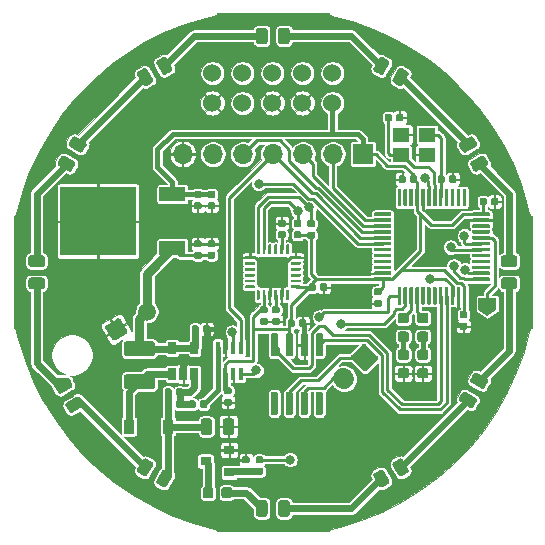
<source format=gbr>
G04 #@! TF.GenerationSoftware,KiCad,Pcbnew,(5.1.5)-3*
G04 #@! TF.CreationDate,2020-03-25T23:07:15+01:00*
G04 #@! TF.ProjectId,carteOdometrie,63617274-654f-4646-9f6d-65747269652e,rev?*
G04 #@! TF.SameCoordinates,Original*
G04 #@! TF.FileFunction,Copper,L1,Top*
G04 #@! TF.FilePolarity,Positive*
%FSLAX46Y46*%
G04 Gerber Fmt 4.6, Leading zero omitted, Abs format (unit mm)*
G04 Created by KiCad (PCBNEW (5.1.5)-3) date 2020-03-25 23:07:15*
%MOMM*%
%LPD*%
G04 APERTURE LIST*
%ADD10C,0.100000*%
%ADD11C,1.700000*%
%ADD12R,1.400000X1.200000*%
%ADD13R,0.650000X1.060000*%
%ADD14R,0.400000X1.060000*%
%ADD15R,6.400000X5.800000*%
%ADD16R,2.200000X1.200000*%
%ADD17R,0.900000X0.800000*%
%ADD18C,1.524000*%
%ADD19C,1.500000*%
%ADD20O,1.700000X1.700000*%
%ADD21R,1.700000X1.700000*%
%ADD22R,0.900000X1.200000*%
%ADD23C,0.800000*%
%ADD24C,0.250000*%
%ADD25C,0.600000*%
%ADD26C,0.400000*%
%ADD27C,0.800000*%
G04 APERTURE END LIST*
G04 #@! TA.AperFunction,SMDPad,CuDef*
D10*
G36*
X2282458Y3451790D02*
G01*
X2296776Y3449666D01*
X2310817Y3446149D01*
X2324446Y3441272D01*
X2337531Y3435083D01*
X2349947Y3427642D01*
X2361573Y3419019D01*
X2372298Y3409298D01*
X2382019Y3398573D01*
X2390642Y3386947D01*
X2398083Y3374531D01*
X2404272Y3361446D01*
X2409149Y3347817D01*
X2412666Y3333776D01*
X2414790Y3319458D01*
X2415500Y3305000D01*
X2415500Y3010000D01*
X2414790Y2995542D01*
X2412666Y2981224D01*
X2409149Y2967183D01*
X2404272Y2953554D01*
X2398083Y2940469D01*
X2390642Y2928053D01*
X2382019Y2916427D01*
X2372298Y2905702D01*
X2361573Y2895981D01*
X2349947Y2887358D01*
X2337531Y2879917D01*
X2324446Y2873728D01*
X2310817Y2868851D01*
X2296776Y2865334D01*
X2282458Y2863210D01*
X2268000Y2862500D01*
X1923000Y2862500D01*
X1908542Y2863210D01*
X1894224Y2865334D01*
X1880183Y2868851D01*
X1866554Y2873728D01*
X1853469Y2879917D01*
X1841053Y2887358D01*
X1829427Y2895981D01*
X1818702Y2905702D01*
X1808981Y2916427D01*
X1800358Y2928053D01*
X1792917Y2940469D01*
X1786728Y2953554D01*
X1781851Y2967183D01*
X1778334Y2981224D01*
X1776210Y2995542D01*
X1775500Y3010000D01*
X1775500Y3305000D01*
X1776210Y3319458D01*
X1778334Y3333776D01*
X1781851Y3347817D01*
X1786728Y3361446D01*
X1792917Y3374531D01*
X1800358Y3386947D01*
X1808981Y3398573D01*
X1818702Y3409298D01*
X1829427Y3419019D01*
X1841053Y3427642D01*
X1853469Y3435083D01*
X1866554Y3441272D01*
X1880183Y3446149D01*
X1894224Y3449666D01*
X1908542Y3451790D01*
X1923000Y3452500D01*
X2268000Y3452500D01*
X2282458Y3451790D01*
G37*
G04 #@! TD.AperFunction*
G04 #@! TA.AperFunction,SMDPad,CuDef*
G36*
X2282458Y4421790D02*
G01*
X2296776Y4419666D01*
X2310817Y4416149D01*
X2324446Y4411272D01*
X2337531Y4405083D01*
X2349947Y4397642D01*
X2361573Y4389019D01*
X2372298Y4379298D01*
X2382019Y4368573D01*
X2390642Y4356947D01*
X2398083Y4344531D01*
X2404272Y4331446D01*
X2409149Y4317817D01*
X2412666Y4303776D01*
X2414790Y4289458D01*
X2415500Y4275000D01*
X2415500Y3980000D01*
X2414790Y3965542D01*
X2412666Y3951224D01*
X2409149Y3937183D01*
X2404272Y3923554D01*
X2398083Y3910469D01*
X2390642Y3898053D01*
X2382019Y3886427D01*
X2372298Y3875702D01*
X2361573Y3865981D01*
X2349947Y3857358D01*
X2337531Y3849917D01*
X2324446Y3843728D01*
X2310817Y3838851D01*
X2296776Y3835334D01*
X2282458Y3833210D01*
X2268000Y3832500D01*
X1923000Y3832500D01*
X1908542Y3833210D01*
X1894224Y3835334D01*
X1880183Y3838851D01*
X1866554Y3843728D01*
X1853469Y3849917D01*
X1841053Y3857358D01*
X1829427Y3865981D01*
X1818702Y3875702D01*
X1808981Y3886427D01*
X1800358Y3898053D01*
X1792917Y3910469D01*
X1786728Y3923554D01*
X1781851Y3937183D01*
X1778334Y3951224D01*
X1776210Y3965542D01*
X1775500Y3980000D01*
X1775500Y4275000D01*
X1776210Y4289458D01*
X1778334Y4303776D01*
X1781851Y4317817D01*
X1786728Y4331446D01*
X1792917Y4344531D01*
X1800358Y4356947D01*
X1808981Y4368573D01*
X1818702Y4379298D01*
X1829427Y4389019D01*
X1841053Y4397642D01*
X1853469Y4405083D01*
X1866554Y4411272D01*
X1880183Y4416149D01*
X1894224Y4419666D01*
X1908542Y4421790D01*
X1923000Y4422500D01*
X2268000Y4422500D01*
X2282458Y4421790D01*
G37*
G04 #@! TD.AperFunction*
G04 #@! TA.AperFunction,SMDPad,CuDef*
G36*
X3425458Y3428790D02*
G01*
X3439776Y3426666D01*
X3453817Y3423149D01*
X3467446Y3418272D01*
X3480531Y3412083D01*
X3492947Y3404642D01*
X3504573Y3396019D01*
X3515298Y3386298D01*
X3525019Y3375573D01*
X3533642Y3363947D01*
X3541083Y3351531D01*
X3547272Y3338446D01*
X3552149Y3324817D01*
X3555666Y3310776D01*
X3557790Y3296458D01*
X3558500Y3282000D01*
X3558500Y2987000D01*
X3557790Y2972542D01*
X3555666Y2958224D01*
X3552149Y2944183D01*
X3547272Y2930554D01*
X3541083Y2917469D01*
X3533642Y2905053D01*
X3525019Y2893427D01*
X3515298Y2882702D01*
X3504573Y2872981D01*
X3492947Y2864358D01*
X3480531Y2856917D01*
X3467446Y2850728D01*
X3453817Y2845851D01*
X3439776Y2842334D01*
X3425458Y2840210D01*
X3411000Y2839500D01*
X3066000Y2839500D01*
X3051542Y2840210D01*
X3037224Y2842334D01*
X3023183Y2845851D01*
X3009554Y2850728D01*
X2996469Y2856917D01*
X2984053Y2864358D01*
X2972427Y2872981D01*
X2961702Y2882702D01*
X2951981Y2893427D01*
X2943358Y2905053D01*
X2935917Y2917469D01*
X2929728Y2930554D01*
X2924851Y2944183D01*
X2921334Y2958224D01*
X2919210Y2972542D01*
X2918500Y2987000D01*
X2918500Y3282000D01*
X2919210Y3296458D01*
X2921334Y3310776D01*
X2924851Y3324817D01*
X2929728Y3338446D01*
X2935917Y3351531D01*
X2943358Y3363947D01*
X2951981Y3375573D01*
X2961702Y3386298D01*
X2972427Y3396019D01*
X2984053Y3404642D01*
X2996469Y3412083D01*
X3009554Y3418272D01*
X3023183Y3423149D01*
X3037224Y3426666D01*
X3051542Y3428790D01*
X3066000Y3429500D01*
X3411000Y3429500D01*
X3425458Y3428790D01*
G37*
G04 #@! TD.AperFunction*
G04 #@! TA.AperFunction,SMDPad,CuDef*
G36*
X3425458Y4398790D02*
G01*
X3439776Y4396666D01*
X3453817Y4393149D01*
X3467446Y4388272D01*
X3480531Y4382083D01*
X3492947Y4374642D01*
X3504573Y4366019D01*
X3515298Y4356298D01*
X3525019Y4345573D01*
X3533642Y4333947D01*
X3541083Y4321531D01*
X3547272Y4308446D01*
X3552149Y4294817D01*
X3555666Y4280776D01*
X3557790Y4266458D01*
X3558500Y4252000D01*
X3558500Y3957000D01*
X3557790Y3942542D01*
X3555666Y3928224D01*
X3552149Y3914183D01*
X3547272Y3900554D01*
X3541083Y3887469D01*
X3533642Y3875053D01*
X3525019Y3863427D01*
X3515298Y3852702D01*
X3504573Y3842981D01*
X3492947Y3834358D01*
X3480531Y3826917D01*
X3467446Y3820728D01*
X3453817Y3815851D01*
X3439776Y3812334D01*
X3425458Y3810210D01*
X3411000Y3809500D01*
X3066000Y3809500D01*
X3051542Y3810210D01*
X3037224Y3812334D01*
X3023183Y3815851D01*
X3009554Y3820728D01*
X2996469Y3826917D01*
X2984053Y3834358D01*
X2972427Y3842981D01*
X2961702Y3852702D01*
X2951981Y3863427D01*
X2943358Y3875053D01*
X2935917Y3887469D01*
X2929728Y3900554D01*
X2924851Y3914183D01*
X2921334Y3928224D01*
X2919210Y3942542D01*
X2918500Y3957000D01*
X2918500Y4252000D01*
X2919210Y4266458D01*
X2921334Y4280776D01*
X2924851Y4294817D01*
X2929728Y4308446D01*
X2935917Y4321531D01*
X2943358Y4333947D01*
X2951981Y4345573D01*
X2961702Y4356298D01*
X2972427Y4366019D01*
X2984053Y4374642D01*
X2996469Y4382083D01*
X3009554Y4388272D01*
X3023183Y4393149D01*
X3037224Y4396666D01*
X3051542Y4398790D01*
X3066000Y4399500D01*
X3411000Y4399500D01*
X3425458Y4398790D01*
G37*
G04 #@! TD.AperFunction*
D11*
X6053033Y-9053033D02*
X5946967Y-8946967D01*
G04 #@! TA.AperFunction,ComponentPad*
D10*
G36*
X7739238Y-6081876D02*
G01*
X7763507Y-6085476D01*
X7787305Y-6091437D01*
X7810405Y-6099702D01*
X7832583Y-6110192D01*
X7853627Y-6122805D01*
X7873332Y-6137419D01*
X7891511Y-6153895D01*
X8846105Y-7108489D01*
X8862581Y-7126668D01*
X8877195Y-7146373D01*
X8889808Y-7167417D01*
X8900298Y-7189595D01*
X8908563Y-7212695D01*
X8914524Y-7236493D01*
X8918124Y-7260762D01*
X8919328Y-7285266D01*
X8918124Y-7309770D01*
X8914524Y-7334039D01*
X8908563Y-7357837D01*
X8900298Y-7380937D01*
X8889808Y-7403115D01*
X8877195Y-7424159D01*
X8862581Y-7443864D01*
X8846105Y-7462043D01*
X7997577Y-8310571D01*
X7979398Y-8327047D01*
X7959693Y-8341661D01*
X7938649Y-8354274D01*
X7916471Y-8364764D01*
X7893371Y-8373029D01*
X7869573Y-8378990D01*
X7845304Y-8382590D01*
X7820800Y-8383794D01*
X7796296Y-8382590D01*
X7772027Y-8378990D01*
X7748229Y-8373029D01*
X7725129Y-8364764D01*
X7702951Y-8354274D01*
X7681907Y-8341661D01*
X7662202Y-8327047D01*
X7644023Y-8310571D01*
X6689429Y-7355977D01*
X6672953Y-7337798D01*
X6658339Y-7318093D01*
X6645726Y-7297049D01*
X6635236Y-7274871D01*
X6626971Y-7251771D01*
X6621010Y-7227973D01*
X6617410Y-7203704D01*
X6616206Y-7179200D01*
X6617410Y-7154696D01*
X6621010Y-7130427D01*
X6626971Y-7106629D01*
X6635236Y-7083529D01*
X6645726Y-7061351D01*
X6658339Y-7040307D01*
X6672953Y-7020602D01*
X6689429Y-7002423D01*
X7537957Y-6153895D01*
X7556136Y-6137419D01*
X7575841Y-6122805D01*
X7596885Y-6110192D01*
X7619063Y-6099702D01*
X7642163Y-6091437D01*
X7665961Y-6085476D01*
X7690230Y-6081876D01*
X7714734Y-6080672D01*
X7739238Y-6081876D01*
G37*
G04 #@! TD.AperFunction*
D12*
X13038000Y9945000D03*
X10838000Y9945000D03*
X10838000Y11645000D03*
X13038000Y11645000D03*
D13*
X-8533000Y-6418000D03*
X-6633000Y-6418000D03*
X-6633000Y-8618000D03*
X-7583000Y-8618000D03*
X-8533000Y-8618000D03*
G04 #@! TA.AperFunction,SMDPad,CuDef*
D10*
G36*
X-1181374Y2349699D02*
G01*
X-1175307Y2348799D01*
X-1169357Y2347309D01*
X-1163582Y2345242D01*
X-1158038Y2342620D01*
X-1152777Y2339467D01*
X-1147850Y2335813D01*
X-1143306Y2331694D01*
X-1139187Y2327150D01*
X-1135533Y2322223D01*
X-1132380Y2316962D01*
X-1129758Y2311418D01*
X-1127691Y2305643D01*
X-1126201Y2299693D01*
X-1125301Y2293626D01*
X-1125000Y2287500D01*
X-1125000Y1587500D01*
X-1125301Y1581374D01*
X-1126201Y1575307D01*
X-1127691Y1569357D01*
X-1129758Y1563582D01*
X-1132380Y1558038D01*
X-1135533Y1552777D01*
X-1139187Y1547850D01*
X-1143306Y1543306D01*
X-1147850Y1539187D01*
X-1152777Y1535533D01*
X-1158038Y1532380D01*
X-1163582Y1529758D01*
X-1169357Y1527691D01*
X-1175307Y1526201D01*
X-1181374Y1525301D01*
X-1187500Y1525000D01*
X-1312500Y1525000D01*
X-1318626Y1525301D01*
X-1324693Y1526201D01*
X-1330643Y1527691D01*
X-1336418Y1529758D01*
X-1341962Y1532380D01*
X-1347223Y1535533D01*
X-1352150Y1539187D01*
X-1356694Y1543306D01*
X-1360813Y1547850D01*
X-1364467Y1552777D01*
X-1367620Y1558038D01*
X-1370242Y1563582D01*
X-1372309Y1569357D01*
X-1373799Y1575307D01*
X-1374699Y1581374D01*
X-1375000Y1587500D01*
X-1375000Y2287500D01*
X-1374699Y2293626D01*
X-1373799Y2299693D01*
X-1372309Y2305643D01*
X-1370242Y2311418D01*
X-1367620Y2316962D01*
X-1364467Y2322223D01*
X-1360813Y2327150D01*
X-1356694Y2331694D01*
X-1352150Y2335813D01*
X-1347223Y2339467D01*
X-1341962Y2342620D01*
X-1336418Y2345242D01*
X-1330643Y2347309D01*
X-1324693Y2348799D01*
X-1318626Y2349699D01*
X-1312500Y2350000D01*
X-1187500Y2350000D01*
X-1181374Y2349699D01*
G37*
G04 #@! TD.AperFunction*
G04 #@! TA.AperFunction,SMDPad,CuDef*
G36*
X-681374Y2349699D02*
G01*
X-675307Y2348799D01*
X-669357Y2347309D01*
X-663582Y2345242D01*
X-658038Y2342620D01*
X-652777Y2339467D01*
X-647850Y2335813D01*
X-643306Y2331694D01*
X-639187Y2327150D01*
X-635533Y2322223D01*
X-632380Y2316962D01*
X-629758Y2311418D01*
X-627691Y2305643D01*
X-626201Y2299693D01*
X-625301Y2293626D01*
X-625000Y2287500D01*
X-625000Y1587500D01*
X-625301Y1581374D01*
X-626201Y1575307D01*
X-627691Y1569357D01*
X-629758Y1563582D01*
X-632380Y1558038D01*
X-635533Y1552777D01*
X-639187Y1547850D01*
X-643306Y1543306D01*
X-647850Y1539187D01*
X-652777Y1535533D01*
X-658038Y1532380D01*
X-663582Y1529758D01*
X-669357Y1527691D01*
X-675307Y1526201D01*
X-681374Y1525301D01*
X-687500Y1525000D01*
X-812500Y1525000D01*
X-818626Y1525301D01*
X-824693Y1526201D01*
X-830643Y1527691D01*
X-836418Y1529758D01*
X-841962Y1532380D01*
X-847223Y1535533D01*
X-852150Y1539187D01*
X-856694Y1543306D01*
X-860813Y1547850D01*
X-864467Y1552777D01*
X-867620Y1558038D01*
X-870242Y1563582D01*
X-872309Y1569357D01*
X-873799Y1575307D01*
X-874699Y1581374D01*
X-875000Y1587500D01*
X-875000Y2287500D01*
X-874699Y2293626D01*
X-873799Y2299693D01*
X-872309Y2305643D01*
X-870242Y2311418D01*
X-867620Y2316962D01*
X-864467Y2322223D01*
X-860813Y2327150D01*
X-856694Y2331694D01*
X-852150Y2335813D01*
X-847223Y2339467D01*
X-841962Y2342620D01*
X-836418Y2345242D01*
X-830643Y2347309D01*
X-824693Y2348799D01*
X-818626Y2349699D01*
X-812500Y2350000D01*
X-687500Y2350000D01*
X-681374Y2349699D01*
G37*
G04 #@! TD.AperFunction*
G04 #@! TA.AperFunction,SMDPad,CuDef*
G36*
X-181374Y2349699D02*
G01*
X-175307Y2348799D01*
X-169357Y2347309D01*
X-163582Y2345242D01*
X-158038Y2342620D01*
X-152777Y2339467D01*
X-147850Y2335813D01*
X-143306Y2331694D01*
X-139187Y2327150D01*
X-135533Y2322223D01*
X-132380Y2316962D01*
X-129758Y2311418D01*
X-127691Y2305643D01*
X-126201Y2299693D01*
X-125301Y2293626D01*
X-125000Y2287500D01*
X-125000Y1587500D01*
X-125301Y1581374D01*
X-126201Y1575307D01*
X-127691Y1569357D01*
X-129758Y1563582D01*
X-132380Y1558038D01*
X-135533Y1552777D01*
X-139187Y1547850D01*
X-143306Y1543306D01*
X-147850Y1539187D01*
X-152777Y1535533D01*
X-158038Y1532380D01*
X-163582Y1529758D01*
X-169357Y1527691D01*
X-175307Y1526201D01*
X-181374Y1525301D01*
X-187500Y1525000D01*
X-312500Y1525000D01*
X-318626Y1525301D01*
X-324693Y1526201D01*
X-330643Y1527691D01*
X-336418Y1529758D01*
X-341962Y1532380D01*
X-347223Y1535533D01*
X-352150Y1539187D01*
X-356694Y1543306D01*
X-360813Y1547850D01*
X-364467Y1552777D01*
X-367620Y1558038D01*
X-370242Y1563582D01*
X-372309Y1569357D01*
X-373799Y1575307D01*
X-374699Y1581374D01*
X-375000Y1587500D01*
X-375000Y2287500D01*
X-374699Y2293626D01*
X-373799Y2299693D01*
X-372309Y2305643D01*
X-370242Y2311418D01*
X-367620Y2316962D01*
X-364467Y2322223D01*
X-360813Y2327150D01*
X-356694Y2331694D01*
X-352150Y2335813D01*
X-347223Y2339467D01*
X-341962Y2342620D01*
X-336418Y2345242D01*
X-330643Y2347309D01*
X-324693Y2348799D01*
X-318626Y2349699D01*
X-312500Y2350000D01*
X-187500Y2350000D01*
X-181374Y2349699D01*
G37*
G04 #@! TD.AperFunction*
G04 #@! TA.AperFunction,SMDPad,CuDef*
G36*
X318626Y2349699D02*
G01*
X324693Y2348799D01*
X330643Y2347309D01*
X336418Y2345242D01*
X341962Y2342620D01*
X347223Y2339467D01*
X352150Y2335813D01*
X356694Y2331694D01*
X360813Y2327150D01*
X364467Y2322223D01*
X367620Y2316962D01*
X370242Y2311418D01*
X372309Y2305643D01*
X373799Y2299693D01*
X374699Y2293626D01*
X375000Y2287500D01*
X375000Y1587500D01*
X374699Y1581374D01*
X373799Y1575307D01*
X372309Y1569357D01*
X370242Y1563582D01*
X367620Y1558038D01*
X364467Y1552777D01*
X360813Y1547850D01*
X356694Y1543306D01*
X352150Y1539187D01*
X347223Y1535533D01*
X341962Y1532380D01*
X336418Y1529758D01*
X330643Y1527691D01*
X324693Y1526201D01*
X318626Y1525301D01*
X312500Y1525000D01*
X187500Y1525000D01*
X181374Y1525301D01*
X175307Y1526201D01*
X169357Y1527691D01*
X163582Y1529758D01*
X158038Y1532380D01*
X152777Y1535533D01*
X147850Y1539187D01*
X143306Y1543306D01*
X139187Y1547850D01*
X135533Y1552777D01*
X132380Y1558038D01*
X129758Y1563582D01*
X127691Y1569357D01*
X126201Y1575307D01*
X125301Y1581374D01*
X125000Y1587500D01*
X125000Y2287500D01*
X125301Y2293626D01*
X126201Y2299693D01*
X127691Y2305643D01*
X129758Y2311418D01*
X132380Y2316962D01*
X135533Y2322223D01*
X139187Y2327150D01*
X143306Y2331694D01*
X147850Y2335813D01*
X152777Y2339467D01*
X158038Y2342620D01*
X163582Y2345242D01*
X169357Y2347309D01*
X175307Y2348799D01*
X181374Y2349699D01*
X187500Y2350000D01*
X312500Y2350000D01*
X318626Y2349699D01*
G37*
G04 #@! TD.AperFunction*
G04 #@! TA.AperFunction,SMDPad,CuDef*
G36*
X818626Y2349699D02*
G01*
X824693Y2348799D01*
X830643Y2347309D01*
X836418Y2345242D01*
X841962Y2342620D01*
X847223Y2339467D01*
X852150Y2335813D01*
X856694Y2331694D01*
X860813Y2327150D01*
X864467Y2322223D01*
X867620Y2316962D01*
X870242Y2311418D01*
X872309Y2305643D01*
X873799Y2299693D01*
X874699Y2293626D01*
X875000Y2287500D01*
X875000Y1587500D01*
X874699Y1581374D01*
X873799Y1575307D01*
X872309Y1569357D01*
X870242Y1563582D01*
X867620Y1558038D01*
X864467Y1552777D01*
X860813Y1547850D01*
X856694Y1543306D01*
X852150Y1539187D01*
X847223Y1535533D01*
X841962Y1532380D01*
X836418Y1529758D01*
X830643Y1527691D01*
X824693Y1526201D01*
X818626Y1525301D01*
X812500Y1525000D01*
X687500Y1525000D01*
X681374Y1525301D01*
X675307Y1526201D01*
X669357Y1527691D01*
X663582Y1529758D01*
X658038Y1532380D01*
X652777Y1535533D01*
X647850Y1539187D01*
X643306Y1543306D01*
X639187Y1547850D01*
X635533Y1552777D01*
X632380Y1558038D01*
X629758Y1563582D01*
X627691Y1569357D01*
X626201Y1575307D01*
X625301Y1581374D01*
X625000Y1587500D01*
X625000Y2287500D01*
X625301Y2293626D01*
X626201Y2299693D01*
X627691Y2305643D01*
X629758Y2311418D01*
X632380Y2316962D01*
X635533Y2322223D01*
X639187Y2327150D01*
X643306Y2331694D01*
X647850Y2335813D01*
X652777Y2339467D01*
X658038Y2342620D01*
X663582Y2345242D01*
X669357Y2347309D01*
X675307Y2348799D01*
X681374Y2349699D01*
X687500Y2350000D01*
X812500Y2350000D01*
X818626Y2349699D01*
G37*
G04 #@! TD.AperFunction*
G04 #@! TA.AperFunction,SMDPad,CuDef*
G36*
X1318626Y2349699D02*
G01*
X1324693Y2348799D01*
X1330643Y2347309D01*
X1336418Y2345242D01*
X1341962Y2342620D01*
X1347223Y2339467D01*
X1352150Y2335813D01*
X1356694Y2331694D01*
X1360813Y2327150D01*
X1364467Y2322223D01*
X1367620Y2316962D01*
X1370242Y2311418D01*
X1372309Y2305643D01*
X1373799Y2299693D01*
X1374699Y2293626D01*
X1375000Y2287500D01*
X1375000Y1587500D01*
X1374699Y1581374D01*
X1373799Y1575307D01*
X1372309Y1569357D01*
X1370242Y1563582D01*
X1367620Y1558038D01*
X1364467Y1552777D01*
X1360813Y1547850D01*
X1356694Y1543306D01*
X1352150Y1539187D01*
X1347223Y1535533D01*
X1341962Y1532380D01*
X1336418Y1529758D01*
X1330643Y1527691D01*
X1324693Y1526201D01*
X1318626Y1525301D01*
X1312500Y1525000D01*
X1187500Y1525000D01*
X1181374Y1525301D01*
X1175307Y1526201D01*
X1169357Y1527691D01*
X1163582Y1529758D01*
X1158038Y1532380D01*
X1152777Y1535533D01*
X1147850Y1539187D01*
X1143306Y1543306D01*
X1139187Y1547850D01*
X1135533Y1552777D01*
X1132380Y1558038D01*
X1129758Y1563582D01*
X1127691Y1569357D01*
X1126201Y1575307D01*
X1125301Y1581374D01*
X1125000Y1587500D01*
X1125000Y2287500D01*
X1125301Y2293626D01*
X1126201Y2299693D01*
X1127691Y2305643D01*
X1129758Y2311418D01*
X1132380Y2316962D01*
X1135533Y2322223D01*
X1139187Y2327150D01*
X1143306Y2331694D01*
X1147850Y2335813D01*
X1152777Y2339467D01*
X1158038Y2342620D01*
X1163582Y2345242D01*
X1169357Y2347309D01*
X1175307Y2348799D01*
X1181374Y2349699D01*
X1187500Y2350000D01*
X1312500Y2350000D01*
X1318626Y2349699D01*
G37*
G04 #@! TD.AperFunction*
G04 #@! TA.AperFunction,SMDPad,CuDef*
G36*
X2293626Y1374699D02*
G01*
X2299693Y1373799D01*
X2305643Y1372309D01*
X2311418Y1370242D01*
X2316962Y1367620D01*
X2322223Y1364467D01*
X2327150Y1360813D01*
X2331694Y1356694D01*
X2335813Y1352150D01*
X2339467Y1347223D01*
X2342620Y1341962D01*
X2345242Y1336418D01*
X2347309Y1330643D01*
X2348799Y1324693D01*
X2349699Y1318626D01*
X2350000Y1312500D01*
X2350000Y1187500D01*
X2349699Y1181374D01*
X2348799Y1175307D01*
X2347309Y1169357D01*
X2345242Y1163582D01*
X2342620Y1158038D01*
X2339467Y1152777D01*
X2335813Y1147850D01*
X2331694Y1143306D01*
X2327150Y1139187D01*
X2322223Y1135533D01*
X2316962Y1132380D01*
X2311418Y1129758D01*
X2305643Y1127691D01*
X2299693Y1126201D01*
X2293626Y1125301D01*
X2287500Y1125000D01*
X1587500Y1125000D01*
X1581374Y1125301D01*
X1575307Y1126201D01*
X1569357Y1127691D01*
X1563582Y1129758D01*
X1558038Y1132380D01*
X1552777Y1135533D01*
X1547850Y1139187D01*
X1543306Y1143306D01*
X1539187Y1147850D01*
X1535533Y1152777D01*
X1532380Y1158038D01*
X1529758Y1163582D01*
X1527691Y1169357D01*
X1526201Y1175307D01*
X1525301Y1181374D01*
X1525000Y1187500D01*
X1525000Y1312500D01*
X1525301Y1318626D01*
X1526201Y1324693D01*
X1527691Y1330643D01*
X1529758Y1336418D01*
X1532380Y1341962D01*
X1535533Y1347223D01*
X1539187Y1352150D01*
X1543306Y1356694D01*
X1547850Y1360813D01*
X1552777Y1364467D01*
X1558038Y1367620D01*
X1563582Y1370242D01*
X1569357Y1372309D01*
X1575307Y1373799D01*
X1581374Y1374699D01*
X1587500Y1375000D01*
X2287500Y1375000D01*
X2293626Y1374699D01*
G37*
G04 #@! TD.AperFunction*
G04 #@! TA.AperFunction,SMDPad,CuDef*
G36*
X2293626Y874699D02*
G01*
X2299693Y873799D01*
X2305643Y872309D01*
X2311418Y870242D01*
X2316962Y867620D01*
X2322223Y864467D01*
X2327150Y860813D01*
X2331694Y856694D01*
X2335813Y852150D01*
X2339467Y847223D01*
X2342620Y841962D01*
X2345242Y836418D01*
X2347309Y830643D01*
X2348799Y824693D01*
X2349699Y818626D01*
X2350000Y812500D01*
X2350000Y687500D01*
X2349699Y681374D01*
X2348799Y675307D01*
X2347309Y669357D01*
X2345242Y663582D01*
X2342620Y658038D01*
X2339467Y652777D01*
X2335813Y647850D01*
X2331694Y643306D01*
X2327150Y639187D01*
X2322223Y635533D01*
X2316962Y632380D01*
X2311418Y629758D01*
X2305643Y627691D01*
X2299693Y626201D01*
X2293626Y625301D01*
X2287500Y625000D01*
X1587500Y625000D01*
X1581374Y625301D01*
X1575307Y626201D01*
X1569357Y627691D01*
X1563582Y629758D01*
X1558038Y632380D01*
X1552777Y635533D01*
X1547850Y639187D01*
X1543306Y643306D01*
X1539187Y647850D01*
X1535533Y652777D01*
X1532380Y658038D01*
X1529758Y663582D01*
X1527691Y669357D01*
X1526201Y675307D01*
X1525301Y681374D01*
X1525000Y687500D01*
X1525000Y812500D01*
X1525301Y818626D01*
X1526201Y824693D01*
X1527691Y830643D01*
X1529758Y836418D01*
X1532380Y841962D01*
X1535533Y847223D01*
X1539187Y852150D01*
X1543306Y856694D01*
X1547850Y860813D01*
X1552777Y864467D01*
X1558038Y867620D01*
X1563582Y870242D01*
X1569357Y872309D01*
X1575307Y873799D01*
X1581374Y874699D01*
X1587500Y875000D01*
X2287500Y875000D01*
X2293626Y874699D01*
G37*
G04 #@! TD.AperFunction*
G04 #@! TA.AperFunction,SMDPad,CuDef*
G36*
X2293626Y374699D02*
G01*
X2299693Y373799D01*
X2305643Y372309D01*
X2311418Y370242D01*
X2316962Y367620D01*
X2322223Y364467D01*
X2327150Y360813D01*
X2331694Y356694D01*
X2335813Y352150D01*
X2339467Y347223D01*
X2342620Y341962D01*
X2345242Y336418D01*
X2347309Y330643D01*
X2348799Y324693D01*
X2349699Y318626D01*
X2350000Y312500D01*
X2350000Y187500D01*
X2349699Y181374D01*
X2348799Y175307D01*
X2347309Y169357D01*
X2345242Y163582D01*
X2342620Y158038D01*
X2339467Y152777D01*
X2335813Y147850D01*
X2331694Y143306D01*
X2327150Y139187D01*
X2322223Y135533D01*
X2316962Y132380D01*
X2311418Y129758D01*
X2305643Y127691D01*
X2299693Y126201D01*
X2293626Y125301D01*
X2287500Y125000D01*
X1587500Y125000D01*
X1581374Y125301D01*
X1575307Y126201D01*
X1569357Y127691D01*
X1563582Y129758D01*
X1558038Y132380D01*
X1552777Y135533D01*
X1547850Y139187D01*
X1543306Y143306D01*
X1539187Y147850D01*
X1535533Y152777D01*
X1532380Y158038D01*
X1529758Y163582D01*
X1527691Y169357D01*
X1526201Y175307D01*
X1525301Y181374D01*
X1525000Y187500D01*
X1525000Y312500D01*
X1525301Y318626D01*
X1526201Y324693D01*
X1527691Y330643D01*
X1529758Y336418D01*
X1532380Y341962D01*
X1535533Y347223D01*
X1539187Y352150D01*
X1543306Y356694D01*
X1547850Y360813D01*
X1552777Y364467D01*
X1558038Y367620D01*
X1563582Y370242D01*
X1569357Y372309D01*
X1575307Y373799D01*
X1581374Y374699D01*
X1587500Y375000D01*
X2287500Y375000D01*
X2293626Y374699D01*
G37*
G04 #@! TD.AperFunction*
G04 #@! TA.AperFunction,SMDPad,CuDef*
G36*
X2293626Y-125301D02*
G01*
X2299693Y-126201D01*
X2305643Y-127691D01*
X2311418Y-129758D01*
X2316962Y-132380D01*
X2322223Y-135533D01*
X2327150Y-139187D01*
X2331694Y-143306D01*
X2335813Y-147850D01*
X2339467Y-152777D01*
X2342620Y-158038D01*
X2345242Y-163582D01*
X2347309Y-169357D01*
X2348799Y-175307D01*
X2349699Y-181374D01*
X2350000Y-187500D01*
X2350000Y-312500D01*
X2349699Y-318626D01*
X2348799Y-324693D01*
X2347309Y-330643D01*
X2345242Y-336418D01*
X2342620Y-341962D01*
X2339467Y-347223D01*
X2335813Y-352150D01*
X2331694Y-356694D01*
X2327150Y-360813D01*
X2322223Y-364467D01*
X2316962Y-367620D01*
X2311418Y-370242D01*
X2305643Y-372309D01*
X2299693Y-373799D01*
X2293626Y-374699D01*
X2287500Y-375000D01*
X1587500Y-375000D01*
X1581374Y-374699D01*
X1575307Y-373799D01*
X1569357Y-372309D01*
X1563582Y-370242D01*
X1558038Y-367620D01*
X1552777Y-364467D01*
X1547850Y-360813D01*
X1543306Y-356694D01*
X1539187Y-352150D01*
X1535533Y-347223D01*
X1532380Y-341962D01*
X1529758Y-336418D01*
X1527691Y-330643D01*
X1526201Y-324693D01*
X1525301Y-318626D01*
X1525000Y-312500D01*
X1525000Y-187500D01*
X1525301Y-181374D01*
X1526201Y-175307D01*
X1527691Y-169357D01*
X1529758Y-163582D01*
X1532380Y-158038D01*
X1535533Y-152777D01*
X1539187Y-147850D01*
X1543306Y-143306D01*
X1547850Y-139187D01*
X1552777Y-135533D01*
X1558038Y-132380D01*
X1563582Y-129758D01*
X1569357Y-127691D01*
X1575307Y-126201D01*
X1581374Y-125301D01*
X1587500Y-125000D01*
X2287500Y-125000D01*
X2293626Y-125301D01*
G37*
G04 #@! TD.AperFunction*
G04 #@! TA.AperFunction,SMDPad,CuDef*
G36*
X2293626Y-625301D02*
G01*
X2299693Y-626201D01*
X2305643Y-627691D01*
X2311418Y-629758D01*
X2316962Y-632380D01*
X2322223Y-635533D01*
X2327150Y-639187D01*
X2331694Y-643306D01*
X2335813Y-647850D01*
X2339467Y-652777D01*
X2342620Y-658038D01*
X2345242Y-663582D01*
X2347309Y-669357D01*
X2348799Y-675307D01*
X2349699Y-681374D01*
X2350000Y-687500D01*
X2350000Y-812500D01*
X2349699Y-818626D01*
X2348799Y-824693D01*
X2347309Y-830643D01*
X2345242Y-836418D01*
X2342620Y-841962D01*
X2339467Y-847223D01*
X2335813Y-852150D01*
X2331694Y-856694D01*
X2327150Y-860813D01*
X2322223Y-864467D01*
X2316962Y-867620D01*
X2311418Y-870242D01*
X2305643Y-872309D01*
X2299693Y-873799D01*
X2293626Y-874699D01*
X2287500Y-875000D01*
X1587500Y-875000D01*
X1581374Y-874699D01*
X1575307Y-873799D01*
X1569357Y-872309D01*
X1563582Y-870242D01*
X1558038Y-867620D01*
X1552777Y-864467D01*
X1547850Y-860813D01*
X1543306Y-856694D01*
X1539187Y-852150D01*
X1535533Y-847223D01*
X1532380Y-841962D01*
X1529758Y-836418D01*
X1527691Y-830643D01*
X1526201Y-824693D01*
X1525301Y-818626D01*
X1525000Y-812500D01*
X1525000Y-687500D01*
X1525301Y-681374D01*
X1526201Y-675307D01*
X1527691Y-669357D01*
X1529758Y-663582D01*
X1532380Y-658038D01*
X1535533Y-652777D01*
X1539187Y-647850D01*
X1543306Y-643306D01*
X1547850Y-639187D01*
X1552777Y-635533D01*
X1558038Y-632380D01*
X1563582Y-629758D01*
X1569357Y-627691D01*
X1575307Y-626201D01*
X1581374Y-625301D01*
X1587500Y-625000D01*
X2287500Y-625000D01*
X2293626Y-625301D01*
G37*
G04 #@! TD.AperFunction*
G04 #@! TA.AperFunction,SMDPad,CuDef*
G36*
X2293626Y-1125301D02*
G01*
X2299693Y-1126201D01*
X2305643Y-1127691D01*
X2311418Y-1129758D01*
X2316962Y-1132380D01*
X2322223Y-1135533D01*
X2327150Y-1139187D01*
X2331694Y-1143306D01*
X2335813Y-1147850D01*
X2339467Y-1152777D01*
X2342620Y-1158038D01*
X2345242Y-1163582D01*
X2347309Y-1169357D01*
X2348799Y-1175307D01*
X2349699Y-1181374D01*
X2350000Y-1187500D01*
X2350000Y-1312500D01*
X2349699Y-1318626D01*
X2348799Y-1324693D01*
X2347309Y-1330643D01*
X2345242Y-1336418D01*
X2342620Y-1341962D01*
X2339467Y-1347223D01*
X2335813Y-1352150D01*
X2331694Y-1356694D01*
X2327150Y-1360813D01*
X2322223Y-1364467D01*
X2316962Y-1367620D01*
X2311418Y-1370242D01*
X2305643Y-1372309D01*
X2299693Y-1373799D01*
X2293626Y-1374699D01*
X2287500Y-1375000D01*
X1587500Y-1375000D01*
X1581374Y-1374699D01*
X1575307Y-1373799D01*
X1569357Y-1372309D01*
X1563582Y-1370242D01*
X1558038Y-1367620D01*
X1552777Y-1364467D01*
X1547850Y-1360813D01*
X1543306Y-1356694D01*
X1539187Y-1352150D01*
X1535533Y-1347223D01*
X1532380Y-1341962D01*
X1529758Y-1336418D01*
X1527691Y-1330643D01*
X1526201Y-1324693D01*
X1525301Y-1318626D01*
X1525000Y-1312500D01*
X1525000Y-1187500D01*
X1525301Y-1181374D01*
X1526201Y-1175307D01*
X1527691Y-1169357D01*
X1529758Y-1163582D01*
X1532380Y-1158038D01*
X1535533Y-1152777D01*
X1539187Y-1147850D01*
X1543306Y-1143306D01*
X1547850Y-1139187D01*
X1552777Y-1135533D01*
X1558038Y-1132380D01*
X1563582Y-1129758D01*
X1569357Y-1127691D01*
X1575307Y-1126201D01*
X1581374Y-1125301D01*
X1587500Y-1125000D01*
X2287500Y-1125000D01*
X2293626Y-1125301D01*
G37*
G04 #@! TD.AperFunction*
G04 #@! TA.AperFunction,SMDPad,CuDef*
G36*
X1318626Y-1525301D02*
G01*
X1324693Y-1526201D01*
X1330643Y-1527691D01*
X1336418Y-1529758D01*
X1341962Y-1532380D01*
X1347223Y-1535533D01*
X1352150Y-1539187D01*
X1356694Y-1543306D01*
X1360813Y-1547850D01*
X1364467Y-1552777D01*
X1367620Y-1558038D01*
X1370242Y-1563582D01*
X1372309Y-1569357D01*
X1373799Y-1575307D01*
X1374699Y-1581374D01*
X1375000Y-1587500D01*
X1375000Y-2287500D01*
X1374699Y-2293626D01*
X1373799Y-2299693D01*
X1372309Y-2305643D01*
X1370242Y-2311418D01*
X1367620Y-2316962D01*
X1364467Y-2322223D01*
X1360813Y-2327150D01*
X1356694Y-2331694D01*
X1352150Y-2335813D01*
X1347223Y-2339467D01*
X1341962Y-2342620D01*
X1336418Y-2345242D01*
X1330643Y-2347309D01*
X1324693Y-2348799D01*
X1318626Y-2349699D01*
X1312500Y-2350000D01*
X1187500Y-2350000D01*
X1181374Y-2349699D01*
X1175307Y-2348799D01*
X1169357Y-2347309D01*
X1163582Y-2345242D01*
X1158038Y-2342620D01*
X1152777Y-2339467D01*
X1147850Y-2335813D01*
X1143306Y-2331694D01*
X1139187Y-2327150D01*
X1135533Y-2322223D01*
X1132380Y-2316962D01*
X1129758Y-2311418D01*
X1127691Y-2305643D01*
X1126201Y-2299693D01*
X1125301Y-2293626D01*
X1125000Y-2287500D01*
X1125000Y-1587500D01*
X1125301Y-1581374D01*
X1126201Y-1575307D01*
X1127691Y-1569357D01*
X1129758Y-1563582D01*
X1132380Y-1558038D01*
X1135533Y-1552777D01*
X1139187Y-1547850D01*
X1143306Y-1543306D01*
X1147850Y-1539187D01*
X1152777Y-1535533D01*
X1158038Y-1532380D01*
X1163582Y-1529758D01*
X1169357Y-1527691D01*
X1175307Y-1526201D01*
X1181374Y-1525301D01*
X1187500Y-1525000D01*
X1312500Y-1525000D01*
X1318626Y-1525301D01*
G37*
G04 #@! TD.AperFunction*
G04 #@! TA.AperFunction,SMDPad,CuDef*
G36*
X818626Y-1525301D02*
G01*
X824693Y-1526201D01*
X830643Y-1527691D01*
X836418Y-1529758D01*
X841962Y-1532380D01*
X847223Y-1535533D01*
X852150Y-1539187D01*
X856694Y-1543306D01*
X860813Y-1547850D01*
X864467Y-1552777D01*
X867620Y-1558038D01*
X870242Y-1563582D01*
X872309Y-1569357D01*
X873799Y-1575307D01*
X874699Y-1581374D01*
X875000Y-1587500D01*
X875000Y-2287500D01*
X874699Y-2293626D01*
X873799Y-2299693D01*
X872309Y-2305643D01*
X870242Y-2311418D01*
X867620Y-2316962D01*
X864467Y-2322223D01*
X860813Y-2327150D01*
X856694Y-2331694D01*
X852150Y-2335813D01*
X847223Y-2339467D01*
X841962Y-2342620D01*
X836418Y-2345242D01*
X830643Y-2347309D01*
X824693Y-2348799D01*
X818626Y-2349699D01*
X812500Y-2350000D01*
X687500Y-2350000D01*
X681374Y-2349699D01*
X675307Y-2348799D01*
X669357Y-2347309D01*
X663582Y-2345242D01*
X658038Y-2342620D01*
X652777Y-2339467D01*
X647850Y-2335813D01*
X643306Y-2331694D01*
X639187Y-2327150D01*
X635533Y-2322223D01*
X632380Y-2316962D01*
X629758Y-2311418D01*
X627691Y-2305643D01*
X626201Y-2299693D01*
X625301Y-2293626D01*
X625000Y-2287500D01*
X625000Y-1587500D01*
X625301Y-1581374D01*
X626201Y-1575307D01*
X627691Y-1569357D01*
X629758Y-1563582D01*
X632380Y-1558038D01*
X635533Y-1552777D01*
X639187Y-1547850D01*
X643306Y-1543306D01*
X647850Y-1539187D01*
X652777Y-1535533D01*
X658038Y-1532380D01*
X663582Y-1529758D01*
X669357Y-1527691D01*
X675307Y-1526201D01*
X681374Y-1525301D01*
X687500Y-1525000D01*
X812500Y-1525000D01*
X818626Y-1525301D01*
G37*
G04 #@! TD.AperFunction*
G04 #@! TA.AperFunction,SMDPad,CuDef*
G36*
X318626Y-1525301D02*
G01*
X324693Y-1526201D01*
X330643Y-1527691D01*
X336418Y-1529758D01*
X341962Y-1532380D01*
X347223Y-1535533D01*
X352150Y-1539187D01*
X356694Y-1543306D01*
X360813Y-1547850D01*
X364467Y-1552777D01*
X367620Y-1558038D01*
X370242Y-1563582D01*
X372309Y-1569357D01*
X373799Y-1575307D01*
X374699Y-1581374D01*
X375000Y-1587500D01*
X375000Y-2287500D01*
X374699Y-2293626D01*
X373799Y-2299693D01*
X372309Y-2305643D01*
X370242Y-2311418D01*
X367620Y-2316962D01*
X364467Y-2322223D01*
X360813Y-2327150D01*
X356694Y-2331694D01*
X352150Y-2335813D01*
X347223Y-2339467D01*
X341962Y-2342620D01*
X336418Y-2345242D01*
X330643Y-2347309D01*
X324693Y-2348799D01*
X318626Y-2349699D01*
X312500Y-2350000D01*
X187500Y-2350000D01*
X181374Y-2349699D01*
X175307Y-2348799D01*
X169357Y-2347309D01*
X163582Y-2345242D01*
X158038Y-2342620D01*
X152777Y-2339467D01*
X147850Y-2335813D01*
X143306Y-2331694D01*
X139187Y-2327150D01*
X135533Y-2322223D01*
X132380Y-2316962D01*
X129758Y-2311418D01*
X127691Y-2305643D01*
X126201Y-2299693D01*
X125301Y-2293626D01*
X125000Y-2287500D01*
X125000Y-1587500D01*
X125301Y-1581374D01*
X126201Y-1575307D01*
X127691Y-1569357D01*
X129758Y-1563582D01*
X132380Y-1558038D01*
X135533Y-1552777D01*
X139187Y-1547850D01*
X143306Y-1543306D01*
X147850Y-1539187D01*
X152777Y-1535533D01*
X158038Y-1532380D01*
X163582Y-1529758D01*
X169357Y-1527691D01*
X175307Y-1526201D01*
X181374Y-1525301D01*
X187500Y-1525000D01*
X312500Y-1525000D01*
X318626Y-1525301D01*
G37*
G04 #@! TD.AperFunction*
G04 #@! TA.AperFunction,SMDPad,CuDef*
G36*
X-181374Y-1525301D02*
G01*
X-175307Y-1526201D01*
X-169357Y-1527691D01*
X-163582Y-1529758D01*
X-158038Y-1532380D01*
X-152777Y-1535533D01*
X-147850Y-1539187D01*
X-143306Y-1543306D01*
X-139187Y-1547850D01*
X-135533Y-1552777D01*
X-132380Y-1558038D01*
X-129758Y-1563582D01*
X-127691Y-1569357D01*
X-126201Y-1575307D01*
X-125301Y-1581374D01*
X-125000Y-1587500D01*
X-125000Y-2287500D01*
X-125301Y-2293626D01*
X-126201Y-2299693D01*
X-127691Y-2305643D01*
X-129758Y-2311418D01*
X-132380Y-2316962D01*
X-135533Y-2322223D01*
X-139187Y-2327150D01*
X-143306Y-2331694D01*
X-147850Y-2335813D01*
X-152777Y-2339467D01*
X-158038Y-2342620D01*
X-163582Y-2345242D01*
X-169357Y-2347309D01*
X-175307Y-2348799D01*
X-181374Y-2349699D01*
X-187500Y-2350000D01*
X-312500Y-2350000D01*
X-318626Y-2349699D01*
X-324693Y-2348799D01*
X-330643Y-2347309D01*
X-336418Y-2345242D01*
X-341962Y-2342620D01*
X-347223Y-2339467D01*
X-352150Y-2335813D01*
X-356694Y-2331694D01*
X-360813Y-2327150D01*
X-364467Y-2322223D01*
X-367620Y-2316962D01*
X-370242Y-2311418D01*
X-372309Y-2305643D01*
X-373799Y-2299693D01*
X-374699Y-2293626D01*
X-375000Y-2287500D01*
X-375000Y-1587500D01*
X-374699Y-1581374D01*
X-373799Y-1575307D01*
X-372309Y-1569357D01*
X-370242Y-1563582D01*
X-367620Y-1558038D01*
X-364467Y-1552777D01*
X-360813Y-1547850D01*
X-356694Y-1543306D01*
X-352150Y-1539187D01*
X-347223Y-1535533D01*
X-341962Y-1532380D01*
X-336418Y-1529758D01*
X-330643Y-1527691D01*
X-324693Y-1526201D01*
X-318626Y-1525301D01*
X-312500Y-1525000D01*
X-187500Y-1525000D01*
X-181374Y-1525301D01*
G37*
G04 #@! TD.AperFunction*
G04 #@! TA.AperFunction,SMDPad,CuDef*
G36*
X-681374Y-1525301D02*
G01*
X-675307Y-1526201D01*
X-669357Y-1527691D01*
X-663582Y-1529758D01*
X-658038Y-1532380D01*
X-652777Y-1535533D01*
X-647850Y-1539187D01*
X-643306Y-1543306D01*
X-639187Y-1547850D01*
X-635533Y-1552777D01*
X-632380Y-1558038D01*
X-629758Y-1563582D01*
X-627691Y-1569357D01*
X-626201Y-1575307D01*
X-625301Y-1581374D01*
X-625000Y-1587500D01*
X-625000Y-2287500D01*
X-625301Y-2293626D01*
X-626201Y-2299693D01*
X-627691Y-2305643D01*
X-629758Y-2311418D01*
X-632380Y-2316962D01*
X-635533Y-2322223D01*
X-639187Y-2327150D01*
X-643306Y-2331694D01*
X-647850Y-2335813D01*
X-652777Y-2339467D01*
X-658038Y-2342620D01*
X-663582Y-2345242D01*
X-669357Y-2347309D01*
X-675307Y-2348799D01*
X-681374Y-2349699D01*
X-687500Y-2350000D01*
X-812500Y-2350000D01*
X-818626Y-2349699D01*
X-824693Y-2348799D01*
X-830643Y-2347309D01*
X-836418Y-2345242D01*
X-841962Y-2342620D01*
X-847223Y-2339467D01*
X-852150Y-2335813D01*
X-856694Y-2331694D01*
X-860813Y-2327150D01*
X-864467Y-2322223D01*
X-867620Y-2316962D01*
X-870242Y-2311418D01*
X-872309Y-2305643D01*
X-873799Y-2299693D01*
X-874699Y-2293626D01*
X-875000Y-2287500D01*
X-875000Y-1587500D01*
X-874699Y-1581374D01*
X-873799Y-1575307D01*
X-872309Y-1569357D01*
X-870242Y-1563582D01*
X-867620Y-1558038D01*
X-864467Y-1552777D01*
X-860813Y-1547850D01*
X-856694Y-1543306D01*
X-852150Y-1539187D01*
X-847223Y-1535533D01*
X-841962Y-1532380D01*
X-836418Y-1529758D01*
X-830643Y-1527691D01*
X-824693Y-1526201D01*
X-818626Y-1525301D01*
X-812500Y-1525000D01*
X-687500Y-1525000D01*
X-681374Y-1525301D01*
G37*
G04 #@! TD.AperFunction*
G04 #@! TA.AperFunction,SMDPad,CuDef*
G36*
X-1181374Y-1525301D02*
G01*
X-1175307Y-1526201D01*
X-1169357Y-1527691D01*
X-1163582Y-1529758D01*
X-1158038Y-1532380D01*
X-1152777Y-1535533D01*
X-1147850Y-1539187D01*
X-1143306Y-1543306D01*
X-1139187Y-1547850D01*
X-1135533Y-1552777D01*
X-1132380Y-1558038D01*
X-1129758Y-1563582D01*
X-1127691Y-1569357D01*
X-1126201Y-1575307D01*
X-1125301Y-1581374D01*
X-1125000Y-1587500D01*
X-1125000Y-2287500D01*
X-1125301Y-2293626D01*
X-1126201Y-2299693D01*
X-1127691Y-2305643D01*
X-1129758Y-2311418D01*
X-1132380Y-2316962D01*
X-1135533Y-2322223D01*
X-1139187Y-2327150D01*
X-1143306Y-2331694D01*
X-1147850Y-2335813D01*
X-1152777Y-2339467D01*
X-1158038Y-2342620D01*
X-1163582Y-2345242D01*
X-1169357Y-2347309D01*
X-1175307Y-2348799D01*
X-1181374Y-2349699D01*
X-1187500Y-2350000D01*
X-1312500Y-2350000D01*
X-1318626Y-2349699D01*
X-1324693Y-2348799D01*
X-1330643Y-2347309D01*
X-1336418Y-2345242D01*
X-1341962Y-2342620D01*
X-1347223Y-2339467D01*
X-1352150Y-2335813D01*
X-1356694Y-2331694D01*
X-1360813Y-2327150D01*
X-1364467Y-2322223D01*
X-1367620Y-2316962D01*
X-1370242Y-2311418D01*
X-1372309Y-2305643D01*
X-1373799Y-2299693D01*
X-1374699Y-2293626D01*
X-1375000Y-2287500D01*
X-1375000Y-1587500D01*
X-1374699Y-1581374D01*
X-1373799Y-1575307D01*
X-1372309Y-1569357D01*
X-1370242Y-1563582D01*
X-1367620Y-1558038D01*
X-1364467Y-1552777D01*
X-1360813Y-1547850D01*
X-1356694Y-1543306D01*
X-1352150Y-1539187D01*
X-1347223Y-1535533D01*
X-1341962Y-1532380D01*
X-1336418Y-1529758D01*
X-1330643Y-1527691D01*
X-1324693Y-1526201D01*
X-1318626Y-1525301D01*
X-1312500Y-1525000D01*
X-1187500Y-1525000D01*
X-1181374Y-1525301D01*
G37*
G04 #@! TD.AperFunction*
G04 #@! TA.AperFunction,SMDPad,CuDef*
G36*
X-1581374Y-1125301D02*
G01*
X-1575307Y-1126201D01*
X-1569357Y-1127691D01*
X-1563582Y-1129758D01*
X-1558038Y-1132380D01*
X-1552777Y-1135533D01*
X-1547850Y-1139187D01*
X-1543306Y-1143306D01*
X-1539187Y-1147850D01*
X-1535533Y-1152777D01*
X-1532380Y-1158038D01*
X-1529758Y-1163582D01*
X-1527691Y-1169357D01*
X-1526201Y-1175307D01*
X-1525301Y-1181374D01*
X-1525000Y-1187500D01*
X-1525000Y-1312500D01*
X-1525301Y-1318626D01*
X-1526201Y-1324693D01*
X-1527691Y-1330643D01*
X-1529758Y-1336418D01*
X-1532380Y-1341962D01*
X-1535533Y-1347223D01*
X-1539187Y-1352150D01*
X-1543306Y-1356694D01*
X-1547850Y-1360813D01*
X-1552777Y-1364467D01*
X-1558038Y-1367620D01*
X-1563582Y-1370242D01*
X-1569357Y-1372309D01*
X-1575307Y-1373799D01*
X-1581374Y-1374699D01*
X-1587500Y-1375000D01*
X-2287500Y-1375000D01*
X-2293626Y-1374699D01*
X-2299693Y-1373799D01*
X-2305643Y-1372309D01*
X-2311418Y-1370242D01*
X-2316962Y-1367620D01*
X-2322223Y-1364467D01*
X-2327150Y-1360813D01*
X-2331694Y-1356694D01*
X-2335813Y-1352150D01*
X-2339467Y-1347223D01*
X-2342620Y-1341962D01*
X-2345242Y-1336418D01*
X-2347309Y-1330643D01*
X-2348799Y-1324693D01*
X-2349699Y-1318626D01*
X-2350000Y-1312500D01*
X-2350000Y-1187500D01*
X-2349699Y-1181374D01*
X-2348799Y-1175307D01*
X-2347309Y-1169357D01*
X-2345242Y-1163582D01*
X-2342620Y-1158038D01*
X-2339467Y-1152777D01*
X-2335813Y-1147850D01*
X-2331694Y-1143306D01*
X-2327150Y-1139187D01*
X-2322223Y-1135533D01*
X-2316962Y-1132380D01*
X-2311418Y-1129758D01*
X-2305643Y-1127691D01*
X-2299693Y-1126201D01*
X-2293626Y-1125301D01*
X-2287500Y-1125000D01*
X-1587500Y-1125000D01*
X-1581374Y-1125301D01*
G37*
G04 #@! TD.AperFunction*
G04 #@! TA.AperFunction,SMDPad,CuDef*
G36*
X-1581374Y-625301D02*
G01*
X-1575307Y-626201D01*
X-1569357Y-627691D01*
X-1563582Y-629758D01*
X-1558038Y-632380D01*
X-1552777Y-635533D01*
X-1547850Y-639187D01*
X-1543306Y-643306D01*
X-1539187Y-647850D01*
X-1535533Y-652777D01*
X-1532380Y-658038D01*
X-1529758Y-663582D01*
X-1527691Y-669357D01*
X-1526201Y-675307D01*
X-1525301Y-681374D01*
X-1525000Y-687500D01*
X-1525000Y-812500D01*
X-1525301Y-818626D01*
X-1526201Y-824693D01*
X-1527691Y-830643D01*
X-1529758Y-836418D01*
X-1532380Y-841962D01*
X-1535533Y-847223D01*
X-1539187Y-852150D01*
X-1543306Y-856694D01*
X-1547850Y-860813D01*
X-1552777Y-864467D01*
X-1558038Y-867620D01*
X-1563582Y-870242D01*
X-1569357Y-872309D01*
X-1575307Y-873799D01*
X-1581374Y-874699D01*
X-1587500Y-875000D01*
X-2287500Y-875000D01*
X-2293626Y-874699D01*
X-2299693Y-873799D01*
X-2305643Y-872309D01*
X-2311418Y-870242D01*
X-2316962Y-867620D01*
X-2322223Y-864467D01*
X-2327150Y-860813D01*
X-2331694Y-856694D01*
X-2335813Y-852150D01*
X-2339467Y-847223D01*
X-2342620Y-841962D01*
X-2345242Y-836418D01*
X-2347309Y-830643D01*
X-2348799Y-824693D01*
X-2349699Y-818626D01*
X-2350000Y-812500D01*
X-2350000Y-687500D01*
X-2349699Y-681374D01*
X-2348799Y-675307D01*
X-2347309Y-669357D01*
X-2345242Y-663582D01*
X-2342620Y-658038D01*
X-2339467Y-652777D01*
X-2335813Y-647850D01*
X-2331694Y-643306D01*
X-2327150Y-639187D01*
X-2322223Y-635533D01*
X-2316962Y-632380D01*
X-2311418Y-629758D01*
X-2305643Y-627691D01*
X-2299693Y-626201D01*
X-2293626Y-625301D01*
X-2287500Y-625000D01*
X-1587500Y-625000D01*
X-1581374Y-625301D01*
G37*
G04 #@! TD.AperFunction*
G04 #@! TA.AperFunction,SMDPad,CuDef*
G36*
X-1581374Y-125301D02*
G01*
X-1575307Y-126201D01*
X-1569357Y-127691D01*
X-1563582Y-129758D01*
X-1558038Y-132380D01*
X-1552777Y-135533D01*
X-1547850Y-139187D01*
X-1543306Y-143306D01*
X-1539187Y-147850D01*
X-1535533Y-152777D01*
X-1532380Y-158038D01*
X-1529758Y-163582D01*
X-1527691Y-169357D01*
X-1526201Y-175307D01*
X-1525301Y-181374D01*
X-1525000Y-187500D01*
X-1525000Y-312500D01*
X-1525301Y-318626D01*
X-1526201Y-324693D01*
X-1527691Y-330643D01*
X-1529758Y-336418D01*
X-1532380Y-341962D01*
X-1535533Y-347223D01*
X-1539187Y-352150D01*
X-1543306Y-356694D01*
X-1547850Y-360813D01*
X-1552777Y-364467D01*
X-1558038Y-367620D01*
X-1563582Y-370242D01*
X-1569357Y-372309D01*
X-1575307Y-373799D01*
X-1581374Y-374699D01*
X-1587500Y-375000D01*
X-2287500Y-375000D01*
X-2293626Y-374699D01*
X-2299693Y-373799D01*
X-2305643Y-372309D01*
X-2311418Y-370242D01*
X-2316962Y-367620D01*
X-2322223Y-364467D01*
X-2327150Y-360813D01*
X-2331694Y-356694D01*
X-2335813Y-352150D01*
X-2339467Y-347223D01*
X-2342620Y-341962D01*
X-2345242Y-336418D01*
X-2347309Y-330643D01*
X-2348799Y-324693D01*
X-2349699Y-318626D01*
X-2350000Y-312500D01*
X-2350000Y-187500D01*
X-2349699Y-181374D01*
X-2348799Y-175307D01*
X-2347309Y-169357D01*
X-2345242Y-163582D01*
X-2342620Y-158038D01*
X-2339467Y-152777D01*
X-2335813Y-147850D01*
X-2331694Y-143306D01*
X-2327150Y-139187D01*
X-2322223Y-135533D01*
X-2316962Y-132380D01*
X-2311418Y-129758D01*
X-2305643Y-127691D01*
X-2299693Y-126201D01*
X-2293626Y-125301D01*
X-2287500Y-125000D01*
X-1587500Y-125000D01*
X-1581374Y-125301D01*
G37*
G04 #@! TD.AperFunction*
G04 #@! TA.AperFunction,SMDPad,CuDef*
G36*
X-1581374Y374699D02*
G01*
X-1575307Y373799D01*
X-1569357Y372309D01*
X-1563582Y370242D01*
X-1558038Y367620D01*
X-1552777Y364467D01*
X-1547850Y360813D01*
X-1543306Y356694D01*
X-1539187Y352150D01*
X-1535533Y347223D01*
X-1532380Y341962D01*
X-1529758Y336418D01*
X-1527691Y330643D01*
X-1526201Y324693D01*
X-1525301Y318626D01*
X-1525000Y312500D01*
X-1525000Y187500D01*
X-1525301Y181374D01*
X-1526201Y175307D01*
X-1527691Y169357D01*
X-1529758Y163582D01*
X-1532380Y158038D01*
X-1535533Y152777D01*
X-1539187Y147850D01*
X-1543306Y143306D01*
X-1547850Y139187D01*
X-1552777Y135533D01*
X-1558038Y132380D01*
X-1563582Y129758D01*
X-1569357Y127691D01*
X-1575307Y126201D01*
X-1581374Y125301D01*
X-1587500Y125000D01*
X-2287500Y125000D01*
X-2293626Y125301D01*
X-2299693Y126201D01*
X-2305643Y127691D01*
X-2311418Y129758D01*
X-2316962Y132380D01*
X-2322223Y135533D01*
X-2327150Y139187D01*
X-2331694Y143306D01*
X-2335813Y147850D01*
X-2339467Y152777D01*
X-2342620Y158038D01*
X-2345242Y163582D01*
X-2347309Y169357D01*
X-2348799Y175307D01*
X-2349699Y181374D01*
X-2350000Y187500D01*
X-2350000Y312500D01*
X-2349699Y318626D01*
X-2348799Y324693D01*
X-2347309Y330643D01*
X-2345242Y336418D01*
X-2342620Y341962D01*
X-2339467Y347223D01*
X-2335813Y352150D01*
X-2331694Y356694D01*
X-2327150Y360813D01*
X-2322223Y364467D01*
X-2316962Y367620D01*
X-2311418Y370242D01*
X-2305643Y372309D01*
X-2299693Y373799D01*
X-2293626Y374699D01*
X-2287500Y375000D01*
X-1587500Y375000D01*
X-1581374Y374699D01*
G37*
G04 #@! TD.AperFunction*
G04 #@! TA.AperFunction,SMDPad,CuDef*
G36*
X-1581374Y874699D02*
G01*
X-1575307Y873799D01*
X-1569357Y872309D01*
X-1563582Y870242D01*
X-1558038Y867620D01*
X-1552777Y864467D01*
X-1547850Y860813D01*
X-1543306Y856694D01*
X-1539187Y852150D01*
X-1535533Y847223D01*
X-1532380Y841962D01*
X-1529758Y836418D01*
X-1527691Y830643D01*
X-1526201Y824693D01*
X-1525301Y818626D01*
X-1525000Y812500D01*
X-1525000Y687500D01*
X-1525301Y681374D01*
X-1526201Y675307D01*
X-1527691Y669357D01*
X-1529758Y663582D01*
X-1532380Y658038D01*
X-1535533Y652777D01*
X-1539187Y647850D01*
X-1543306Y643306D01*
X-1547850Y639187D01*
X-1552777Y635533D01*
X-1558038Y632380D01*
X-1563582Y629758D01*
X-1569357Y627691D01*
X-1575307Y626201D01*
X-1581374Y625301D01*
X-1587500Y625000D01*
X-2287500Y625000D01*
X-2293626Y625301D01*
X-2299693Y626201D01*
X-2305643Y627691D01*
X-2311418Y629758D01*
X-2316962Y632380D01*
X-2322223Y635533D01*
X-2327150Y639187D01*
X-2331694Y643306D01*
X-2335813Y647850D01*
X-2339467Y652777D01*
X-2342620Y658038D01*
X-2345242Y663582D01*
X-2347309Y669357D01*
X-2348799Y675307D01*
X-2349699Y681374D01*
X-2350000Y687500D01*
X-2350000Y812500D01*
X-2349699Y818626D01*
X-2348799Y824693D01*
X-2347309Y830643D01*
X-2345242Y836418D01*
X-2342620Y841962D01*
X-2339467Y847223D01*
X-2335813Y852150D01*
X-2331694Y856694D01*
X-2327150Y860813D01*
X-2322223Y864467D01*
X-2316962Y867620D01*
X-2311418Y870242D01*
X-2305643Y872309D01*
X-2299693Y873799D01*
X-2293626Y874699D01*
X-2287500Y875000D01*
X-1587500Y875000D01*
X-1581374Y874699D01*
G37*
G04 #@! TD.AperFunction*
G04 #@! TA.AperFunction,SMDPad,CuDef*
G36*
X-1581374Y1374699D02*
G01*
X-1575307Y1373799D01*
X-1569357Y1372309D01*
X-1563582Y1370242D01*
X-1558038Y1367620D01*
X-1552777Y1364467D01*
X-1547850Y1360813D01*
X-1543306Y1356694D01*
X-1539187Y1352150D01*
X-1535533Y1347223D01*
X-1532380Y1341962D01*
X-1529758Y1336418D01*
X-1527691Y1330643D01*
X-1526201Y1324693D01*
X-1525301Y1318626D01*
X-1525000Y1312500D01*
X-1525000Y1187500D01*
X-1525301Y1181374D01*
X-1526201Y1175307D01*
X-1527691Y1169357D01*
X-1529758Y1163582D01*
X-1532380Y1158038D01*
X-1535533Y1152777D01*
X-1539187Y1147850D01*
X-1543306Y1143306D01*
X-1547850Y1139187D01*
X-1552777Y1135533D01*
X-1558038Y1132380D01*
X-1563582Y1129758D01*
X-1569357Y1127691D01*
X-1575307Y1126201D01*
X-1581374Y1125301D01*
X-1587500Y1125000D01*
X-2287500Y1125000D01*
X-2293626Y1125301D01*
X-2299693Y1126201D01*
X-2305643Y1127691D01*
X-2311418Y1129758D01*
X-2316962Y1132380D01*
X-2322223Y1135533D01*
X-2327150Y1139187D01*
X-2331694Y1143306D01*
X-2335813Y1147850D01*
X-2339467Y1152777D01*
X-2342620Y1158038D01*
X-2345242Y1163582D01*
X-2347309Y1169357D01*
X-2348799Y1175307D01*
X-2349699Y1181374D01*
X-2350000Y1187500D01*
X-2350000Y1312500D01*
X-2349699Y1318626D01*
X-2348799Y1324693D01*
X-2347309Y1330643D01*
X-2345242Y1336418D01*
X-2342620Y1341962D01*
X-2339467Y1347223D01*
X-2335813Y1352150D01*
X-2331694Y1356694D01*
X-2327150Y1360813D01*
X-2322223Y1364467D01*
X-2316962Y1367620D01*
X-2311418Y1370242D01*
X-2305643Y1372309D01*
X-2299693Y1373799D01*
X-2293626Y1374699D01*
X-2287500Y1375000D01*
X-1587500Y1375000D01*
X-1581374Y1374699D01*
G37*
G04 #@! TD.AperFunction*
G04 #@! TA.AperFunction,SMDPad,CuDef*
G36*
X1074865Y1298798D02*
G01*
X1099095Y1295204D01*
X1122855Y1289252D01*
X1145918Y1281000D01*
X1168061Y1270528D01*
X1189070Y1257935D01*
X1208745Y1243343D01*
X1226894Y1226894D01*
X1243343Y1208745D01*
X1257935Y1189070D01*
X1270528Y1168061D01*
X1281000Y1145918D01*
X1289252Y1122855D01*
X1295204Y1099095D01*
X1298798Y1074865D01*
X1300000Y1050400D01*
X1300000Y-1050400D01*
X1298798Y-1074865D01*
X1295204Y-1099095D01*
X1289252Y-1122855D01*
X1281000Y-1145918D01*
X1270528Y-1168061D01*
X1257935Y-1189070D01*
X1243343Y-1208745D01*
X1226894Y-1226894D01*
X1208745Y-1243343D01*
X1189070Y-1257935D01*
X1168061Y-1270528D01*
X1145918Y-1281000D01*
X1122855Y-1289252D01*
X1099095Y-1295204D01*
X1074865Y-1298798D01*
X1050400Y-1300000D01*
X-1050400Y-1300000D01*
X-1074865Y-1298798D01*
X-1099095Y-1295204D01*
X-1122855Y-1289252D01*
X-1145918Y-1281000D01*
X-1168061Y-1270528D01*
X-1189070Y-1257935D01*
X-1208745Y-1243343D01*
X-1226894Y-1226894D01*
X-1243343Y-1208745D01*
X-1257935Y-1189070D01*
X-1270528Y-1168061D01*
X-1281000Y-1145918D01*
X-1289252Y-1122855D01*
X-1295204Y-1099095D01*
X-1298798Y-1074865D01*
X-1300000Y-1050400D01*
X-1300000Y1050400D01*
X-1298798Y1074865D01*
X-1295204Y1099095D01*
X-1289252Y1122855D01*
X-1281000Y1145918D01*
X-1270528Y1168061D01*
X-1257935Y1189070D01*
X-1243343Y1208745D01*
X-1226894Y1226894D01*
X-1208745Y1243343D01*
X-1189070Y1257935D01*
X-1168061Y1270528D01*
X-1145918Y1281000D01*
X-1122855Y1289252D01*
X-1099095Y1295204D01*
X-1074865Y1298798D01*
X-1050400Y1300000D01*
X1050400Y1300000D01*
X1074865Y1298798D01*
G37*
G04 #@! TD.AperFunction*
D14*
X-4663000Y-6393000D03*
X-4013000Y-6393000D03*
X-3353000Y-6393000D03*
X-2703000Y-6393000D03*
X-2703000Y-8593000D03*
X-3353000Y-8593000D03*
X-4013000Y-8593000D03*
X-4663000Y-8593000D03*
G04 #@! TA.AperFunction,SMDPad,CuDef*
D10*
G36*
X4101703Y-10136722D02*
G01*
X4116264Y-10138882D01*
X4130543Y-10142459D01*
X4144403Y-10147418D01*
X4157710Y-10153712D01*
X4170336Y-10161280D01*
X4182159Y-10170048D01*
X4193066Y-10179934D01*
X4202952Y-10190841D01*
X4211720Y-10202664D01*
X4219288Y-10215290D01*
X4225582Y-10228597D01*
X4230541Y-10242457D01*
X4234118Y-10256736D01*
X4236278Y-10271297D01*
X4237000Y-10286000D01*
X4237000Y-11936000D01*
X4236278Y-11950703D01*
X4234118Y-11965264D01*
X4230541Y-11979543D01*
X4225582Y-11993403D01*
X4219288Y-12006710D01*
X4211720Y-12019336D01*
X4202952Y-12031159D01*
X4193066Y-12042066D01*
X4182159Y-12051952D01*
X4170336Y-12060720D01*
X4157710Y-12068288D01*
X4144403Y-12074582D01*
X4130543Y-12079541D01*
X4116264Y-12083118D01*
X4101703Y-12085278D01*
X4087000Y-12086000D01*
X3787000Y-12086000D01*
X3772297Y-12085278D01*
X3757736Y-12083118D01*
X3743457Y-12079541D01*
X3729597Y-12074582D01*
X3716290Y-12068288D01*
X3703664Y-12060720D01*
X3691841Y-12051952D01*
X3680934Y-12042066D01*
X3671048Y-12031159D01*
X3662280Y-12019336D01*
X3654712Y-12006710D01*
X3648418Y-11993403D01*
X3643459Y-11979543D01*
X3639882Y-11965264D01*
X3637722Y-11950703D01*
X3637000Y-11936000D01*
X3637000Y-10286000D01*
X3637722Y-10271297D01*
X3639882Y-10256736D01*
X3643459Y-10242457D01*
X3648418Y-10228597D01*
X3654712Y-10215290D01*
X3662280Y-10202664D01*
X3671048Y-10190841D01*
X3680934Y-10179934D01*
X3691841Y-10170048D01*
X3703664Y-10161280D01*
X3716290Y-10153712D01*
X3729597Y-10147418D01*
X3743457Y-10142459D01*
X3757736Y-10138882D01*
X3772297Y-10136722D01*
X3787000Y-10136000D01*
X4087000Y-10136000D01*
X4101703Y-10136722D01*
G37*
G04 #@! TD.AperFunction*
G04 #@! TA.AperFunction,SMDPad,CuDef*
G36*
X2831703Y-10136722D02*
G01*
X2846264Y-10138882D01*
X2860543Y-10142459D01*
X2874403Y-10147418D01*
X2887710Y-10153712D01*
X2900336Y-10161280D01*
X2912159Y-10170048D01*
X2923066Y-10179934D01*
X2932952Y-10190841D01*
X2941720Y-10202664D01*
X2949288Y-10215290D01*
X2955582Y-10228597D01*
X2960541Y-10242457D01*
X2964118Y-10256736D01*
X2966278Y-10271297D01*
X2967000Y-10286000D01*
X2967000Y-11936000D01*
X2966278Y-11950703D01*
X2964118Y-11965264D01*
X2960541Y-11979543D01*
X2955582Y-11993403D01*
X2949288Y-12006710D01*
X2941720Y-12019336D01*
X2932952Y-12031159D01*
X2923066Y-12042066D01*
X2912159Y-12051952D01*
X2900336Y-12060720D01*
X2887710Y-12068288D01*
X2874403Y-12074582D01*
X2860543Y-12079541D01*
X2846264Y-12083118D01*
X2831703Y-12085278D01*
X2817000Y-12086000D01*
X2517000Y-12086000D01*
X2502297Y-12085278D01*
X2487736Y-12083118D01*
X2473457Y-12079541D01*
X2459597Y-12074582D01*
X2446290Y-12068288D01*
X2433664Y-12060720D01*
X2421841Y-12051952D01*
X2410934Y-12042066D01*
X2401048Y-12031159D01*
X2392280Y-12019336D01*
X2384712Y-12006710D01*
X2378418Y-11993403D01*
X2373459Y-11979543D01*
X2369882Y-11965264D01*
X2367722Y-11950703D01*
X2367000Y-11936000D01*
X2367000Y-10286000D01*
X2367722Y-10271297D01*
X2369882Y-10256736D01*
X2373459Y-10242457D01*
X2378418Y-10228597D01*
X2384712Y-10215290D01*
X2392280Y-10202664D01*
X2401048Y-10190841D01*
X2410934Y-10179934D01*
X2421841Y-10170048D01*
X2433664Y-10161280D01*
X2446290Y-10153712D01*
X2459597Y-10147418D01*
X2473457Y-10142459D01*
X2487736Y-10138882D01*
X2502297Y-10136722D01*
X2517000Y-10136000D01*
X2817000Y-10136000D01*
X2831703Y-10136722D01*
G37*
G04 #@! TD.AperFunction*
G04 #@! TA.AperFunction,SMDPad,CuDef*
G36*
X1561703Y-10136722D02*
G01*
X1576264Y-10138882D01*
X1590543Y-10142459D01*
X1604403Y-10147418D01*
X1617710Y-10153712D01*
X1630336Y-10161280D01*
X1642159Y-10170048D01*
X1653066Y-10179934D01*
X1662952Y-10190841D01*
X1671720Y-10202664D01*
X1679288Y-10215290D01*
X1685582Y-10228597D01*
X1690541Y-10242457D01*
X1694118Y-10256736D01*
X1696278Y-10271297D01*
X1697000Y-10286000D01*
X1697000Y-11936000D01*
X1696278Y-11950703D01*
X1694118Y-11965264D01*
X1690541Y-11979543D01*
X1685582Y-11993403D01*
X1679288Y-12006710D01*
X1671720Y-12019336D01*
X1662952Y-12031159D01*
X1653066Y-12042066D01*
X1642159Y-12051952D01*
X1630336Y-12060720D01*
X1617710Y-12068288D01*
X1604403Y-12074582D01*
X1590543Y-12079541D01*
X1576264Y-12083118D01*
X1561703Y-12085278D01*
X1547000Y-12086000D01*
X1247000Y-12086000D01*
X1232297Y-12085278D01*
X1217736Y-12083118D01*
X1203457Y-12079541D01*
X1189597Y-12074582D01*
X1176290Y-12068288D01*
X1163664Y-12060720D01*
X1151841Y-12051952D01*
X1140934Y-12042066D01*
X1131048Y-12031159D01*
X1122280Y-12019336D01*
X1114712Y-12006710D01*
X1108418Y-11993403D01*
X1103459Y-11979543D01*
X1099882Y-11965264D01*
X1097722Y-11950703D01*
X1097000Y-11936000D01*
X1097000Y-10286000D01*
X1097722Y-10271297D01*
X1099882Y-10256736D01*
X1103459Y-10242457D01*
X1108418Y-10228597D01*
X1114712Y-10215290D01*
X1122280Y-10202664D01*
X1131048Y-10190841D01*
X1140934Y-10179934D01*
X1151841Y-10170048D01*
X1163664Y-10161280D01*
X1176290Y-10153712D01*
X1189597Y-10147418D01*
X1203457Y-10142459D01*
X1217736Y-10138882D01*
X1232297Y-10136722D01*
X1247000Y-10136000D01*
X1547000Y-10136000D01*
X1561703Y-10136722D01*
G37*
G04 #@! TD.AperFunction*
G04 #@! TA.AperFunction,SMDPad,CuDef*
G36*
X291703Y-10136722D02*
G01*
X306264Y-10138882D01*
X320543Y-10142459D01*
X334403Y-10147418D01*
X347710Y-10153712D01*
X360336Y-10161280D01*
X372159Y-10170048D01*
X383066Y-10179934D01*
X392952Y-10190841D01*
X401720Y-10202664D01*
X409288Y-10215290D01*
X415582Y-10228597D01*
X420541Y-10242457D01*
X424118Y-10256736D01*
X426278Y-10271297D01*
X427000Y-10286000D01*
X427000Y-11936000D01*
X426278Y-11950703D01*
X424118Y-11965264D01*
X420541Y-11979543D01*
X415582Y-11993403D01*
X409288Y-12006710D01*
X401720Y-12019336D01*
X392952Y-12031159D01*
X383066Y-12042066D01*
X372159Y-12051952D01*
X360336Y-12060720D01*
X347710Y-12068288D01*
X334403Y-12074582D01*
X320543Y-12079541D01*
X306264Y-12083118D01*
X291703Y-12085278D01*
X277000Y-12086000D01*
X-23000Y-12086000D01*
X-37703Y-12085278D01*
X-52264Y-12083118D01*
X-66543Y-12079541D01*
X-80403Y-12074582D01*
X-93710Y-12068288D01*
X-106336Y-12060720D01*
X-118159Y-12051952D01*
X-129066Y-12042066D01*
X-138952Y-12031159D01*
X-147720Y-12019336D01*
X-155288Y-12006710D01*
X-161582Y-11993403D01*
X-166541Y-11979543D01*
X-170118Y-11965264D01*
X-172278Y-11950703D01*
X-173000Y-11936000D01*
X-173000Y-10286000D01*
X-172278Y-10271297D01*
X-170118Y-10256736D01*
X-166541Y-10242457D01*
X-161582Y-10228597D01*
X-155288Y-10215290D01*
X-147720Y-10202664D01*
X-138952Y-10190841D01*
X-129066Y-10179934D01*
X-118159Y-10170048D01*
X-106336Y-10161280D01*
X-93710Y-10153712D01*
X-80403Y-10147418D01*
X-66543Y-10142459D01*
X-52264Y-10138882D01*
X-37703Y-10136722D01*
X-23000Y-10136000D01*
X277000Y-10136000D01*
X291703Y-10136722D01*
G37*
G04 #@! TD.AperFunction*
G04 #@! TA.AperFunction,SMDPad,CuDef*
G36*
X291703Y-5186722D02*
G01*
X306264Y-5188882D01*
X320543Y-5192459D01*
X334403Y-5197418D01*
X347710Y-5203712D01*
X360336Y-5211280D01*
X372159Y-5220048D01*
X383066Y-5229934D01*
X392952Y-5240841D01*
X401720Y-5252664D01*
X409288Y-5265290D01*
X415582Y-5278597D01*
X420541Y-5292457D01*
X424118Y-5306736D01*
X426278Y-5321297D01*
X427000Y-5336000D01*
X427000Y-6986000D01*
X426278Y-7000703D01*
X424118Y-7015264D01*
X420541Y-7029543D01*
X415582Y-7043403D01*
X409288Y-7056710D01*
X401720Y-7069336D01*
X392952Y-7081159D01*
X383066Y-7092066D01*
X372159Y-7101952D01*
X360336Y-7110720D01*
X347710Y-7118288D01*
X334403Y-7124582D01*
X320543Y-7129541D01*
X306264Y-7133118D01*
X291703Y-7135278D01*
X277000Y-7136000D01*
X-23000Y-7136000D01*
X-37703Y-7135278D01*
X-52264Y-7133118D01*
X-66543Y-7129541D01*
X-80403Y-7124582D01*
X-93710Y-7118288D01*
X-106336Y-7110720D01*
X-118159Y-7101952D01*
X-129066Y-7092066D01*
X-138952Y-7081159D01*
X-147720Y-7069336D01*
X-155288Y-7056710D01*
X-161582Y-7043403D01*
X-166541Y-7029543D01*
X-170118Y-7015264D01*
X-172278Y-7000703D01*
X-173000Y-6986000D01*
X-173000Y-5336000D01*
X-172278Y-5321297D01*
X-170118Y-5306736D01*
X-166541Y-5292457D01*
X-161582Y-5278597D01*
X-155288Y-5265290D01*
X-147720Y-5252664D01*
X-138952Y-5240841D01*
X-129066Y-5229934D01*
X-118159Y-5220048D01*
X-106336Y-5211280D01*
X-93710Y-5203712D01*
X-80403Y-5197418D01*
X-66543Y-5192459D01*
X-52264Y-5188882D01*
X-37703Y-5186722D01*
X-23000Y-5186000D01*
X277000Y-5186000D01*
X291703Y-5186722D01*
G37*
G04 #@! TD.AperFunction*
G04 #@! TA.AperFunction,SMDPad,CuDef*
G36*
X1561703Y-5186722D02*
G01*
X1576264Y-5188882D01*
X1590543Y-5192459D01*
X1604403Y-5197418D01*
X1617710Y-5203712D01*
X1630336Y-5211280D01*
X1642159Y-5220048D01*
X1653066Y-5229934D01*
X1662952Y-5240841D01*
X1671720Y-5252664D01*
X1679288Y-5265290D01*
X1685582Y-5278597D01*
X1690541Y-5292457D01*
X1694118Y-5306736D01*
X1696278Y-5321297D01*
X1697000Y-5336000D01*
X1697000Y-6986000D01*
X1696278Y-7000703D01*
X1694118Y-7015264D01*
X1690541Y-7029543D01*
X1685582Y-7043403D01*
X1679288Y-7056710D01*
X1671720Y-7069336D01*
X1662952Y-7081159D01*
X1653066Y-7092066D01*
X1642159Y-7101952D01*
X1630336Y-7110720D01*
X1617710Y-7118288D01*
X1604403Y-7124582D01*
X1590543Y-7129541D01*
X1576264Y-7133118D01*
X1561703Y-7135278D01*
X1547000Y-7136000D01*
X1247000Y-7136000D01*
X1232297Y-7135278D01*
X1217736Y-7133118D01*
X1203457Y-7129541D01*
X1189597Y-7124582D01*
X1176290Y-7118288D01*
X1163664Y-7110720D01*
X1151841Y-7101952D01*
X1140934Y-7092066D01*
X1131048Y-7081159D01*
X1122280Y-7069336D01*
X1114712Y-7056710D01*
X1108418Y-7043403D01*
X1103459Y-7029543D01*
X1099882Y-7015264D01*
X1097722Y-7000703D01*
X1097000Y-6986000D01*
X1097000Y-5336000D01*
X1097722Y-5321297D01*
X1099882Y-5306736D01*
X1103459Y-5292457D01*
X1108418Y-5278597D01*
X1114712Y-5265290D01*
X1122280Y-5252664D01*
X1131048Y-5240841D01*
X1140934Y-5229934D01*
X1151841Y-5220048D01*
X1163664Y-5211280D01*
X1176290Y-5203712D01*
X1189597Y-5197418D01*
X1203457Y-5192459D01*
X1217736Y-5188882D01*
X1232297Y-5186722D01*
X1247000Y-5186000D01*
X1547000Y-5186000D01*
X1561703Y-5186722D01*
G37*
G04 #@! TD.AperFunction*
G04 #@! TA.AperFunction,SMDPad,CuDef*
G36*
X2831703Y-5186722D02*
G01*
X2846264Y-5188882D01*
X2860543Y-5192459D01*
X2874403Y-5197418D01*
X2887710Y-5203712D01*
X2900336Y-5211280D01*
X2912159Y-5220048D01*
X2923066Y-5229934D01*
X2932952Y-5240841D01*
X2941720Y-5252664D01*
X2949288Y-5265290D01*
X2955582Y-5278597D01*
X2960541Y-5292457D01*
X2964118Y-5306736D01*
X2966278Y-5321297D01*
X2967000Y-5336000D01*
X2967000Y-6986000D01*
X2966278Y-7000703D01*
X2964118Y-7015264D01*
X2960541Y-7029543D01*
X2955582Y-7043403D01*
X2949288Y-7056710D01*
X2941720Y-7069336D01*
X2932952Y-7081159D01*
X2923066Y-7092066D01*
X2912159Y-7101952D01*
X2900336Y-7110720D01*
X2887710Y-7118288D01*
X2874403Y-7124582D01*
X2860543Y-7129541D01*
X2846264Y-7133118D01*
X2831703Y-7135278D01*
X2817000Y-7136000D01*
X2517000Y-7136000D01*
X2502297Y-7135278D01*
X2487736Y-7133118D01*
X2473457Y-7129541D01*
X2459597Y-7124582D01*
X2446290Y-7118288D01*
X2433664Y-7110720D01*
X2421841Y-7101952D01*
X2410934Y-7092066D01*
X2401048Y-7081159D01*
X2392280Y-7069336D01*
X2384712Y-7056710D01*
X2378418Y-7043403D01*
X2373459Y-7029543D01*
X2369882Y-7015264D01*
X2367722Y-7000703D01*
X2367000Y-6986000D01*
X2367000Y-5336000D01*
X2367722Y-5321297D01*
X2369882Y-5306736D01*
X2373459Y-5292457D01*
X2378418Y-5278597D01*
X2384712Y-5265290D01*
X2392280Y-5252664D01*
X2401048Y-5240841D01*
X2410934Y-5229934D01*
X2421841Y-5220048D01*
X2433664Y-5211280D01*
X2446290Y-5203712D01*
X2459597Y-5197418D01*
X2473457Y-5192459D01*
X2487736Y-5188882D01*
X2502297Y-5186722D01*
X2517000Y-5186000D01*
X2817000Y-5186000D01*
X2831703Y-5186722D01*
G37*
G04 #@! TD.AperFunction*
G04 #@! TA.AperFunction,SMDPad,CuDef*
G36*
X4101703Y-5186722D02*
G01*
X4116264Y-5188882D01*
X4130543Y-5192459D01*
X4144403Y-5197418D01*
X4157710Y-5203712D01*
X4170336Y-5211280D01*
X4182159Y-5220048D01*
X4193066Y-5229934D01*
X4202952Y-5240841D01*
X4211720Y-5252664D01*
X4219288Y-5265290D01*
X4225582Y-5278597D01*
X4230541Y-5292457D01*
X4234118Y-5306736D01*
X4236278Y-5321297D01*
X4237000Y-5336000D01*
X4237000Y-6986000D01*
X4236278Y-7000703D01*
X4234118Y-7015264D01*
X4230541Y-7029543D01*
X4225582Y-7043403D01*
X4219288Y-7056710D01*
X4211720Y-7069336D01*
X4202952Y-7081159D01*
X4193066Y-7092066D01*
X4182159Y-7101952D01*
X4170336Y-7110720D01*
X4157710Y-7118288D01*
X4144403Y-7124582D01*
X4130543Y-7129541D01*
X4116264Y-7133118D01*
X4101703Y-7135278D01*
X4087000Y-7136000D01*
X3787000Y-7136000D01*
X3772297Y-7135278D01*
X3757736Y-7133118D01*
X3743457Y-7129541D01*
X3729597Y-7124582D01*
X3716290Y-7118288D01*
X3703664Y-7110720D01*
X3691841Y-7101952D01*
X3680934Y-7092066D01*
X3671048Y-7081159D01*
X3662280Y-7069336D01*
X3654712Y-7056710D01*
X3648418Y-7043403D01*
X3643459Y-7029543D01*
X3639882Y-7015264D01*
X3637722Y-7000703D01*
X3637000Y-6986000D01*
X3637000Y-5336000D01*
X3637722Y-5321297D01*
X3639882Y-5306736D01*
X3643459Y-5292457D01*
X3648418Y-5278597D01*
X3654712Y-5265290D01*
X3662280Y-5252664D01*
X3671048Y-5240841D01*
X3680934Y-5229934D01*
X3691841Y-5220048D01*
X3703664Y-5211280D01*
X3716290Y-5203712D01*
X3729597Y-5197418D01*
X3743457Y-5192459D01*
X3757736Y-5188882D01*
X3772297Y-5186722D01*
X3787000Y-5186000D01*
X4087000Y-5186000D01*
X4101703Y-5186722D01*
G37*
G04 #@! TD.AperFunction*
D15*
X-14800000Y4318000D03*
D16*
X-8500000Y6598000D03*
X-8500000Y2038000D03*
G04 #@! TA.AperFunction,SMDPad,CuDef*
D10*
G36*
X18294351Y5058639D02*
G01*
X18301632Y5057559D01*
X18308771Y5055771D01*
X18315701Y5053291D01*
X18322355Y5050144D01*
X18328668Y5046360D01*
X18334579Y5041976D01*
X18340033Y5037033D01*
X18344976Y5031579D01*
X18349360Y5025668D01*
X18353144Y5019355D01*
X18356291Y5012701D01*
X18358771Y5005771D01*
X18360559Y4998632D01*
X18361639Y4991351D01*
X18362000Y4984000D01*
X18362000Y4834000D01*
X18361639Y4826649D01*
X18360559Y4819368D01*
X18358771Y4812229D01*
X18356291Y4805299D01*
X18353144Y4798645D01*
X18349360Y4792332D01*
X18344976Y4786421D01*
X18340033Y4780967D01*
X18334579Y4776024D01*
X18328668Y4771640D01*
X18322355Y4767856D01*
X18315701Y4764709D01*
X18308771Y4762229D01*
X18301632Y4760441D01*
X18294351Y4759361D01*
X18287000Y4759000D01*
X16962000Y4759000D01*
X16954649Y4759361D01*
X16947368Y4760441D01*
X16940229Y4762229D01*
X16933299Y4764709D01*
X16926645Y4767856D01*
X16920332Y4771640D01*
X16914421Y4776024D01*
X16908967Y4780967D01*
X16904024Y4786421D01*
X16899640Y4792332D01*
X16895856Y4798645D01*
X16892709Y4805299D01*
X16890229Y4812229D01*
X16888441Y4819368D01*
X16887361Y4826649D01*
X16887000Y4834000D01*
X16887000Y4984000D01*
X16887361Y4991351D01*
X16888441Y4998632D01*
X16890229Y5005771D01*
X16892709Y5012701D01*
X16895856Y5019355D01*
X16899640Y5025668D01*
X16904024Y5031579D01*
X16908967Y5037033D01*
X16914421Y5041976D01*
X16920332Y5046360D01*
X16926645Y5050144D01*
X16933299Y5053291D01*
X16940229Y5055771D01*
X16947368Y5057559D01*
X16954649Y5058639D01*
X16962000Y5059000D01*
X18287000Y5059000D01*
X18294351Y5058639D01*
G37*
G04 #@! TD.AperFunction*
G04 #@! TA.AperFunction,SMDPad,CuDef*
G36*
X18294351Y4558639D02*
G01*
X18301632Y4557559D01*
X18308771Y4555771D01*
X18315701Y4553291D01*
X18322355Y4550144D01*
X18328668Y4546360D01*
X18334579Y4541976D01*
X18340033Y4537033D01*
X18344976Y4531579D01*
X18349360Y4525668D01*
X18353144Y4519355D01*
X18356291Y4512701D01*
X18358771Y4505771D01*
X18360559Y4498632D01*
X18361639Y4491351D01*
X18362000Y4484000D01*
X18362000Y4334000D01*
X18361639Y4326649D01*
X18360559Y4319368D01*
X18358771Y4312229D01*
X18356291Y4305299D01*
X18353144Y4298645D01*
X18349360Y4292332D01*
X18344976Y4286421D01*
X18340033Y4280967D01*
X18334579Y4276024D01*
X18328668Y4271640D01*
X18322355Y4267856D01*
X18315701Y4264709D01*
X18308771Y4262229D01*
X18301632Y4260441D01*
X18294351Y4259361D01*
X18287000Y4259000D01*
X16962000Y4259000D01*
X16954649Y4259361D01*
X16947368Y4260441D01*
X16940229Y4262229D01*
X16933299Y4264709D01*
X16926645Y4267856D01*
X16920332Y4271640D01*
X16914421Y4276024D01*
X16908967Y4280967D01*
X16904024Y4286421D01*
X16899640Y4292332D01*
X16895856Y4298645D01*
X16892709Y4305299D01*
X16890229Y4312229D01*
X16888441Y4319368D01*
X16887361Y4326649D01*
X16887000Y4334000D01*
X16887000Y4484000D01*
X16887361Y4491351D01*
X16888441Y4498632D01*
X16890229Y4505771D01*
X16892709Y4512701D01*
X16895856Y4519355D01*
X16899640Y4525668D01*
X16904024Y4531579D01*
X16908967Y4537033D01*
X16914421Y4541976D01*
X16920332Y4546360D01*
X16926645Y4550144D01*
X16933299Y4553291D01*
X16940229Y4555771D01*
X16947368Y4557559D01*
X16954649Y4558639D01*
X16962000Y4559000D01*
X18287000Y4559000D01*
X18294351Y4558639D01*
G37*
G04 #@! TD.AperFunction*
G04 #@! TA.AperFunction,SMDPad,CuDef*
G36*
X18294351Y4058639D02*
G01*
X18301632Y4057559D01*
X18308771Y4055771D01*
X18315701Y4053291D01*
X18322355Y4050144D01*
X18328668Y4046360D01*
X18334579Y4041976D01*
X18340033Y4037033D01*
X18344976Y4031579D01*
X18349360Y4025668D01*
X18353144Y4019355D01*
X18356291Y4012701D01*
X18358771Y4005771D01*
X18360559Y3998632D01*
X18361639Y3991351D01*
X18362000Y3984000D01*
X18362000Y3834000D01*
X18361639Y3826649D01*
X18360559Y3819368D01*
X18358771Y3812229D01*
X18356291Y3805299D01*
X18353144Y3798645D01*
X18349360Y3792332D01*
X18344976Y3786421D01*
X18340033Y3780967D01*
X18334579Y3776024D01*
X18328668Y3771640D01*
X18322355Y3767856D01*
X18315701Y3764709D01*
X18308771Y3762229D01*
X18301632Y3760441D01*
X18294351Y3759361D01*
X18287000Y3759000D01*
X16962000Y3759000D01*
X16954649Y3759361D01*
X16947368Y3760441D01*
X16940229Y3762229D01*
X16933299Y3764709D01*
X16926645Y3767856D01*
X16920332Y3771640D01*
X16914421Y3776024D01*
X16908967Y3780967D01*
X16904024Y3786421D01*
X16899640Y3792332D01*
X16895856Y3798645D01*
X16892709Y3805299D01*
X16890229Y3812229D01*
X16888441Y3819368D01*
X16887361Y3826649D01*
X16887000Y3834000D01*
X16887000Y3984000D01*
X16887361Y3991351D01*
X16888441Y3998632D01*
X16890229Y4005771D01*
X16892709Y4012701D01*
X16895856Y4019355D01*
X16899640Y4025668D01*
X16904024Y4031579D01*
X16908967Y4037033D01*
X16914421Y4041976D01*
X16920332Y4046360D01*
X16926645Y4050144D01*
X16933299Y4053291D01*
X16940229Y4055771D01*
X16947368Y4057559D01*
X16954649Y4058639D01*
X16962000Y4059000D01*
X18287000Y4059000D01*
X18294351Y4058639D01*
G37*
G04 #@! TD.AperFunction*
G04 #@! TA.AperFunction,SMDPad,CuDef*
G36*
X18294351Y3558639D02*
G01*
X18301632Y3557559D01*
X18308771Y3555771D01*
X18315701Y3553291D01*
X18322355Y3550144D01*
X18328668Y3546360D01*
X18334579Y3541976D01*
X18340033Y3537033D01*
X18344976Y3531579D01*
X18349360Y3525668D01*
X18353144Y3519355D01*
X18356291Y3512701D01*
X18358771Y3505771D01*
X18360559Y3498632D01*
X18361639Y3491351D01*
X18362000Y3484000D01*
X18362000Y3334000D01*
X18361639Y3326649D01*
X18360559Y3319368D01*
X18358771Y3312229D01*
X18356291Y3305299D01*
X18353144Y3298645D01*
X18349360Y3292332D01*
X18344976Y3286421D01*
X18340033Y3280967D01*
X18334579Y3276024D01*
X18328668Y3271640D01*
X18322355Y3267856D01*
X18315701Y3264709D01*
X18308771Y3262229D01*
X18301632Y3260441D01*
X18294351Y3259361D01*
X18287000Y3259000D01*
X16962000Y3259000D01*
X16954649Y3259361D01*
X16947368Y3260441D01*
X16940229Y3262229D01*
X16933299Y3264709D01*
X16926645Y3267856D01*
X16920332Y3271640D01*
X16914421Y3276024D01*
X16908967Y3280967D01*
X16904024Y3286421D01*
X16899640Y3292332D01*
X16895856Y3298645D01*
X16892709Y3305299D01*
X16890229Y3312229D01*
X16888441Y3319368D01*
X16887361Y3326649D01*
X16887000Y3334000D01*
X16887000Y3484000D01*
X16887361Y3491351D01*
X16888441Y3498632D01*
X16890229Y3505771D01*
X16892709Y3512701D01*
X16895856Y3519355D01*
X16899640Y3525668D01*
X16904024Y3531579D01*
X16908967Y3537033D01*
X16914421Y3541976D01*
X16920332Y3546360D01*
X16926645Y3550144D01*
X16933299Y3553291D01*
X16940229Y3555771D01*
X16947368Y3557559D01*
X16954649Y3558639D01*
X16962000Y3559000D01*
X18287000Y3559000D01*
X18294351Y3558639D01*
G37*
G04 #@! TD.AperFunction*
G04 #@! TA.AperFunction,SMDPad,CuDef*
G36*
X18294351Y3058639D02*
G01*
X18301632Y3057559D01*
X18308771Y3055771D01*
X18315701Y3053291D01*
X18322355Y3050144D01*
X18328668Y3046360D01*
X18334579Y3041976D01*
X18340033Y3037033D01*
X18344976Y3031579D01*
X18349360Y3025668D01*
X18353144Y3019355D01*
X18356291Y3012701D01*
X18358771Y3005771D01*
X18360559Y2998632D01*
X18361639Y2991351D01*
X18362000Y2984000D01*
X18362000Y2834000D01*
X18361639Y2826649D01*
X18360559Y2819368D01*
X18358771Y2812229D01*
X18356291Y2805299D01*
X18353144Y2798645D01*
X18349360Y2792332D01*
X18344976Y2786421D01*
X18340033Y2780967D01*
X18334579Y2776024D01*
X18328668Y2771640D01*
X18322355Y2767856D01*
X18315701Y2764709D01*
X18308771Y2762229D01*
X18301632Y2760441D01*
X18294351Y2759361D01*
X18287000Y2759000D01*
X16962000Y2759000D01*
X16954649Y2759361D01*
X16947368Y2760441D01*
X16940229Y2762229D01*
X16933299Y2764709D01*
X16926645Y2767856D01*
X16920332Y2771640D01*
X16914421Y2776024D01*
X16908967Y2780967D01*
X16904024Y2786421D01*
X16899640Y2792332D01*
X16895856Y2798645D01*
X16892709Y2805299D01*
X16890229Y2812229D01*
X16888441Y2819368D01*
X16887361Y2826649D01*
X16887000Y2834000D01*
X16887000Y2984000D01*
X16887361Y2991351D01*
X16888441Y2998632D01*
X16890229Y3005771D01*
X16892709Y3012701D01*
X16895856Y3019355D01*
X16899640Y3025668D01*
X16904024Y3031579D01*
X16908967Y3037033D01*
X16914421Y3041976D01*
X16920332Y3046360D01*
X16926645Y3050144D01*
X16933299Y3053291D01*
X16940229Y3055771D01*
X16947368Y3057559D01*
X16954649Y3058639D01*
X16962000Y3059000D01*
X18287000Y3059000D01*
X18294351Y3058639D01*
G37*
G04 #@! TD.AperFunction*
G04 #@! TA.AperFunction,SMDPad,CuDef*
G36*
X18294351Y2558639D02*
G01*
X18301632Y2557559D01*
X18308771Y2555771D01*
X18315701Y2553291D01*
X18322355Y2550144D01*
X18328668Y2546360D01*
X18334579Y2541976D01*
X18340033Y2537033D01*
X18344976Y2531579D01*
X18349360Y2525668D01*
X18353144Y2519355D01*
X18356291Y2512701D01*
X18358771Y2505771D01*
X18360559Y2498632D01*
X18361639Y2491351D01*
X18362000Y2484000D01*
X18362000Y2334000D01*
X18361639Y2326649D01*
X18360559Y2319368D01*
X18358771Y2312229D01*
X18356291Y2305299D01*
X18353144Y2298645D01*
X18349360Y2292332D01*
X18344976Y2286421D01*
X18340033Y2280967D01*
X18334579Y2276024D01*
X18328668Y2271640D01*
X18322355Y2267856D01*
X18315701Y2264709D01*
X18308771Y2262229D01*
X18301632Y2260441D01*
X18294351Y2259361D01*
X18287000Y2259000D01*
X16962000Y2259000D01*
X16954649Y2259361D01*
X16947368Y2260441D01*
X16940229Y2262229D01*
X16933299Y2264709D01*
X16926645Y2267856D01*
X16920332Y2271640D01*
X16914421Y2276024D01*
X16908967Y2280967D01*
X16904024Y2286421D01*
X16899640Y2292332D01*
X16895856Y2298645D01*
X16892709Y2305299D01*
X16890229Y2312229D01*
X16888441Y2319368D01*
X16887361Y2326649D01*
X16887000Y2334000D01*
X16887000Y2484000D01*
X16887361Y2491351D01*
X16888441Y2498632D01*
X16890229Y2505771D01*
X16892709Y2512701D01*
X16895856Y2519355D01*
X16899640Y2525668D01*
X16904024Y2531579D01*
X16908967Y2537033D01*
X16914421Y2541976D01*
X16920332Y2546360D01*
X16926645Y2550144D01*
X16933299Y2553291D01*
X16940229Y2555771D01*
X16947368Y2557559D01*
X16954649Y2558639D01*
X16962000Y2559000D01*
X18287000Y2559000D01*
X18294351Y2558639D01*
G37*
G04 #@! TD.AperFunction*
G04 #@! TA.AperFunction,SMDPad,CuDef*
G36*
X18294351Y2058639D02*
G01*
X18301632Y2057559D01*
X18308771Y2055771D01*
X18315701Y2053291D01*
X18322355Y2050144D01*
X18328668Y2046360D01*
X18334579Y2041976D01*
X18340033Y2037033D01*
X18344976Y2031579D01*
X18349360Y2025668D01*
X18353144Y2019355D01*
X18356291Y2012701D01*
X18358771Y2005771D01*
X18360559Y1998632D01*
X18361639Y1991351D01*
X18362000Y1984000D01*
X18362000Y1834000D01*
X18361639Y1826649D01*
X18360559Y1819368D01*
X18358771Y1812229D01*
X18356291Y1805299D01*
X18353144Y1798645D01*
X18349360Y1792332D01*
X18344976Y1786421D01*
X18340033Y1780967D01*
X18334579Y1776024D01*
X18328668Y1771640D01*
X18322355Y1767856D01*
X18315701Y1764709D01*
X18308771Y1762229D01*
X18301632Y1760441D01*
X18294351Y1759361D01*
X18287000Y1759000D01*
X16962000Y1759000D01*
X16954649Y1759361D01*
X16947368Y1760441D01*
X16940229Y1762229D01*
X16933299Y1764709D01*
X16926645Y1767856D01*
X16920332Y1771640D01*
X16914421Y1776024D01*
X16908967Y1780967D01*
X16904024Y1786421D01*
X16899640Y1792332D01*
X16895856Y1798645D01*
X16892709Y1805299D01*
X16890229Y1812229D01*
X16888441Y1819368D01*
X16887361Y1826649D01*
X16887000Y1834000D01*
X16887000Y1984000D01*
X16887361Y1991351D01*
X16888441Y1998632D01*
X16890229Y2005771D01*
X16892709Y2012701D01*
X16895856Y2019355D01*
X16899640Y2025668D01*
X16904024Y2031579D01*
X16908967Y2037033D01*
X16914421Y2041976D01*
X16920332Y2046360D01*
X16926645Y2050144D01*
X16933299Y2053291D01*
X16940229Y2055771D01*
X16947368Y2057559D01*
X16954649Y2058639D01*
X16962000Y2059000D01*
X18287000Y2059000D01*
X18294351Y2058639D01*
G37*
G04 #@! TD.AperFunction*
G04 #@! TA.AperFunction,SMDPad,CuDef*
G36*
X18294351Y1558639D02*
G01*
X18301632Y1557559D01*
X18308771Y1555771D01*
X18315701Y1553291D01*
X18322355Y1550144D01*
X18328668Y1546360D01*
X18334579Y1541976D01*
X18340033Y1537033D01*
X18344976Y1531579D01*
X18349360Y1525668D01*
X18353144Y1519355D01*
X18356291Y1512701D01*
X18358771Y1505771D01*
X18360559Y1498632D01*
X18361639Y1491351D01*
X18362000Y1484000D01*
X18362000Y1334000D01*
X18361639Y1326649D01*
X18360559Y1319368D01*
X18358771Y1312229D01*
X18356291Y1305299D01*
X18353144Y1298645D01*
X18349360Y1292332D01*
X18344976Y1286421D01*
X18340033Y1280967D01*
X18334579Y1276024D01*
X18328668Y1271640D01*
X18322355Y1267856D01*
X18315701Y1264709D01*
X18308771Y1262229D01*
X18301632Y1260441D01*
X18294351Y1259361D01*
X18287000Y1259000D01*
X16962000Y1259000D01*
X16954649Y1259361D01*
X16947368Y1260441D01*
X16940229Y1262229D01*
X16933299Y1264709D01*
X16926645Y1267856D01*
X16920332Y1271640D01*
X16914421Y1276024D01*
X16908967Y1280967D01*
X16904024Y1286421D01*
X16899640Y1292332D01*
X16895856Y1298645D01*
X16892709Y1305299D01*
X16890229Y1312229D01*
X16888441Y1319368D01*
X16887361Y1326649D01*
X16887000Y1334000D01*
X16887000Y1484000D01*
X16887361Y1491351D01*
X16888441Y1498632D01*
X16890229Y1505771D01*
X16892709Y1512701D01*
X16895856Y1519355D01*
X16899640Y1525668D01*
X16904024Y1531579D01*
X16908967Y1537033D01*
X16914421Y1541976D01*
X16920332Y1546360D01*
X16926645Y1550144D01*
X16933299Y1553291D01*
X16940229Y1555771D01*
X16947368Y1557559D01*
X16954649Y1558639D01*
X16962000Y1559000D01*
X18287000Y1559000D01*
X18294351Y1558639D01*
G37*
G04 #@! TD.AperFunction*
G04 #@! TA.AperFunction,SMDPad,CuDef*
G36*
X18294351Y1058639D02*
G01*
X18301632Y1057559D01*
X18308771Y1055771D01*
X18315701Y1053291D01*
X18322355Y1050144D01*
X18328668Y1046360D01*
X18334579Y1041976D01*
X18340033Y1037033D01*
X18344976Y1031579D01*
X18349360Y1025668D01*
X18353144Y1019355D01*
X18356291Y1012701D01*
X18358771Y1005771D01*
X18360559Y998632D01*
X18361639Y991351D01*
X18362000Y984000D01*
X18362000Y834000D01*
X18361639Y826649D01*
X18360559Y819368D01*
X18358771Y812229D01*
X18356291Y805299D01*
X18353144Y798645D01*
X18349360Y792332D01*
X18344976Y786421D01*
X18340033Y780967D01*
X18334579Y776024D01*
X18328668Y771640D01*
X18322355Y767856D01*
X18315701Y764709D01*
X18308771Y762229D01*
X18301632Y760441D01*
X18294351Y759361D01*
X18287000Y759000D01*
X16962000Y759000D01*
X16954649Y759361D01*
X16947368Y760441D01*
X16940229Y762229D01*
X16933299Y764709D01*
X16926645Y767856D01*
X16920332Y771640D01*
X16914421Y776024D01*
X16908967Y780967D01*
X16904024Y786421D01*
X16899640Y792332D01*
X16895856Y798645D01*
X16892709Y805299D01*
X16890229Y812229D01*
X16888441Y819368D01*
X16887361Y826649D01*
X16887000Y834000D01*
X16887000Y984000D01*
X16887361Y991351D01*
X16888441Y998632D01*
X16890229Y1005771D01*
X16892709Y1012701D01*
X16895856Y1019355D01*
X16899640Y1025668D01*
X16904024Y1031579D01*
X16908967Y1037033D01*
X16914421Y1041976D01*
X16920332Y1046360D01*
X16926645Y1050144D01*
X16933299Y1053291D01*
X16940229Y1055771D01*
X16947368Y1057559D01*
X16954649Y1058639D01*
X16962000Y1059000D01*
X18287000Y1059000D01*
X18294351Y1058639D01*
G37*
G04 #@! TD.AperFunction*
G04 #@! TA.AperFunction,SMDPad,CuDef*
G36*
X18294351Y558639D02*
G01*
X18301632Y557559D01*
X18308771Y555771D01*
X18315701Y553291D01*
X18322355Y550144D01*
X18328668Y546360D01*
X18334579Y541976D01*
X18340033Y537033D01*
X18344976Y531579D01*
X18349360Y525668D01*
X18353144Y519355D01*
X18356291Y512701D01*
X18358771Y505771D01*
X18360559Y498632D01*
X18361639Y491351D01*
X18362000Y484000D01*
X18362000Y334000D01*
X18361639Y326649D01*
X18360559Y319368D01*
X18358771Y312229D01*
X18356291Y305299D01*
X18353144Y298645D01*
X18349360Y292332D01*
X18344976Y286421D01*
X18340033Y280967D01*
X18334579Y276024D01*
X18328668Y271640D01*
X18322355Y267856D01*
X18315701Y264709D01*
X18308771Y262229D01*
X18301632Y260441D01*
X18294351Y259361D01*
X18287000Y259000D01*
X16962000Y259000D01*
X16954649Y259361D01*
X16947368Y260441D01*
X16940229Y262229D01*
X16933299Y264709D01*
X16926645Y267856D01*
X16920332Y271640D01*
X16914421Y276024D01*
X16908967Y280967D01*
X16904024Y286421D01*
X16899640Y292332D01*
X16895856Y298645D01*
X16892709Y305299D01*
X16890229Y312229D01*
X16888441Y319368D01*
X16887361Y326649D01*
X16887000Y334000D01*
X16887000Y484000D01*
X16887361Y491351D01*
X16888441Y498632D01*
X16890229Y505771D01*
X16892709Y512701D01*
X16895856Y519355D01*
X16899640Y525668D01*
X16904024Y531579D01*
X16908967Y537033D01*
X16914421Y541976D01*
X16920332Y546360D01*
X16926645Y550144D01*
X16933299Y553291D01*
X16940229Y555771D01*
X16947368Y557559D01*
X16954649Y558639D01*
X16962000Y559000D01*
X18287000Y559000D01*
X18294351Y558639D01*
G37*
G04 #@! TD.AperFunction*
G04 #@! TA.AperFunction,SMDPad,CuDef*
G36*
X18294351Y58639D02*
G01*
X18301632Y57559D01*
X18308771Y55771D01*
X18315701Y53291D01*
X18322355Y50144D01*
X18328668Y46360D01*
X18334579Y41976D01*
X18340033Y37033D01*
X18344976Y31579D01*
X18349360Y25668D01*
X18353144Y19355D01*
X18356291Y12701D01*
X18358771Y5771D01*
X18360559Y-1368D01*
X18361639Y-8649D01*
X18362000Y-16000D01*
X18362000Y-166000D01*
X18361639Y-173351D01*
X18360559Y-180632D01*
X18358771Y-187771D01*
X18356291Y-194701D01*
X18353144Y-201355D01*
X18349360Y-207668D01*
X18344976Y-213579D01*
X18340033Y-219033D01*
X18334579Y-223976D01*
X18328668Y-228360D01*
X18322355Y-232144D01*
X18315701Y-235291D01*
X18308771Y-237771D01*
X18301632Y-239559D01*
X18294351Y-240639D01*
X18287000Y-241000D01*
X16962000Y-241000D01*
X16954649Y-240639D01*
X16947368Y-239559D01*
X16940229Y-237771D01*
X16933299Y-235291D01*
X16926645Y-232144D01*
X16920332Y-228360D01*
X16914421Y-223976D01*
X16908967Y-219033D01*
X16904024Y-213579D01*
X16899640Y-207668D01*
X16895856Y-201355D01*
X16892709Y-194701D01*
X16890229Y-187771D01*
X16888441Y-180632D01*
X16887361Y-173351D01*
X16887000Y-166000D01*
X16887000Y-16000D01*
X16887361Y-8649D01*
X16888441Y-1368D01*
X16890229Y5771D01*
X16892709Y12701D01*
X16895856Y19355D01*
X16899640Y25668D01*
X16904024Y31579D01*
X16908967Y37033D01*
X16914421Y41976D01*
X16920332Y46360D01*
X16926645Y50144D01*
X16933299Y53291D01*
X16940229Y55771D01*
X16947368Y57559D01*
X16954649Y58639D01*
X16962000Y59000D01*
X18287000Y59000D01*
X18294351Y58639D01*
G37*
G04 #@! TD.AperFunction*
G04 #@! TA.AperFunction,SMDPad,CuDef*
G36*
X18294351Y-441361D02*
G01*
X18301632Y-442441D01*
X18308771Y-444229D01*
X18315701Y-446709D01*
X18322355Y-449856D01*
X18328668Y-453640D01*
X18334579Y-458024D01*
X18340033Y-462967D01*
X18344976Y-468421D01*
X18349360Y-474332D01*
X18353144Y-480645D01*
X18356291Y-487299D01*
X18358771Y-494229D01*
X18360559Y-501368D01*
X18361639Y-508649D01*
X18362000Y-516000D01*
X18362000Y-666000D01*
X18361639Y-673351D01*
X18360559Y-680632D01*
X18358771Y-687771D01*
X18356291Y-694701D01*
X18353144Y-701355D01*
X18349360Y-707668D01*
X18344976Y-713579D01*
X18340033Y-719033D01*
X18334579Y-723976D01*
X18328668Y-728360D01*
X18322355Y-732144D01*
X18315701Y-735291D01*
X18308771Y-737771D01*
X18301632Y-739559D01*
X18294351Y-740639D01*
X18287000Y-741000D01*
X16962000Y-741000D01*
X16954649Y-740639D01*
X16947368Y-739559D01*
X16940229Y-737771D01*
X16933299Y-735291D01*
X16926645Y-732144D01*
X16920332Y-728360D01*
X16914421Y-723976D01*
X16908967Y-719033D01*
X16904024Y-713579D01*
X16899640Y-707668D01*
X16895856Y-701355D01*
X16892709Y-694701D01*
X16890229Y-687771D01*
X16888441Y-680632D01*
X16887361Y-673351D01*
X16887000Y-666000D01*
X16887000Y-516000D01*
X16887361Y-508649D01*
X16888441Y-501368D01*
X16890229Y-494229D01*
X16892709Y-487299D01*
X16895856Y-480645D01*
X16899640Y-474332D01*
X16904024Y-468421D01*
X16908967Y-462967D01*
X16914421Y-458024D01*
X16920332Y-453640D01*
X16926645Y-449856D01*
X16933299Y-446709D01*
X16940229Y-444229D01*
X16947368Y-442441D01*
X16954649Y-441361D01*
X16962000Y-441000D01*
X18287000Y-441000D01*
X18294351Y-441361D01*
G37*
G04 #@! TD.AperFunction*
G04 #@! TA.AperFunction,SMDPad,CuDef*
G36*
X16294351Y-1266361D02*
G01*
X16301632Y-1267441D01*
X16308771Y-1269229D01*
X16315701Y-1271709D01*
X16322355Y-1274856D01*
X16328668Y-1278640D01*
X16334579Y-1283024D01*
X16340033Y-1287967D01*
X16344976Y-1293421D01*
X16349360Y-1299332D01*
X16353144Y-1305645D01*
X16356291Y-1312299D01*
X16358771Y-1319229D01*
X16360559Y-1326368D01*
X16361639Y-1333649D01*
X16362000Y-1341000D01*
X16362000Y-2666000D01*
X16361639Y-2673351D01*
X16360559Y-2680632D01*
X16358771Y-2687771D01*
X16356291Y-2694701D01*
X16353144Y-2701355D01*
X16349360Y-2707668D01*
X16344976Y-2713579D01*
X16340033Y-2719033D01*
X16334579Y-2723976D01*
X16328668Y-2728360D01*
X16322355Y-2732144D01*
X16315701Y-2735291D01*
X16308771Y-2737771D01*
X16301632Y-2739559D01*
X16294351Y-2740639D01*
X16287000Y-2741000D01*
X16137000Y-2741000D01*
X16129649Y-2740639D01*
X16122368Y-2739559D01*
X16115229Y-2737771D01*
X16108299Y-2735291D01*
X16101645Y-2732144D01*
X16095332Y-2728360D01*
X16089421Y-2723976D01*
X16083967Y-2719033D01*
X16079024Y-2713579D01*
X16074640Y-2707668D01*
X16070856Y-2701355D01*
X16067709Y-2694701D01*
X16065229Y-2687771D01*
X16063441Y-2680632D01*
X16062361Y-2673351D01*
X16062000Y-2666000D01*
X16062000Y-1341000D01*
X16062361Y-1333649D01*
X16063441Y-1326368D01*
X16065229Y-1319229D01*
X16067709Y-1312299D01*
X16070856Y-1305645D01*
X16074640Y-1299332D01*
X16079024Y-1293421D01*
X16083967Y-1287967D01*
X16089421Y-1283024D01*
X16095332Y-1278640D01*
X16101645Y-1274856D01*
X16108299Y-1271709D01*
X16115229Y-1269229D01*
X16122368Y-1267441D01*
X16129649Y-1266361D01*
X16137000Y-1266000D01*
X16287000Y-1266000D01*
X16294351Y-1266361D01*
G37*
G04 #@! TD.AperFunction*
G04 #@! TA.AperFunction,SMDPad,CuDef*
G36*
X15794351Y-1266361D02*
G01*
X15801632Y-1267441D01*
X15808771Y-1269229D01*
X15815701Y-1271709D01*
X15822355Y-1274856D01*
X15828668Y-1278640D01*
X15834579Y-1283024D01*
X15840033Y-1287967D01*
X15844976Y-1293421D01*
X15849360Y-1299332D01*
X15853144Y-1305645D01*
X15856291Y-1312299D01*
X15858771Y-1319229D01*
X15860559Y-1326368D01*
X15861639Y-1333649D01*
X15862000Y-1341000D01*
X15862000Y-2666000D01*
X15861639Y-2673351D01*
X15860559Y-2680632D01*
X15858771Y-2687771D01*
X15856291Y-2694701D01*
X15853144Y-2701355D01*
X15849360Y-2707668D01*
X15844976Y-2713579D01*
X15840033Y-2719033D01*
X15834579Y-2723976D01*
X15828668Y-2728360D01*
X15822355Y-2732144D01*
X15815701Y-2735291D01*
X15808771Y-2737771D01*
X15801632Y-2739559D01*
X15794351Y-2740639D01*
X15787000Y-2741000D01*
X15637000Y-2741000D01*
X15629649Y-2740639D01*
X15622368Y-2739559D01*
X15615229Y-2737771D01*
X15608299Y-2735291D01*
X15601645Y-2732144D01*
X15595332Y-2728360D01*
X15589421Y-2723976D01*
X15583967Y-2719033D01*
X15579024Y-2713579D01*
X15574640Y-2707668D01*
X15570856Y-2701355D01*
X15567709Y-2694701D01*
X15565229Y-2687771D01*
X15563441Y-2680632D01*
X15562361Y-2673351D01*
X15562000Y-2666000D01*
X15562000Y-1341000D01*
X15562361Y-1333649D01*
X15563441Y-1326368D01*
X15565229Y-1319229D01*
X15567709Y-1312299D01*
X15570856Y-1305645D01*
X15574640Y-1299332D01*
X15579024Y-1293421D01*
X15583967Y-1287967D01*
X15589421Y-1283024D01*
X15595332Y-1278640D01*
X15601645Y-1274856D01*
X15608299Y-1271709D01*
X15615229Y-1269229D01*
X15622368Y-1267441D01*
X15629649Y-1266361D01*
X15637000Y-1266000D01*
X15787000Y-1266000D01*
X15794351Y-1266361D01*
G37*
G04 #@! TD.AperFunction*
G04 #@! TA.AperFunction,SMDPad,CuDef*
G36*
X15294351Y-1266361D02*
G01*
X15301632Y-1267441D01*
X15308771Y-1269229D01*
X15315701Y-1271709D01*
X15322355Y-1274856D01*
X15328668Y-1278640D01*
X15334579Y-1283024D01*
X15340033Y-1287967D01*
X15344976Y-1293421D01*
X15349360Y-1299332D01*
X15353144Y-1305645D01*
X15356291Y-1312299D01*
X15358771Y-1319229D01*
X15360559Y-1326368D01*
X15361639Y-1333649D01*
X15362000Y-1341000D01*
X15362000Y-2666000D01*
X15361639Y-2673351D01*
X15360559Y-2680632D01*
X15358771Y-2687771D01*
X15356291Y-2694701D01*
X15353144Y-2701355D01*
X15349360Y-2707668D01*
X15344976Y-2713579D01*
X15340033Y-2719033D01*
X15334579Y-2723976D01*
X15328668Y-2728360D01*
X15322355Y-2732144D01*
X15315701Y-2735291D01*
X15308771Y-2737771D01*
X15301632Y-2739559D01*
X15294351Y-2740639D01*
X15287000Y-2741000D01*
X15137000Y-2741000D01*
X15129649Y-2740639D01*
X15122368Y-2739559D01*
X15115229Y-2737771D01*
X15108299Y-2735291D01*
X15101645Y-2732144D01*
X15095332Y-2728360D01*
X15089421Y-2723976D01*
X15083967Y-2719033D01*
X15079024Y-2713579D01*
X15074640Y-2707668D01*
X15070856Y-2701355D01*
X15067709Y-2694701D01*
X15065229Y-2687771D01*
X15063441Y-2680632D01*
X15062361Y-2673351D01*
X15062000Y-2666000D01*
X15062000Y-1341000D01*
X15062361Y-1333649D01*
X15063441Y-1326368D01*
X15065229Y-1319229D01*
X15067709Y-1312299D01*
X15070856Y-1305645D01*
X15074640Y-1299332D01*
X15079024Y-1293421D01*
X15083967Y-1287967D01*
X15089421Y-1283024D01*
X15095332Y-1278640D01*
X15101645Y-1274856D01*
X15108299Y-1271709D01*
X15115229Y-1269229D01*
X15122368Y-1267441D01*
X15129649Y-1266361D01*
X15137000Y-1266000D01*
X15287000Y-1266000D01*
X15294351Y-1266361D01*
G37*
G04 #@! TD.AperFunction*
G04 #@! TA.AperFunction,SMDPad,CuDef*
G36*
X14794351Y-1266361D02*
G01*
X14801632Y-1267441D01*
X14808771Y-1269229D01*
X14815701Y-1271709D01*
X14822355Y-1274856D01*
X14828668Y-1278640D01*
X14834579Y-1283024D01*
X14840033Y-1287967D01*
X14844976Y-1293421D01*
X14849360Y-1299332D01*
X14853144Y-1305645D01*
X14856291Y-1312299D01*
X14858771Y-1319229D01*
X14860559Y-1326368D01*
X14861639Y-1333649D01*
X14862000Y-1341000D01*
X14862000Y-2666000D01*
X14861639Y-2673351D01*
X14860559Y-2680632D01*
X14858771Y-2687771D01*
X14856291Y-2694701D01*
X14853144Y-2701355D01*
X14849360Y-2707668D01*
X14844976Y-2713579D01*
X14840033Y-2719033D01*
X14834579Y-2723976D01*
X14828668Y-2728360D01*
X14822355Y-2732144D01*
X14815701Y-2735291D01*
X14808771Y-2737771D01*
X14801632Y-2739559D01*
X14794351Y-2740639D01*
X14787000Y-2741000D01*
X14637000Y-2741000D01*
X14629649Y-2740639D01*
X14622368Y-2739559D01*
X14615229Y-2737771D01*
X14608299Y-2735291D01*
X14601645Y-2732144D01*
X14595332Y-2728360D01*
X14589421Y-2723976D01*
X14583967Y-2719033D01*
X14579024Y-2713579D01*
X14574640Y-2707668D01*
X14570856Y-2701355D01*
X14567709Y-2694701D01*
X14565229Y-2687771D01*
X14563441Y-2680632D01*
X14562361Y-2673351D01*
X14562000Y-2666000D01*
X14562000Y-1341000D01*
X14562361Y-1333649D01*
X14563441Y-1326368D01*
X14565229Y-1319229D01*
X14567709Y-1312299D01*
X14570856Y-1305645D01*
X14574640Y-1299332D01*
X14579024Y-1293421D01*
X14583967Y-1287967D01*
X14589421Y-1283024D01*
X14595332Y-1278640D01*
X14601645Y-1274856D01*
X14608299Y-1271709D01*
X14615229Y-1269229D01*
X14622368Y-1267441D01*
X14629649Y-1266361D01*
X14637000Y-1266000D01*
X14787000Y-1266000D01*
X14794351Y-1266361D01*
G37*
G04 #@! TD.AperFunction*
G04 #@! TA.AperFunction,SMDPad,CuDef*
G36*
X14294351Y-1266361D02*
G01*
X14301632Y-1267441D01*
X14308771Y-1269229D01*
X14315701Y-1271709D01*
X14322355Y-1274856D01*
X14328668Y-1278640D01*
X14334579Y-1283024D01*
X14340033Y-1287967D01*
X14344976Y-1293421D01*
X14349360Y-1299332D01*
X14353144Y-1305645D01*
X14356291Y-1312299D01*
X14358771Y-1319229D01*
X14360559Y-1326368D01*
X14361639Y-1333649D01*
X14362000Y-1341000D01*
X14362000Y-2666000D01*
X14361639Y-2673351D01*
X14360559Y-2680632D01*
X14358771Y-2687771D01*
X14356291Y-2694701D01*
X14353144Y-2701355D01*
X14349360Y-2707668D01*
X14344976Y-2713579D01*
X14340033Y-2719033D01*
X14334579Y-2723976D01*
X14328668Y-2728360D01*
X14322355Y-2732144D01*
X14315701Y-2735291D01*
X14308771Y-2737771D01*
X14301632Y-2739559D01*
X14294351Y-2740639D01*
X14287000Y-2741000D01*
X14137000Y-2741000D01*
X14129649Y-2740639D01*
X14122368Y-2739559D01*
X14115229Y-2737771D01*
X14108299Y-2735291D01*
X14101645Y-2732144D01*
X14095332Y-2728360D01*
X14089421Y-2723976D01*
X14083967Y-2719033D01*
X14079024Y-2713579D01*
X14074640Y-2707668D01*
X14070856Y-2701355D01*
X14067709Y-2694701D01*
X14065229Y-2687771D01*
X14063441Y-2680632D01*
X14062361Y-2673351D01*
X14062000Y-2666000D01*
X14062000Y-1341000D01*
X14062361Y-1333649D01*
X14063441Y-1326368D01*
X14065229Y-1319229D01*
X14067709Y-1312299D01*
X14070856Y-1305645D01*
X14074640Y-1299332D01*
X14079024Y-1293421D01*
X14083967Y-1287967D01*
X14089421Y-1283024D01*
X14095332Y-1278640D01*
X14101645Y-1274856D01*
X14108299Y-1271709D01*
X14115229Y-1269229D01*
X14122368Y-1267441D01*
X14129649Y-1266361D01*
X14137000Y-1266000D01*
X14287000Y-1266000D01*
X14294351Y-1266361D01*
G37*
G04 #@! TD.AperFunction*
G04 #@! TA.AperFunction,SMDPad,CuDef*
G36*
X13794351Y-1266361D02*
G01*
X13801632Y-1267441D01*
X13808771Y-1269229D01*
X13815701Y-1271709D01*
X13822355Y-1274856D01*
X13828668Y-1278640D01*
X13834579Y-1283024D01*
X13840033Y-1287967D01*
X13844976Y-1293421D01*
X13849360Y-1299332D01*
X13853144Y-1305645D01*
X13856291Y-1312299D01*
X13858771Y-1319229D01*
X13860559Y-1326368D01*
X13861639Y-1333649D01*
X13862000Y-1341000D01*
X13862000Y-2666000D01*
X13861639Y-2673351D01*
X13860559Y-2680632D01*
X13858771Y-2687771D01*
X13856291Y-2694701D01*
X13853144Y-2701355D01*
X13849360Y-2707668D01*
X13844976Y-2713579D01*
X13840033Y-2719033D01*
X13834579Y-2723976D01*
X13828668Y-2728360D01*
X13822355Y-2732144D01*
X13815701Y-2735291D01*
X13808771Y-2737771D01*
X13801632Y-2739559D01*
X13794351Y-2740639D01*
X13787000Y-2741000D01*
X13637000Y-2741000D01*
X13629649Y-2740639D01*
X13622368Y-2739559D01*
X13615229Y-2737771D01*
X13608299Y-2735291D01*
X13601645Y-2732144D01*
X13595332Y-2728360D01*
X13589421Y-2723976D01*
X13583967Y-2719033D01*
X13579024Y-2713579D01*
X13574640Y-2707668D01*
X13570856Y-2701355D01*
X13567709Y-2694701D01*
X13565229Y-2687771D01*
X13563441Y-2680632D01*
X13562361Y-2673351D01*
X13562000Y-2666000D01*
X13562000Y-1341000D01*
X13562361Y-1333649D01*
X13563441Y-1326368D01*
X13565229Y-1319229D01*
X13567709Y-1312299D01*
X13570856Y-1305645D01*
X13574640Y-1299332D01*
X13579024Y-1293421D01*
X13583967Y-1287967D01*
X13589421Y-1283024D01*
X13595332Y-1278640D01*
X13601645Y-1274856D01*
X13608299Y-1271709D01*
X13615229Y-1269229D01*
X13622368Y-1267441D01*
X13629649Y-1266361D01*
X13637000Y-1266000D01*
X13787000Y-1266000D01*
X13794351Y-1266361D01*
G37*
G04 #@! TD.AperFunction*
G04 #@! TA.AperFunction,SMDPad,CuDef*
G36*
X13294351Y-1266361D02*
G01*
X13301632Y-1267441D01*
X13308771Y-1269229D01*
X13315701Y-1271709D01*
X13322355Y-1274856D01*
X13328668Y-1278640D01*
X13334579Y-1283024D01*
X13340033Y-1287967D01*
X13344976Y-1293421D01*
X13349360Y-1299332D01*
X13353144Y-1305645D01*
X13356291Y-1312299D01*
X13358771Y-1319229D01*
X13360559Y-1326368D01*
X13361639Y-1333649D01*
X13362000Y-1341000D01*
X13362000Y-2666000D01*
X13361639Y-2673351D01*
X13360559Y-2680632D01*
X13358771Y-2687771D01*
X13356291Y-2694701D01*
X13353144Y-2701355D01*
X13349360Y-2707668D01*
X13344976Y-2713579D01*
X13340033Y-2719033D01*
X13334579Y-2723976D01*
X13328668Y-2728360D01*
X13322355Y-2732144D01*
X13315701Y-2735291D01*
X13308771Y-2737771D01*
X13301632Y-2739559D01*
X13294351Y-2740639D01*
X13287000Y-2741000D01*
X13137000Y-2741000D01*
X13129649Y-2740639D01*
X13122368Y-2739559D01*
X13115229Y-2737771D01*
X13108299Y-2735291D01*
X13101645Y-2732144D01*
X13095332Y-2728360D01*
X13089421Y-2723976D01*
X13083967Y-2719033D01*
X13079024Y-2713579D01*
X13074640Y-2707668D01*
X13070856Y-2701355D01*
X13067709Y-2694701D01*
X13065229Y-2687771D01*
X13063441Y-2680632D01*
X13062361Y-2673351D01*
X13062000Y-2666000D01*
X13062000Y-1341000D01*
X13062361Y-1333649D01*
X13063441Y-1326368D01*
X13065229Y-1319229D01*
X13067709Y-1312299D01*
X13070856Y-1305645D01*
X13074640Y-1299332D01*
X13079024Y-1293421D01*
X13083967Y-1287967D01*
X13089421Y-1283024D01*
X13095332Y-1278640D01*
X13101645Y-1274856D01*
X13108299Y-1271709D01*
X13115229Y-1269229D01*
X13122368Y-1267441D01*
X13129649Y-1266361D01*
X13137000Y-1266000D01*
X13287000Y-1266000D01*
X13294351Y-1266361D01*
G37*
G04 #@! TD.AperFunction*
G04 #@! TA.AperFunction,SMDPad,CuDef*
G36*
X12794351Y-1266361D02*
G01*
X12801632Y-1267441D01*
X12808771Y-1269229D01*
X12815701Y-1271709D01*
X12822355Y-1274856D01*
X12828668Y-1278640D01*
X12834579Y-1283024D01*
X12840033Y-1287967D01*
X12844976Y-1293421D01*
X12849360Y-1299332D01*
X12853144Y-1305645D01*
X12856291Y-1312299D01*
X12858771Y-1319229D01*
X12860559Y-1326368D01*
X12861639Y-1333649D01*
X12862000Y-1341000D01*
X12862000Y-2666000D01*
X12861639Y-2673351D01*
X12860559Y-2680632D01*
X12858771Y-2687771D01*
X12856291Y-2694701D01*
X12853144Y-2701355D01*
X12849360Y-2707668D01*
X12844976Y-2713579D01*
X12840033Y-2719033D01*
X12834579Y-2723976D01*
X12828668Y-2728360D01*
X12822355Y-2732144D01*
X12815701Y-2735291D01*
X12808771Y-2737771D01*
X12801632Y-2739559D01*
X12794351Y-2740639D01*
X12787000Y-2741000D01*
X12637000Y-2741000D01*
X12629649Y-2740639D01*
X12622368Y-2739559D01*
X12615229Y-2737771D01*
X12608299Y-2735291D01*
X12601645Y-2732144D01*
X12595332Y-2728360D01*
X12589421Y-2723976D01*
X12583967Y-2719033D01*
X12579024Y-2713579D01*
X12574640Y-2707668D01*
X12570856Y-2701355D01*
X12567709Y-2694701D01*
X12565229Y-2687771D01*
X12563441Y-2680632D01*
X12562361Y-2673351D01*
X12562000Y-2666000D01*
X12562000Y-1341000D01*
X12562361Y-1333649D01*
X12563441Y-1326368D01*
X12565229Y-1319229D01*
X12567709Y-1312299D01*
X12570856Y-1305645D01*
X12574640Y-1299332D01*
X12579024Y-1293421D01*
X12583967Y-1287967D01*
X12589421Y-1283024D01*
X12595332Y-1278640D01*
X12601645Y-1274856D01*
X12608299Y-1271709D01*
X12615229Y-1269229D01*
X12622368Y-1267441D01*
X12629649Y-1266361D01*
X12637000Y-1266000D01*
X12787000Y-1266000D01*
X12794351Y-1266361D01*
G37*
G04 #@! TD.AperFunction*
G04 #@! TA.AperFunction,SMDPad,CuDef*
G36*
X12294351Y-1266361D02*
G01*
X12301632Y-1267441D01*
X12308771Y-1269229D01*
X12315701Y-1271709D01*
X12322355Y-1274856D01*
X12328668Y-1278640D01*
X12334579Y-1283024D01*
X12340033Y-1287967D01*
X12344976Y-1293421D01*
X12349360Y-1299332D01*
X12353144Y-1305645D01*
X12356291Y-1312299D01*
X12358771Y-1319229D01*
X12360559Y-1326368D01*
X12361639Y-1333649D01*
X12362000Y-1341000D01*
X12362000Y-2666000D01*
X12361639Y-2673351D01*
X12360559Y-2680632D01*
X12358771Y-2687771D01*
X12356291Y-2694701D01*
X12353144Y-2701355D01*
X12349360Y-2707668D01*
X12344976Y-2713579D01*
X12340033Y-2719033D01*
X12334579Y-2723976D01*
X12328668Y-2728360D01*
X12322355Y-2732144D01*
X12315701Y-2735291D01*
X12308771Y-2737771D01*
X12301632Y-2739559D01*
X12294351Y-2740639D01*
X12287000Y-2741000D01*
X12137000Y-2741000D01*
X12129649Y-2740639D01*
X12122368Y-2739559D01*
X12115229Y-2737771D01*
X12108299Y-2735291D01*
X12101645Y-2732144D01*
X12095332Y-2728360D01*
X12089421Y-2723976D01*
X12083967Y-2719033D01*
X12079024Y-2713579D01*
X12074640Y-2707668D01*
X12070856Y-2701355D01*
X12067709Y-2694701D01*
X12065229Y-2687771D01*
X12063441Y-2680632D01*
X12062361Y-2673351D01*
X12062000Y-2666000D01*
X12062000Y-1341000D01*
X12062361Y-1333649D01*
X12063441Y-1326368D01*
X12065229Y-1319229D01*
X12067709Y-1312299D01*
X12070856Y-1305645D01*
X12074640Y-1299332D01*
X12079024Y-1293421D01*
X12083967Y-1287967D01*
X12089421Y-1283024D01*
X12095332Y-1278640D01*
X12101645Y-1274856D01*
X12108299Y-1271709D01*
X12115229Y-1269229D01*
X12122368Y-1267441D01*
X12129649Y-1266361D01*
X12137000Y-1266000D01*
X12287000Y-1266000D01*
X12294351Y-1266361D01*
G37*
G04 #@! TD.AperFunction*
G04 #@! TA.AperFunction,SMDPad,CuDef*
G36*
X11794351Y-1266361D02*
G01*
X11801632Y-1267441D01*
X11808771Y-1269229D01*
X11815701Y-1271709D01*
X11822355Y-1274856D01*
X11828668Y-1278640D01*
X11834579Y-1283024D01*
X11840033Y-1287967D01*
X11844976Y-1293421D01*
X11849360Y-1299332D01*
X11853144Y-1305645D01*
X11856291Y-1312299D01*
X11858771Y-1319229D01*
X11860559Y-1326368D01*
X11861639Y-1333649D01*
X11862000Y-1341000D01*
X11862000Y-2666000D01*
X11861639Y-2673351D01*
X11860559Y-2680632D01*
X11858771Y-2687771D01*
X11856291Y-2694701D01*
X11853144Y-2701355D01*
X11849360Y-2707668D01*
X11844976Y-2713579D01*
X11840033Y-2719033D01*
X11834579Y-2723976D01*
X11828668Y-2728360D01*
X11822355Y-2732144D01*
X11815701Y-2735291D01*
X11808771Y-2737771D01*
X11801632Y-2739559D01*
X11794351Y-2740639D01*
X11787000Y-2741000D01*
X11637000Y-2741000D01*
X11629649Y-2740639D01*
X11622368Y-2739559D01*
X11615229Y-2737771D01*
X11608299Y-2735291D01*
X11601645Y-2732144D01*
X11595332Y-2728360D01*
X11589421Y-2723976D01*
X11583967Y-2719033D01*
X11579024Y-2713579D01*
X11574640Y-2707668D01*
X11570856Y-2701355D01*
X11567709Y-2694701D01*
X11565229Y-2687771D01*
X11563441Y-2680632D01*
X11562361Y-2673351D01*
X11562000Y-2666000D01*
X11562000Y-1341000D01*
X11562361Y-1333649D01*
X11563441Y-1326368D01*
X11565229Y-1319229D01*
X11567709Y-1312299D01*
X11570856Y-1305645D01*
X11574640Y-1299332D01*
X11579024Y-1293421D01*
X11583967Y-1287967D01*
X11589421Y-1283024D01*
X11595332Y-1278640D01*
X11601645Y-1274856D01*
X11608299Y-1271709D01*
X11615229Y-1269229D01*
X11622368Y-1267441D01*
X11629649Y-1266361D01*
X11637000Y-1266000D01*
X11787000Y-1266000D01*
X11794351Y-1266361D01*
G37*
G04 #@! TD.AperFunction*
G04 #@! TA.AperFunction,SMDPad,CuDef*
G36*
X11294351Y-1266361D02*
G01*
X11301632Y-1267441D01*
X11308771Y-1269229D01*
X11315701Y-1271709D01*
X11322355Y-1274856D01*
X11328668Y-1278640D01*
X11334579Y-1283024D01*
X11340033Y-1287967D01*
X11344976Y-1293421D01*
X11349360Y-1299332D01*
X11353144Y-1305645D01*
X11356291Y-1312299D01*
X11358771Y-1319229D01*
X11360559Y-1326368D01*
X11361639Y-1333649D01*
X11362000Y-1341000D01*
X11362000Y-2666000D01*
X11361639Y-2673351D01*
X11360559Y-2680632D01*
X11358771Y-2687771D01*
X11356291Y-2694701D01*
X11353144Y-2701355D01*
X11349360Y-2707668D01*
X11344976Y-2713579D01*
X11340033Y-2719033D01*
X11334579Y-2723976D01*
X11328668Y-2728360D01*
X11322355Y-2732144D01*
X11315701Y-2735291D01*
X11308771Y-2737771D01*
X11301632Y-2739559D01*
X11294351Y-2740639D01*
X11287000Y-2741000D01*
X11137000Y-2741000D01*
X11129649Y-2740639D01*
X11122368Y-2739559D01*
X11115229Y-2737771D01*
X11108299Y-2735291D01*
X11101645Y-2732144D01*
X11095332Y-2728360D01*
X11089421Y-2723976D01*
X11083967Y-2719033D01*
X11079024Y-2713579D01*
X11074640Y-2707668D01*
X11070856Y-2701355D01*
X11067709Y-2694701D01*
X11065229Y-2687771D01*
X11063441Y-2680632D01*
X11062361Y-2673351D01*
X11062000Y-2666000D01*
X11062000Y-1341000D01*
X11062361Y-1333649D01*
X11063441Y-1326368D01*
X11065229Y-1319229D01*
X11067709Y-1312299D01*
X11070856Y-1305645D01*
X11074640Y-1299332D01*
X11079024Y-1293421D01*
X11083967Y-1287967D01*
X11089421Y-1283024D01*
X11095332Y-1278640D01*
X11101645Y-1274856D01*
X11108299Y-1271709D01*
X11115229Y-1269229D01*
X11122368Y-1267441D01*
X11129649Y-1266361D01*
X11137000Y-1266000D01*
X11287000Y-1266000D01*
X11294351Y-1266361D01*
G37*
G04 #@! TD.AperFunction*
G04 #@! TA.AperFunction,SMDPad,CuDef*
G36*
X10794351Y-1266361D02*
G01*
X10801632Y-1267441D01*
X10808771Y-1269229D01*
X10815701Y-1271709D01*
X10822355Y-1274856D01*
X10828668Y-1278640D01*
X10834579Y-1283024D01*
X10840033Y-1287967D01*
X10844976Y-1293421D01*
X10849360Y-1299332D01*
X10853144Y-1305645D01*
X10856291Y-1312299D01*
X10858771Y-1319229D01*
X10860559Y-1326368D01*
X10861639Y-1333649D01*
X10862000Y-1341000D01*
X10862000Y-2666000D01*
X10861639Y-2673351D01*
X10860559Y-2680632D01*
X10858771Y-2687771D01*
X10856291Y-2694701D01*
X10853144Y-2701355D01*
X10849360Y-2707668D01*
X10844976Y-2713579D01*
X10840033Y-2719033D01*
X10834579Y-2723976D01*
X10828668Y-2728360D01*
X10822355Y-2732144D01*
X10815701Y-2735291D01*
X10808771Y-2737771D01*
X10801632Y-2739559D01*
X10794351Y-2740639D01*
X10787000Y-2741000D01*
X10637000Y-2741000D01*
X10629649Y-2740639D01*
X10622368Y-2739559D01*
X10615229Y-2737771D01*
X10608299Y-2735291D01*
X10601645Y-2732144D01*
X10595332Y-2728360D01*
X10589421Y-2723976D01*
X10583967Y-2719033D01*
X10579024Y-2713579D01*
X10574640Y-2707668D01*
X10570856Y-2701355D01*
X10567709Y-2694701D01*
X10565229Y-2687771D01*
X10563441Y-2680632D01*
X10562361Y-2673351D01*
X10562000Y-2666000D01*
X10562000Y-1341000D01*
X10562361Y-1333649D01*
X10563441Y-1326368D01*
X10565229Y-1319229D01*
X10567709Y-1312299D01*
X10570856Y-1305645D01*
X10574640Y-1299332D01*
X10579024Y-1293421D01*
X10583967Y-1287967D01*
X10589421Y-1283024D01*
X10595332Y-1278640D01*
X10601645Y-1274856D01*
X10608299Y-1271709D01*
X10615229Y-1269229D01*
X10622368Y-1267441D01*
X10629649Y-1266361D01*
X10637000Y-1266000D01*
X10787000Y-1266000D01*
X10794351Y-1266361D01*
G37*
G04 #@! TD.AperFunction*
G04 #@! TA.AperFunction,SMDPad,CuDef*
G36*
X9969351Y-441361D02*
G01*
X9976632Y-442441D01*
X9983771Y-444229D01*
X9990701Y-446709D01*
X9997355Y-449856D01*
X10003668Y-453640D01*
X10009579Y-458024D01*
X10015033Y-462967D01*
X10019976Y-468421D01*
X10024360Y-474332D01*
X10028144Y-480645D01*
X10031291Y-487299D01*
X10033771Y-494229D01*
X10035559Y-501368D01*
X10036639Y-508649D01*
X10037000Y-516000D01*
X10037000Y-666000D01*
X10036639Y-673351D01*
X10035559Y-680632D01*
X10033771Y-687771D01*
X10031291Y-694701D01*
X10028144Y-701355D01*
X10024360Y-707668D01*
X10019976Y-713579D01*
X10015033Y-719033D01*
X10009579Y-723976D01*
X10003668Y-728360D01*
X9997355Y-732144D01*
X9990701Y-735291D01*
X9983771Y-737771D01*
X9976632Y-739559D01*
X9969351Y-740639D01*
X9962000Y-741000D01*
X8637000Y-741000D01*
X8629649Y-740639D01*
X8622368Y-739559D01*
X8615229Y-737771D01*
X8608299Y-735291D01*
X8601645Y-732144D01*
X8595332Y-728360D01*
X8589421Y-723976D01*
X8583967Y-719033D01*
X8579024Y-713579D01*
X8574640Y-707668D01*
X8570856Y-701355D01*
X8567709Y-694701D01*
X8565229Y-687771D01*
X8563441Y-680632D01*
X8562361Y-673351D01*
X8562000Y-666000D01*
X8562000Y-516000D01*
X8562361Y-508649D01*
X8563441Y-501368D01*
X8565229Y-494229D01*
X8567709Y-487299D01*
X8570856Y-480645D01*
X8574640Y-474332D01*
X8579024Y-468421D01*
X8583967Y-462967D01*
X8589421Y-458024D01*
X8595332Y-453640D01*
X8601645Y-449856D01*
X8608299Y-446709D01*
X8615229Y-444229D01*
X8622368Y-442441D01*
X8629649Y-441361D01*
X8637000Y-441000D01*
X9962000Y-441000D01*
X9969351Y-441361D01*
G37*
G04 #@! TD.AperFunction*
G04 #@! TA.AperFunction,SMDPad,CuDef*
G36*
X9969351Y58639D02*
G01*
X9976632Y57559D01*
X9983771Y55771D01*
X9990701Y53291D01*
X9997355Y50144D01*
X10003668Y46360D01*
X10009579Y41976D01*
X10015033Y37033D01*
X10019976Y31579D01*
X10024360Y25668D01*
X10028144Y19355D01*
X10031291Y12701D01*
X10033771Y5771D01*
X10035559Y-1368D01*
X10036639Y-8649D01*
X10037000Y-16000D01*
X10037000Y-166000D01*
X10036639Y-173351D01*
X10035559Y-180632D01*
X10033771Y-187771D01*
X10031291Y-194701D01*
X10028144Y-201355D01*
X10024360Y-207668D01*
X10019976Y-213579D01*
X10015033Y-219033D01*
X10009579Y-223976D01*
X10003668Y-228360D01*
X9997355Y-232144D01*
X9990701Y-235291D01*
X9983771Y-237771D01*
X9976632Y-239559D01*
X9969351Y-240639D01*
X9962000Y-241000D01*
X8637000Y-241000D01*
X8629649Y-240639D01*
X8622368Y-239559D01*
X8615229Y-237771D01*
X8608299Y-235291D01*
X8601645Y-232144D01*
X8595332Y-228360D01*
X8589421Y-223976D01*
X8583967Y-219033D01*
X8579024Y-213579D01*
X8574640Y-207668D01*
X8570856Y-201355D01*
X8567709Y-194701D01*
X8565229Y-187771D01*
X8563441Y-180632D01*
X8562361Y-173351D01*
X8562000Y-166000D01*
X8562000Y-16000D01*
X8562361Y-8649D01*
X8563441Y-1368D01*
X8565229Y5771D01*
X8567709Y12701D01*
X8570856Y19355D01*
X8574640Y25668D01*
X8579024Y31579D01*
X8583967Y37033D01*
X8589421Y41976D01*
X8595332Y46360D01*
X8601645Y50144D01*
X8608299Y53291D01*
X8615229Y55771D01*
X8622368Y57559D01*
X8629649Y58639D01*
X8637000Y59000D01*
X9962000Y59000D01*
X9969351Y58639D01*
G37*
G04 #@! TD.AperFunction*
G04 #@! TA.AperFunction,SMDPad,CuDef*
G36*
X9969351Y558639D02*
G01*
X9976632Y557559D01*
X9983771Y555771D01*
X9990701Y553291D01*
X9997355Y550144D01*
X10003668Y546360D01*
X10009579Y541976D01*
X10015033Y537033D01*
X10019976Y531579D01*
X10024360Y525668D01*
X10028144Y519355D01*
X10031291Y512701D01*
X10033771Y505771D01*
X10035559Y498632D01*
X10036639Y491351D01*
X10037000Y484000D01*
X10037000Y334000D01*
X10036639Y326649D01*
X10035559Y319368D01*
X10033771Y312229D01*
X10031291Y305299D01*
X10028144Y298645D01*
X10024360Y292332D01*
X10019976Y286421D01*
X10015033Y280967D01*
X10009579Y276024D01*
X10003668Y271640D01*
X9997355Y267856D01*
X9990701Y264709D01*
X9983771Y262229D01*
X9976632Y260441D01*
X9969351Y259361D01*
X9962000Y259000D01*
X8637000Y259000D01*
X8629649Y259361D01*
X8622368Y260441D01*
X8615229Y262229D01*
X8608299Y264709D01*
X8601645Y267856D01*
X8595332Y271640D01*
X8589421Y276024D01*
X8583967Y280967D01*
X8579024Y286421D01*
X8574640Y292332D01*
X8570856Y298645D01*
X8567709Y305299D01*
X8565229Y312229D01*
X8563441Y319368D01*
X8562361Y326649D01*
X8562000Y334000D01*
X8562000Y484000D01*
X8562361Y491351D01*
X8563441Y498632D01*
X8565229Y505771D01*
X8567709Y512701D01*
X8570856Y519355D01*
X8574640Y525668D01*
X8579024Y531579D01*
X8583967Y537033D01*
X8589421Y541976D01*
X8595332Y546360D01*
X8601645Y550144D01*
X8608299Y553291D01*
X8615229Y555771D01*
X8622368Y557559D01*
X8629649Y558639D01*
X8637000Y559000D01*
X9962000Y559000D01*
X9969351Y558639D01*
G37*
G04 #@! TD.AperFunction*
G04 #@! TA.AperFunction,SMDPad,CuDef*
G36*
X9969351Y1058639D02*
G01*
X9976632Y1057559D01*
X9983771Y1055771D01*
X9990701Y1053291D01*
X9997355Y1050144D01*
X10003668Y1046360D01*
X10009579Y1041976D01*
X10015033Y1037033D01*
X10019976Y1031579D01*
X10024360Y1025668D01*
X10028144Y1019355D01*
X10031291Y1012701D01*
X10033771Y1005771D01*
X10035559Y998632D01*
X10036639Y991351D01*
X10037000Y984000D01*
X10037000Y834000D01*
X10036639Y826649D01*
X10035559Y819368D01*
X10033771Y812229D01*
X10031291Y805299D01*
X10028144Y798645D01*
X10024360Y792332D01*
X10019976Y786421D01*
X10015033Y780967D01*
X10009579Y776024D01*
X10003668Y771640D01*
X9997355Y767856D01*
X9990701Y764709D01*
X9983771Y762229D01*
X9976632Y760441D01*
X9969351Y759361D01*
X9962000Y759000D01*
X8637000Y759000D01*
X8629649Y759361D01*
X8622368Y760441D01*
X8615229Y762229D01*
X8608299Y764709D01*
X8601645Y767856D01*
X8595332Y771640D01*
X8589421Y776024D01*
X8583967Y780967D01*
X8579024Y786421D01*
X8574640Y792332D01*
X8570856Y798645D01*
X8567709Y805299D01*
X8565229Y812229D01*
X8563441Y819368D01*
X8562361Y826649D01*
X8562000Y834000D01*
X8562000Y984000D01*
X8562361Y991351D01*
X8563441Y998632D01*
X8565229Y1005771D01*
X8567709Y1012701D01*
X8570856Y1019355D01*
X8574640Y1025668D01*
X8579024Y1031579D01*
X8583967Y1037033D01*
X8589421Y1041976D01*
X8595332Y1046360D01*
X8601645Y1050144D01*
X8608299Y1053291D01*
X8615229Y1055771D01*
X8622368Y1057559D01*
X8629649Y1058639D01*
X8637000Y1059000D01*
X9962000Y1059000D01*
X9969351Y1058639D01*
G37*
G04 #@! TD.AperFunction*
G04 #@! TA.AperFunction,SMDPad,CuDef*
G36*
X9969351Y1558639D02*
G01*
X9976632Y1557559D01*
X9983771Y1555771D01*
X9990701Y1553291D01*
X9997355Y1550144D01*
X10003668Y1546360D01*
X10009579Y1541976D01*
X10015033Y1537033D01*
X10019976Y1531579D01*
X10024360Y1525668D01*
X10028144Y1519355D01*
X10031291Y1512701D01*
X10033771Y1505771D01*
X10035559Y1498632D01*
X10036639Y1491351D01*
X10037000Y1484000D01*
X10037000Y1334000D01*
X10036639Y1326649D01*
X10035559Y1319368D01*
X10033771Y1312229D01*
X10031291Y1305299D01*
X10028144Y1298645D01*
X10024360Y1292332D01*
X10019976Y1286421D01*
X10015033Y1280967D01*
X10009579Y1276024D01*
X10003668Y1271640D01*
X9997355Y1267856D01*
X9990701Y1264709D01*
X9983771Y1262229D01*
X9976632Y1260441D01*
X9969351Y1259361D01*
X9962000Y1259000D01*
X8637000Y1259000D01*
X8629649Y1259361D01*
X8622368Y1260441D01*
X8615229Y1262229D01*
X8608299Y1264709D01*
X8601645Y1267856D01*
X8595332Y1271640D01*
X8589421Y1276024D01*
X8583967Y1280967D01*
X8579024Y1286421D01*
X8574640Y1292332D01*
X8570856Y1298645D01*
X8567709Y1305299D01*
X8565229Y1312229D01*
X8563441Y1319368D01*
X8562361Y1326649D01*
X8562000Y1334000D01*
X8562000Y1484000D01*
X8562361Y1491351D01*
X8563441Y1498632D01*
X8565229Y1505771D01*
X8567709Y1512701D01*
X8570856Y1519355D01*
X8574640Y1525668D01*
X8579024Y1531579D01*
X8583967Y1537033D01*
X8589421Y1541976D01*
X8595332Y1546360D01*
X8601645Y1550144D01*
X8608299Y1553291D01*
X8615229Y1555771D01*
X8622368Y1557559D01*
X8629649Y1558639D01*
X8637000Y1559000D01*
X9962000Y1559000D01*
X9969351Y1558639D01*
G37*
G04 #@! TD.AperFunction*
G04 #@! TA.AperFunction,SMDPad,CuDef*
G36*
X9969351Y2058639D02*
G01*
X9976632Y2057559D01*
X9983771Y2055771D01*
X9990701Y2053291D01*
X9997355Y2050144D01*
X10003668Y2046360D01*
X10009579Y2041976D01*
X10015033Y2037033D01*
X10019976Y2031579D01*
X10024360Y2025668D01*
X10028144Y2019355D01*
X10031291Y2012701D01*
X10033771Y2005771D01*
X10035559Y1998632D01*
X10036639Y1991351D01*
X10037000Y1984000D01*
X10037000Y1834000D01*
X10036639Y1826649D01*
X10035559Y1819368D01*
X10033771Y1812229D01*
X10031291Y1805299D01*
X10028144Y1798645D01*
X10024360Y1792332D01*
X10019976Y1786421D01*
X10015033Y1780967D01*
X10009579Y1776024D01*
X10003668Y1771640D01*
X9997355Y1767856D01*
X9990701Y1764709D01*
X9983771Y1762229D01*
X9976632Y1760441D01*
X9969351Y1759361D01*
X9962000Y1759000D01*
X8637000Y1759000D01*
X8629649Y1759361D01*
X8622368Y1760441D01*
X8615229Y1762229D01*
X8608299Y1764709D01*
X8601645Y1767856D01*
X8595332Y1771640D01*
X8589421Y1776024D01*
X8583967Y1780967D01*
X8579024Y1786421D01*
X8574640Y1792332D01*
X8570856Y1798645D01*
X8567709Y1805299D01*
X8565229Y1812229D01*
X8563441Y1819368D01*
X8562361Y1826649D01*
X8562000Y1834000D01*
X8562000Y1984000D01*
X8562361Y1991351D01*
X8563441Y1998632D01*
X8565229Y2005771D01*
X8567709Y2012701D01*
X8570856Y2019355D01*
X8574640Y2025668D01*
X8579024Y2031579D01*
X8583967Y2037033D01*
X8589421Y2041976D01*
X8595332Y2046360D01*
X8601645Y2050144D01*
X8608299Y2053291D01*
X8615229Y2055771D01*
X8622368Y2057559D01*
X8629649Y2058639D01*
X8637000Y2059000D01*
X9962000Y2059000D01*
X9969351Y2058639D01*
G37*
G04 #@! TD.AperFunction*
G04 #@! TA.AperFunction,SMDPad,CuDef*
G36*
X9969351Y2558639D02*
G01*
X9976632Y2557559D01*
X9983771Y2555771D01*
X9990701Y2553291D01*
X9997355Y2550144D01*
X10003668Y2546360D01*
X10009579Y2541976D01*
X10015033Y2537033D01*
X10019976Y2531579D01*
X10024360Y2525668D01*
X10028144Y2519355D01*
X10031291Y2512701D01*
X10033771Y2505771D01*
X10035559Y2498632D01*
X10036639Y2491351D01*
X10037000Y2484000D01*
X10037000Y2334000D01*
X10036639Y2326649D01*
X10035559Y2319368D01*
X10033771Y2312229D01*
X10031291Y2305299D01*
X10028144Y2298645D01*
X10024360Y2292332D01*
X10019976Y2286421D01*
X10015033Y2280967D01*
X10009579Y2276024D01*
X10003668Y2271640D01*
X9997355Y2267856D01*
X9990701Y2264709D01*
X9983771Y2262229D01*
X9976632Y2260441D01*
X9969351Y2259361D01*
X9962000Y2259000D01*
X8637000Y2259000D01*
X8629649Y2259361D01*
X8622368Y2260441D01*
X8615229Y2262229D01*
X8608299Y2264709D01*
X8601645Y2267856D01*
X8595332Y2271640D01*
X8589421Y2276024D01*
X8583967Y2280967D01*
X8579024Y2286421D01*
X8574640Y2292332D01*
X8570856Y2298645D01*
X8567709Y2305299D01*
X8565229Y2312229D01*
X8563441Y2319368D01*
X8562361Y2326649D01*
X8562000Y2334000D01*
X8562000Y2484000D01*
X8562361Y2491351D01*
X8563441Y2498632D01*
X8565229Y2505771D01*
X8567709Y2512701D01*
X8570856Y2519355D01*
X8574640Y2525668D01*
X8579024Y2531579D01*
X8583967Y2537033D01*
X8589421Y2541976D01*
X8595332Y2546360D01*
X8601645Y2550144D01*
X8608299Y2553291D01*
X8615229Y2555771D01*
X8622368Y2557559D01*
X8629649Y2558639D01*
X8637000Y2559000D01*
X9962000Y2559000D01*
X9969351Y2558639D01*
G37*
G04 #@! TD.AperFunction*
G04 #@! TA.AperFunction,SMDPad,CuDef*
G36*
X9969351Y3058639D02*
G01*
X9976632Y3057559D01*
X9983771Y3055771D01*
X9990701Y3053291D01*
X9997355Y3050144D01*
X10003668Y3046360D01*
X10009579Y3041976D01*
X10015033Y3037033D01*
X10019976Y3031579D01*
X10024360Y3025668D01*
X10028144Y3019355D01*
X10031291Y3012701D01*
X10033771Y3005771D01*
X10035559Y2998632D01*
X10036639Y2991351D01*
X10037000Y2984000D01*
X10037000Y2834000D01*
X10036639Y2826649D01*
X10035559Y2819368D01*
X10033771Y2812229D01*
X10031291Y2805299D01*
X10028144Y2798645D01*
X10024360Y2792332D01*
X10019976Y2786421D01*
X10015033Y2780967D01*
X10009579Y2776024D01*
X10003668Y2771640D01*
X9997355Y2767856D01*
X9990701Y2764709D01*
X9983771Y2762229D01*
X9976632Y2760441D01*
X9969351Y2759361D01*
X9962000Y2759000D01*
X8637000Y2759000D01*
X8629649Y2759361D01*
X8622368Y2760441D01*
X8615229Y2762229D01*
X8608299Y2764709D01*
X8601645Y2767856D01*
X8595332Y2771640D01*
X8589421Y2776024D01*
X8583967Y2780967D01*
X8579024Y2786421D01*
X8574640Y2792332D01*
X8570856Y2798645D01*
X8567709Y2805299D01*
X8565229Y2812229D01*
X8563441Y2819368D01*
X8562361Y2826649D01*
X8562000Y2834000D01*
X8562000Y2984000D01*
X8562361Y2991351D01*
X8563441Y2998632D01*
X8565229Y3005771D01*
X8567709Y3012701D01*
X8570856Y3019355D01*
X8574640Y3025668D01*
X8579024Y3031579D01*
X8583967Y3037033D01*
X8589421Y3041976D01*
X8595332Y3046360D01*
X8601645Y3050144D01*
X8608299Y3053291D01*
X8615229Y3055771D01*
X8622368Y3057559D01*
X8629649Y3058639D01*
X8637000Y3059000D01*
X9962000Y3059000D01*
X9969351Y3058639D01*
G37*
G04 #@! TD.AperFunction*
G04 #@! TA.AperFunction,SMDPad,CuDef*
G36*
X9969351Y3558639D02*
G01*
X9976632Y3557559D01*
X9983771Y3555771D01*
X9990701Y3553291D01*
X9997355Y3550144D01*
X10003668Y3546360D01*
X10009579Y3541976D01*
X10015033Y3537033D01*
X10019976Y3531579D01*
X10024360Y3525668D01*
X10028144Y3519355D01*
X10031291Y3512701D01*
X10033771Y3505771D01*
X10035559Y3498632D01*
X10036639Y3491351D01*
X10037000Y3484000D01*
X10037000Y3334000D01*
X10036639Y3326649D01*
X10035559Y3319368D01*
X10033771Y3312229D01*
X10031291Y3305299D01*
X10028144Y3298645D01*
X10024360Y3292332D01*
X10019976Y3286421D01*
X10015033Y3280967D01*
X10009579Y3276024D01*
X10003668Y3271640D01*
X9997355Y3267856D01*
X9990701Y3264709D01*
X9983771Y3262229D01*
X9976632Y3260441D01*
X9969351Y3259361D01*
X9962000Y3259000D01*
X8637000Y3259000D01*
X8629649Y3259361D01*
X8622368Y3260441D01*
X8615229Y3262229D01*
X8608299Y3264709D01*
X8601645Y3267856D01*
X8595332Y3271640D01*
X8589421Y3276024D01*
X8583967Y3280967D01*
X8579024Y3286421D01*
X8574640Y3292332D01*
X8570856Y3298645D01*
X8567709Y3305299D01*
X8565229Y3312229D01*
X8563441Y3319368D01*
X8562361Y3326649D01*
X8562000Y3334000D01*
X8562000Y3484000D01*
X8562361Y3491351D01*
X8563441Y3498632D01*
X8565229Y3505771D01*
X8567709Y3512701D01*
X8570856Y3519355D01*
X8574640Y3525668D01*
X8579024Y3531579D01*
X8583967Y3537033D01*
X8589421Y3541976D01*
X8595332Y3546360D01*
X8601645Y3550144D01*
X8608299Y3553291D01*
X8615229Y3555771D01*
X8622368Y3557559D01*
X8629649Y3558639D01*
X8637000Y3559000D01*
X9962000Y3559000D01*
X9969351Y3558639D01*
G37*
G04 #@! TD.AperFunction*
G04 #@! TA.AperFunction,SMDPad,CuDef*
G36*
X9969351Y4058639D02*
G01*
X9976632Y4057559D01*
X9983771Y4055771D01*
X9990701Y4053291D01*
X9997355Y4050144D01*
X10003668Y4046360D01*
X10009579Y4041976D01*
X10015033Y4037033D01*
X10019976Y4031579D01*
X10024360Y4025668D01*
X10028144Y4019355D01*
X10031291Y4012701D01*
X10033771Y4005771D01*
X10035559Y3998632D01*
X10036639Y3991351D01*
X10037000Y3984000D01*
X10037000Y3834000D01*
X10036639Y3826649D01*
X10035559Y3819368D01*
X10033771Y3812229D01*
X10031291Y3805299D01*
X10028144Y3798645D01*
X10024360Y3792332D01*
X10019976Y3786421D01*
X10015033Y3780967D01*
X10009579Y3776024D01*
X10003668Y3771640D01*
X9997355Y3767856D01*
X9990701Y3764709D01*
X9983771Y3762229D01*
X9976632Y3760441D01*
X9969351Y3759361D01*
X9962000Y3759000D01*
X8637000Y3759000D01*
X8629649Y3759361D01*
X8622368Y3760441D01*
X8615229Y3762229D01*
X8608299Y3764709D01*
X8601645Y3767856D01*
X8595332Y3771640D01*
X8589421Y3776024D01*
X8583967Y3780967D01*
X8579024Y3786421D01*
X8574640Y3792332D01*
X8570856Y3798645D01*
X8567709Y3805299D01*
X8565229Y3812229D01*
X8563441Y3819368D01*
X8562361Y3826649D01*
X8562000Y3834000D01*
X8562000Y3984000D01*
X8562361Y3991351D01*
X8563441Y3998632D01*
X8565229Y4005771D01*
X8567709Y4012701D01*
X8570856Y4019355D01*
X8574640Y4025668D01*
X8579024Y4031579D01*
X8583967Y4037033D01*
X8589421Y4041976D01*
X8595332Y4046360D01*
X8601645Y4050144D01*
X8608299Y4053291D01*
X8615229Y4055771D01*
X8622368Y4057559D01*
X8629649Y4058639D01*
X8637000Y4059000D01*
X9962000Y4059000D01*
X9969351Y4058639D01*
G37*
G04 #@! TD.AperFunction*
G04 #@! TA.AperFunction,SMDPad,CuDef*
G36*
X9969351Y4558639D02*
G01*
X9976632Y4557559D01*
X9983771Y4555771D01*
X9990701Y4553291D01*
X9997355Y4550144D01*
X10003668Y4546360D01*
X10009579Y4541976D01*
X10015033Y4537033D01*
X10019976Y4531579D01*
X10024360Y4525668D01*
X10028144Y4519355D01*
X10031291Y4512701D01*
X10033771Y4505771D01*
X10035559Y4498632D01*
X10036639Y4491351D01*
X10037000Y4484000D01*
X10037000Y4334000D01*
X10036639Y4326649D01*
X10035559Y4319368D01*
X10033771Y4312229D01*
X10031291Y4305299D01*
X10028144Y4298645D01*
X10024360Y4292332D01*
X10019976Y4286421D01*
X10015033Y4280967D01*
X10009579Y4276024D01*
X10003668Y4271640D01*
X9997355Y4267856D01*
X9990701Y4264709D01*
X9983771Y4262229D01*
X9976632Y4260441D01*
X9969351Y4259361D01*
X9962000Y4259000D01*
X8637000Y4259000D01*
X8629649Y4259361D01*
X8622368Y4260441D01*
X8615229Y4262229D01*
X8608299Y4264709D01*
X8601645Y4267856D01*
X8595332Y4271640D01*
X8589421Y4276024D01*
X8583967Y4280967D01*
X8579024Y4286421D01*
X8574640Y4292332D01*
X8570856Y4298645D01*
X8567709Y4305299D01*
X8565229Y4312229D01*
X8563441Y4319368D01*
X8562361Y4326649D01*
X8562000Y4334000D01*
X8562000Y4484000D01*
X8562361Y4491351D01*
X8563441Y4498632D01*
X8565229Y4505771D01*
X8567709Y4512701D01*
X8570856Y4519355D01*
X8574640Y4525668D01*
X8579024Y4531579D01*
X8583967Y4537033D01*
X8589421Y4541976D01*
X8595332Y4546360D01*
X8601645Y4550144D01*
X8608299Y4553291D01*
X8615229Y4555771D01*
X8622368Y4557559D01*
X8629649Y4558639D01*
X8637000Y4559000D01*
X9962000Y4559000D01*
X9969351Y4558639D01*
G37*
G04 #@! TD.AperFunction*
G04 #@! TA.AperFunction,SMDPad,CuDef*
G36*
X9969351Y5058639D02*
G01*
X9976632Y5057559D01*
X9983771Y5055771D01*
X9990701Y5053291D01*
X9997355Y5050144D01*
X10003668Y5046360D01*
X10009579Y5041976D01*
X10015033Y5037033D01*
X10019976Y5031579D01*
X10024360Y5025668D01*
X10028144Y5019355D01*
X10031291Y5012701D01*
X10033771Y5005771D01*
X10035559Y4998632D01*
X10036639Y4991351D01*
X10037000Y4984000D01*
X10037000Y4834000D01*
X10036639Y4826649D01*
X10035559Y4819368D01*
X10033771Y4812229D01*
X10031291Y4805299D01*
X10028144Y4798645D01*
X10024360Y4792332D01*
X10019976Y4786421D01*
X10015033Y4780967D01*
X10009579Y4776024D01*
X10003668Y4771640D01*
X9997355Y4767856D01*
X9990701Y4764709D01*
X9983771Y4762229D01*
X9976632Y4760441D01*
X9969351Y4759361D01*
X9962000Y4759000D01*
X8637000Y4759000D01*
X8629649Y4759361D01*
X8622368Y4760441D01*
X8615229Y4762229D01*
X8608299Y4764709D01*
X8601645Y4767856D01*
X8595332Y4771640D01*
X8589421Y4776024D01*
X8583967Y4780967D01*
X8579024Y4786421D01*
X8574640Y4792332D01*
X8570856Y4798645D01*
X8567709Y4805299D01*
X8565229Y4812229D01*
X8563441Y4819368D01*
X8562361Y4826649D01*
X8562000Y4834000D01*
X8562000Y4984000D01*
X8562361Y4991351D01*
X8563441Y4998632D01*
X8565229Y5005771D01*
X8567709Y5012701D01*
X8570856Y5019355D01*
X8574640Y5025668D01*
X8579024Y5031579D01*
X8583967Y5037033D01*
X8589421Y5041976D01*
X8595332Y5046360D01*
X8601645Y5050144D01*
X8608299Y5053291D01*
X8615229Y5055771D01*
X8622368Y5057559D01*
X8629649Y5058639D01*
X8637000Y5059000D01*
X9962000Y5059000D01*
X9969351Y5058639D01*
G37*
G04 #@! TD.AperFunction*
G04 #@! TA.AperFunction,SMDPad,CuDef*
G36*
X10794351Y7058639D02*
G01*
X10801632Y7057559D01*
X10808771Y7055771D01*
X10815701Y7053291D01*
X10822355Y7050144D01*
X10828668Y7046360D01*
X10834579Y7041976D01*
X10840033Y7037033D01*
X10844976Y7031579D01*
X10849360Y7025668D01*
X10853144Y7019355D01*
X10856291Y7012701D01*
X10858771Y7005771D01*
X10860559Y6998632D01*
X10861639Y6991351D01*
X10862000Y6984000D01*
X10862000Y5659000D01*
X10861639Y5651649D01*
X10860559Y5644368D01*
X10858771Y5637229D01*
X10856291Y5630299D01*
X10853144Y5623645D01*
X10849360Y5617332D01*
X10844976Y5611421D01*
X10840033Y5605967D01*
X10834579Y5601024D01*
X10828668Y5596640D01*
X10822355Y5592856D01*
X10815701Y5589709D01*
X10808771Y5587229D01*
X10801632Y5585441D01*
X10794351Y5584361D01*
X10787000Y5584000D01*
X10637000Y5584000D01*
X10629649Y5584361D01*
X10622368Y5585441D01*
X10615229Y5587229D01*
X10608299Y5589709D01*
X10601645Y5592856D01*
X10595332Y5596640D01*
X10589421Y5601024D01*
X10583967Y5605967D01*
X10579024Y5611421D01*
X10574640Y5617332D01*
X10570856Y5623645D01*
X10567709Y5630299D01*
X10565229Y5637229D01*
X10563441Y5644368D01*
X10562361Y5651649D01*
X10562000Y5659000D01*
X10562000Y6984000D01*
X10562361Y6991351D01*
X10563441Y6998632D01*
X10565229Y7005771D01*
X10567709Y7012701D01*
X10570856Y7019355D01*
X10574640Y7025668D01*
X10579024Y7031579D01*
X10583967Y7037033D01*
X10589421Y7041976D01*
X10595332Y7046360D01*
X10601645Y7050144D01*
X10608299Y7053291D01*
X10615229Y7055771D01*
X10622368Y7057559D01*
X10629649Y7058639D01*
X10637000Y7059000D01*
X10787000Y7059000D01*
X10794351Y7058639D01*
G37*
G04 #@! TD.AperFunction*
G04 #@! TA.AperFunction,SMDPad,CuDef*
G36*
X11294351Y7058639D02*
G01*
X11301632Y7057559D01*
X11308771Y7055771D01*
X11315701Y7053291D01*
X11322355Y7050144D01*
X11328668Y7046360D01*
X11334579Y7041976D01*
X11340033Y7037033D01*
X11344976Y7031579D01*
X11349360Y7025668D01*
X11353144Y7019355D01*
X11356291Y7012701D01*
X11358771Y7005771D01*
X11360559Y6998632D01*
X11361639Y6991351D01*
X11362000Y6984000D01*
X11362000Y5659000D01*
X11361639Y5651649D01*
X11360559Y5644368D01*
X11358771Y5637229D01*
X11356291Y5630299D01*
X11353144Y5623645D01*
X11349360Y5617332D01*
X11344976Y5611421D01*
X11340033Y5605967D01*
X11334579Y5601024D01*
X11328668Y5596640D01*
X11322355Y5592856D01*
X11315701Y5589709D01*
X11308771Y5587229D01*
X11301632Y5585441D01*
X11294351Y5584361D01*
X11287000Y5584000D01*
X11137000Y5584000D01*
X11129649Y5584361D01*
X11122368Y5585441D01*
X11115229Y5587229D01*
X11108299Y5589709D01*
X11101645Y5592856D01*
X11095332Y5596640D01*
X11089421Y5601024D01*
X11083967Y5605967D01*
X11079024Y5611421D01*
X11074640Y5617332D01*
X11070856Y5623645D01*
X11067709Y5630299D01*
X11065229Y5637229D01*
X11063441Y5644368D01*
X11062361Y5651649D01*
X11062000Y5659000D01*
X11062000Y6984000D01*
X11062361Y6991351D01*
X11063441Y6998632D01*
X11065229Y7005771D01*
X11067709Y7012701D01*
X11070856Y7019355D01*
X11074640Y7025668D01*
X11079024Y7031579D01*
X11083967Y7037033D01*
X11089421Y7041976D01*
X11095332Y7046360D01*
X11101645Y7050144D01*
X11108299Y7053291D01*
X11115229Y7055771D01*
X11122368Y7057559D01*
X11129649Y7058639D01*
X11137000Y7059000D01*
X11287000Y7059000D01*
X11294351Y7058639D01*
G37*
G04 #@! TD.AperFunction*
G04 #@! TA.AperFunction,SMDPad,CuDef*
G36*
X11794351Y7058639D02*
G01*
X11801632Y7057559D01*
X11808771Y7055771D01*
X11815701Y7053291D01*
X11822355Y7050144D01*
X11828668Y7046360D01*
X11834579Y7041976D01*
X11840033Y7037033D01*
X11844976Y7031579D01*
X11849360Y7025668D01*
X11853144Y7019355D01*
X11856291Y7012701D01*
X11858771Y7005771D01*
X11860559Y6998632D01*
X11861639Y6991351D01*
X11862000Y6984000D01*
X11862000Y5659000D01*
X11861639Y5651649D01*
X11860559Y5644368D01*
X11858771Y5637229D01*
X11856291Y5630299D01*
X11853144Y5623645D01*
X11849360Y5617332D01*
X11844976Y5611421D01*
X11840033Y5605967D01*
X11834579Y5601024D01*
X11828668Y5596640D01*
X11822355Y5592856D01*
X11815701Y5589709D01*
X11808771Y5587229D01*
X11801632Y5585441D01*
X11794351Y5584361D01*
X11787000Y5584000D01*
X11637000Y5584000D01*
X11629649Y5584361D01*
X11622368Y5585441D01*
X11615229Y5587229D01*
X11608299Y5589709D01*
X11601645Y5592856D01*
X11595332Y5596640D01*
X11589421Y5601024D01*
X11583967Y5605967D01*
X11579024Y5611421D01*
X11574640Y5617332D01*
X11570856Y5623645D01*
X11567709Y5630299D01*
X11565229Y5637229D01*
X11563441Y5644368D01*
X11562361Y5651649D01*
X11562000Y5659000D01*
X11562000Y6984000D01*
X11562361Y6991351D01*
X11563441Y6998632D01*
X11565229Y7005771D01*
X11567709Y7012701D01*
X11570856Y7019355D01*
X11574640Y7025668D01*
X11579024Y7031579D01*
X11583967Y7037033D01*
X11589421Y7041976D01*
X11595332Y7046360D01*
X11601645Y7050144D01*
X11608299Y7053291D01*
X11615229Y7055771D01*
X11622368Y7057559D01*
X11629649Y7058639D01*
X11637000Y7059000D01*
X11787000Y7059000D01*
X11794351Y7058639D01*
G37*
G04 #@! TD.AperFunction*
G04 #@! TA.AperFunction,SMDPad,CuDef*
G36*
X12294351Y7058639D02*
G01*
X12301632Y7057559D01*
X12308771Y7055771D01*
X12315701Y7053291D01*
X12322355Y7050144D01*
X12328668Y7046360D01*
X12334579Y7041976D01*
X12340033Y7037033D01*
X12344976Y7031579D01*
X12349360Y7025668D01*
X12353144Y7019355D01*
X12356291Y7012701D01*
X12358771Y7005771D01*
X12360559Y6998632D01*
X12361639Y6991351D01*
X12362000Y6984000D01*
X12362000Y5659000D01*
X12361639Y5651649D01*
X12360559Y5644368D01*
X12358771Y5637229D01*
X12356291Y5630299D01*
X12353144Y5623645D01*
X12349360Y5617332D01*
X12344976Y5611421D01*
X12340033Y5605967D01*
X12334579Y5601024D01*
X12328668Y5596640D01*
X12322355Y5592856D01*
X12315701Y5589709D01*
X12308771Y5587229D01*
X12301632Y5585441D01*
X12294351Y5584361D01*
X12287000Y5584000D01*
X12137000Y5584000D01*
X12129649Y5584361D01*
X12122368Y5585441D01*
X12115229Y5587229D01*
X12108299Y5589709D01*
X12101645Y5592856D01*
X12095332Y5596640D01*
X12089421Y5601024D01*
X12083967Y5605967D01*
X12079024Y5611421D01*
X12074640Y5617332D01*
X12070856Y5623645D01*
X12067709Y5630299D01*
X12065229Y5637229D01*
X12063441Y5644368D01*
X12062361Y5651649D01*
X12062000Y5659000D01*
X12062000Y6984000D01*
X12062361Y6991351D01*
X12063441Y6998632D01*
X12065229Y7005771D01*
X12067709Y7012701D01*
X12070856Y7019355D01*
X12074640Y7025668D01*
X12079024Y7031579D01*
X12083967Y7037033D01*
X12089421Y7041976D01*
X12095332Y7046360D01*
X12101645Y7050144D01*
X12108299Y7053291D01*
X12115229Y7055771D01*
X12122368Y7057559D01*
X12129649Y7058639D01*
X12137000Y7059000D01*
X12287000Y7059000D01*
X12294351Y7058639D01*
G37*
G04 #@! TD.AperFunction*
G04 #@! TA.AperFunction,SMDPad,CuDef*
G36*
X12794351Y7058639D02*
G01*
X12801632Y7057559D01*
X12808771Y7055771D01*
X12815701Y7053291D01*
X12822355Y7050144D01*
X12828668Y7046360D01*
X12834579Y7041976D01*
X12840033Y7037033D01*
X12844976Y7031579D01*
X12849360Y7025668D01*
X12853144Y7019355D01*
X12856291Y7012701D01*
X12858771Y7005771D01*
X12860559Y6998632D01*
X12861639Y6991351D01*
X12862000Y6984000D01*
X12862000Y5659000D01*
X12861639Y5651649D01*
X12860559Y5644368D01*
X12858771Y5637229D01*
X12856291Y5630299D01*
X12853144Y5623645D01*
X12849360Y5617332D01*
X12844976Y5611421D01*
X12840033Y5605967D01*
X12834579Y5601024D01*
X12828668Y5596640D01*
X12822355Y5592856D01*
X12815701Y5589709D01*
X12808771Y5587229D01*
X12801632Y5585441D01*
X12794351Y5584361D01*
X12787000Y5584000D01*
X12637000Y5584000D01*
X12629649Y5584361D01*
X12622368Y5585441D01*
X12615229Y5587229D01*
X12608299Y5589709D01*
X12601645Y5592856D01*
X12595332Y5596640D01*
X12589421Y5601024D01*
X12583967Y5605967D01*
X12579024Y5611421D01*
X12574640Y5617332D01*
X12570856Y5623645D01*
X12567709Y5630299D01*
X12565229Y5637229D01*
X12563441Y5644368D01*
X12562361Y5651649D01*
X12562000Y5659000D01*
X12562000Y6984000D01*
X12562361Y6991351D01*
X12563441Y6998632D01*
X12565229Y7005771D01*
X12567709Y7012701D01*
X12570856Y7019355D01*
X12574640Y7025668D01*
X12579024Y7031579D01*
X12583967Y7037033D01*
X12589421Y7041976D01*
X12595332Y7046360D01*
X12601645Y7050144D01*
X12608299Y7053291D01*
X12615229Y7055771D01*
X12622368Y7057559D01*
X12629649Y7058639D01*
X12637000Y7059000D01*
X12787000Y7059000D01*
X12794351Y7058639D01*
G37*
G04 #@! TD.AperFunction*
G04 #@! TA.AperFunction,SMDPad,CuDef*
G36*
X13294351Y7058639D02*
G01*
X13301632Y7057559D01*
X13308771Y7055771D01*
X13315701Y7053291D01*
X13322355Y7050144D01*
X13328668Y7046360D01*
X13334579Y7041976D01*
X13340033Y7037033D01*
X13344976Y7031579D01*
X13349360Y7025668D01*
X13353144Y7019355D01*
X13356291Y7012701D01*
X13358771Y7005771D01*
X13360559Y6998632D01*
X13361639Y6991351D01*
X13362000Y6984000D01*
X13362000Y5659000D01*
X13361639Y5651649D01*
X13360559Y5644368D01*
X13358771Y5637229D01*
X13356291Y5630299D01*
X13353144Y5623645D01*
X13349360Y5617332D01*
X13344976Y5611421D01*
X13340033Y5605967D01*
X13334579Y5601024D01*
X13328668Y5596640D01*
X13322355Y5592856D01*
X13315701Y5589709D01*
X13308771Y5587229D01*
X13301632Y5585441D01*
X13294351Y5584361D01*
X13287000Y5584000D01*
X13137000Y5584000D01*
X13129649Y5584361D01*
X13122368Y5585441D01*
X13115229Y5587229D01*
X13108299Y5589709D01*
X13101645Y5592856D01*
X13095332Y5596640D01*
X13089421Y5601024D01*
X13083967Y5605967D01*
X13079024Y5611421D01*
X13074640Y5617332D01*
X13070856Y5623645D01*
X13067709Y5630299D01*
X13065229Y5637229D01*
X13063441Y5644368D01*
X13062361Y5651649D01*
X13062000Y5659000D01*
X13062000Y6984000D01*
X13062361Y6991351D01*
X13063441Y6998632D01*
X13065229Y7005771D01*
X13067709Y7012701D01*
X13070856Y7019355D01*
X13074640Y7025668D01*
X13079024Y7031579D01*
X13083967Y7037033D01*
X13089421Y7041976D01*
X13095332Y7046360D01*
X13101645Y7050144D01*
X13108299Y7053291D01*
X13115229Y7055771D01*
X13122368Y7057559D01*
X13129649Y7058639D01*
X13137000Y7059000D01*
X13287000Y7059000D01*
X13294351Y7058639D01*
G37*
G04 #@! TD.AperFunction*
G04 #@! TA.AperFunction,SMDPad,CuDef*
G36*
X13794351Y7058639D02*
G01*
X13801632Y7057559D01*
X13808771Y7055771D01*
X13815701Y7053291D01*
X13822355Y7050144D01*
X13828668Y7046360D01*
X13834579Y7041976D01*
X13840033Y7037033D01*
X13844976Y7031579D01*
X13849360Y7025668D01*
X13853144Y7019355D01*
X13856291Y7012701D01*
X13858771Y7005771D01*
X13860559Y6998632D01*
X13861639Y6991351D01*
X13862000Y6984000D01*
X13862000Y5659000D01*
X13861639Y5651649D01*
X13860559Y5644368D01*
X13858771Y5637229D01*
X13856291Y5630299D01*
X13853144Y5623645D01*
X13849360Y5617332D01*
X13844976Y5611421D01*
X13840033Y5605967D01*
X13834579Y5601024D01*
X13828668Y5596640D01*
X13822355Y5592856D01*
X13815701Y5589709D01*
X13808771Y5587229D01*
X13801632Y5585441D01*
X13794351Y5584361D01*
X13787000Y5584000D01*
X13637000Y5584000D01*
X13629649Y5584361D01*
X13622368Y5585441D01*
X13615229Y5587229D01*
X13608299Y5589709D01*
X13601645Y5592856D01*
X13595332Y5596640D01*
X13589421Y5601024D01*
X13583967Y5605967D01*
X13579024Y5611421D01*
X13574640Y5617332D01*
X13570856Y5623645D01*
X13567709Y5630299D01*
X13565229Y5637229D01*
X13563441Y5644368D01*
X13562361Y5651649D01*
X13562000Y5659000D01*
X13562000Y6984000D01*
X13562361Y6991351D01*
X13563441Y6998632D01*
X13565229Y7005771D01*
X13567709Y7012701D01*
X13570856Y7019355D01*
X13574640Y7025668D01*
X13579024Y7031579D01*
X13583967Y7037033D01*
X13589421Y7041976D01*
X13595332Y7046360D01*
X13601645Y7050144D01*
X13608299Y7053291D01*
X13615229Y7055771D01*
X13622368Y7057559D01*
X13629649Y7058639D01*
X13637000Y7059000D01*
X13787000Y7059000D01*
X13794351Y7058639D01*
G37*
G04 #@! TD.AperFunction*
G04 #@! TA.AperFunction,SMDPad,CuDef*
G36*
X14294351Y7058639D02*
G01*
X14301632Y7057559D01*
X14308771Y7055771D01*
X14315701Y7053291D01*
X14322355Y7050144D01*
X14328668Y7046360D01*
X14334579Y7041976D01*
X14340033Y7037033D01*
X14344976Y7031579D01*
X14349360Y7025668D01*
X14353144Y7019355D01*
X14356291Y7012701D01*
X14358771Y7005771D01*
X14360559Y6998632D01*
X14361639Y6991351D01*
X14362000Y6984000D01*
X14362000Y5659000D01*
X14361639Y5651649D01*
X14360559Y5644368D01*
X14358771Y5637229D01*
X14356291Y5630299D01*
X14353144Y5623645D01*
X14349360Y5617332D01*
X14344976Y5611421D01*
X14340033Y5605967D01*
X14334579Y5601024D01*
X14328668Y5596640D01*
X14322355Y5592856D01*
X14315701Y5589709D01*
X14308771Y5587229D01*
X14301632Y5585441D01*
X14294351Y5584361D01*
X14287000Y5584000D01*
X14137000Y5584000D01*
X14129649Y5584361D01*
X14122368Y5585441D01*
X14115229Y5587229D01*
X14108299Y5589709D01*
X14101645Y5592856D01*
X14095332Y5596640D01*
X14089421Y5601024D01*
X14083967Y5605967D01*
X14079024Y5611421D01*
X14074640Y5617332D01*
X14070856Y5623645D01*
X14067709Y5630299D01*
X14065229Y5637229D01*
X14063441Y5644368D01*
X14062361Y5651649D01*
X14062000Y5659000D01*
X14062000Y6984000D01*
X14062361Y6991351D01*
X14063441Y6998632D01*
X14065229Y7005771D01*
X14067709Y7012701D01*
X14070856Y7019355D01*
X14074640Y7025668D01*
X14079024Y7031579D01*
X14083967Y7037033D01*
X14089421Y7041976D01*
X14095332Y7046360D01*
X14101645Y7050144D01*
X14108299Y7053291D01*
X14115229Y7055771D01*
X14122368Y7057559D01*
X14129649Y7058639D01*
X14137000Y7059000D01*
X14287000Y7059000D01*
X14294351Y7058639D01*
G37*
G04 #@! TD.AperFunction*
G04 #@! TA.AperFunction,SMDPad,CuDef*
G36*
X14794351Y7058639D02*
G01*
X14801632Y7057559D01*
X14808771Y7055771D01*
X14815701Y7053291D01*
X14822355Y7050144D01*
X14828668Y7046360D01*
X14834579Y7041976D01*
X14840033Y7037033D01*
X14844976Y7031579D01*
X14849360Y7025668D01*
X14853144Y7019355D01*
X14856291Y7012701D01*
X14858771Y7005771D01*
X14860559Y6998632D01*
X14861639Y6991351D01*
X14862000Y6984000D01*
X14862000Y5659000D01*
X14861639Y5651649D01*
X14860559Y5644368D01*
X14858771Y5637229D01*
X14856291Y5630299D01*
X14853144Y5623645D01*
X14849360Y5617332D01*
X14844976Y5611421D01*
X14840033Y5605967D01*
X14834579Y5601024D01*
X14828668Y5596640D01*
X14822355Y5592856D01*
X14815701Y5589709D01*
X14808771Y5587229D01*
X14801632Y5585441D01*
X14794351Y5584361D01*
X14787000Y5584000D01*
X14637000Y5584000D01*
X14629649Y5584361D01*
X14622368Y5585441D01*
X14615229Y5587229D01*
X14608299Y5589709D01*
X14601645Y5592856D01*
X14595332Y5596640D01*
X14589421Y5601024D01*
X14583967Y5605967D01*
X14579024Y5611421D01*
X14574640Y5617332D01*
X14570856Y5623645D01*
X14567709Y5630299D01*
X14565229Y5637229D01*
X14563441Y5644368D01*
X14562361Y5651649D01*
X14562000Y5659000D01*
X14562000Y6984000D01*
X14562361Y6991351D01*
X14563441Y6998632D01*
X14565229Y7005771D01*
X14567709Y7012701D01*
X14570856Y7019355D01*
X14574640Y7025668D01*
X14579024Y7031579D01*
X14583967Y7037033D01*
X14589421Y7041976D01*
X14595332Y7046360D01*
X14601645Y7050144D01*
X14608299Y7053291D01*
X14615229Y7055771D01*
X14622368Y7057559D01*
X14629649Y7058639D01*
X14637000Y7059000D01*
X14787000Y7059000D01*
X14794351Y7058639D01*
G37*
G04 #@! TD.AperFunction*
G04 #@! TA.AperFunction,SMDPad,CuDef*
G36*
X15294351Y7058639D02*
G01*
X15301632Y7057559D01*
X15308771Y7055771D01*
X15315701Y7053291D01*
X15322355Y7050144D01*
X15328668Y7046360D01*
X15334579Y7041976D01*
X15340033Y7037033D01*
X15344976Y7031579D01*
X15349360Y7025668D01*
X15353144Y7019355D01*
X15356291Y7012701D01*
X15358771Y7005771D01*
X15360559Y6998632D01*
X15361639Y6991351D01*
X15362000Y6984000D01*
X15362000Y5659000D01*
X15361639Y5651649D01*
X15360559Y5644368D01*
X15358771Y5637229D01*
X15356291Y5630299D01*
X15353144Y5623645D01*
X15349360Y5617332D01*
X15344976Y5611421D01*
X15340033Y5605967D01*
X15334579Y5601024D01*
X15328668Y5596640D01*
X15322355Y5592856D01*
X15315701Y5589709D01*
X15308771Y5587229D01*
X15301632Y5585441D01*
X15294351Y5584361D01*
X15287000Y5584000D01*
X15137000Y5584000D01*
X15129649Y5584361D01*
X15122368Y5585441D01*
X15115229Y5587229D01*
X15108299Y5589709D01*
X15101645Y5592856D01*
X15095332Y5596640D01*
X15089421Y5601024D01*
X15083967Y5605967D01*
X15079024Y5611421D01*
X15074640Y5617332D01*
X15070856Y5623645D01*
X15067709Y5630299D01*
X15065229Y5637229D01*
X15063441Y5644368D01*
X15062361Y5651649D01*
X15062000Y5659000D01*
X15062000Y6984000D01*
X15062361Y6991351D01*
X15063441Y6998632D01*
X15065229Y7005771D01*
X15067709Y7012701D01*
X15070856Y7019355D01*
X15074640Y7025668D01*
X15079024Y7031579D01*
X15083967Y7037033D01*
X15089421Y7041976D01*
X15095332Y7046360D01*
X15101645Y7050144D01*
X15108299Y7053291D01*
X15115229Y7055771D01*
X15122368Y7057559D01*
X15129649Y7058639D01*
X15137000Y7059000D01*
X15287000Y7059000D01*
X15294351Y7058639D01*
G37*
G04 #@! TD.AperFunction*
G04 #@! TA.AperFunction,SMDPad,CuDef*
G36*
X15794351Y7058639D02*
G01*
X15801632Y7057559D01*
X15808771Y7055771D01*
X15815701Y7053291D01*
X15822355Y7050144D01*
X15828668Y7046360D01*
X15834579Y7041976D01*
X15840033Y7037033D01*
X15844976Y7031579D01*
X15849360Y7025668D01*
X15853144Y7019355D01*
X15856291Y7012701D01*
X15858771Y7005771D01*
X15860559Y6998632D01*
X15861639Y6991351D01*
X15862000Y6984000D01*
X15862000Y5659000D01*
X15861639Y5651649D01*
X15860559Y5644368D01*
X15858771Y5637229D01*
X15856291Y5630299D01*
X15853144Y5623645D01*
X15849360Y5617332D01*
X15844976Y5611421D01*
X15840033Y5605967D01*
X15834579Y5601024D01*
X15828668Y5596640D01*
X15822355Y5592856D01*
X15815701Y5589709D01*
X15808771Y5587229D01*
X15801632Y5585441D01*
X15794351Y5584361D01*
X15787000Y5584000D01*
X15637000Y5584000D01*
X15629649Y5584361D01*
X15622368Y5585441D01*
X15615229Y5587229D01*
X15608299Y5589709D01*
X15601645Y5592856D01*
X15595332Y5596640D01*
X15589421Y5601024D01*
X15583967Y5605967D01*
X15579024Y5611421D01*
X15574640Y5617332D01*
X15570856Y5623645D01*
X15567709Y5630299D01*
X15565229Y5637229D01*
X15563441Y5644368D01*
X15562361Y5651649D01*
X15562000Y5659000D01*
X15562000Y6984000D01*
X15562361Y6991351D01*
X15563441Y6998632D01*
X15565229Y7005771D01*
X15567709Y7012701D01*
X15570856Y7019355D01*
X15574640Y7025668D01*
X15579024Y7031579D01*
X15583967Y7037033D01*
X15589421Y7041976D01*
X15595332Y7046360D01*
X15601645Y7050144D01*
X15608299Y7053291D01*
X15615229Y7055771D01*
X15622368Y7057559D01*
X15629649Y7058639D01*
X15637000Y7059000D01*
X15787000Y7059000D01*
X15794351Y7058639D01*
G37*
G04 #@! TD.AperFunction*
G04 #@! TA.AperFunction,SMDPad,CuDef*
G36*
X16294351Y7058639D02*
G01*
X16301632Y7057559D01*
X16308771Y7055771D01*
X16315701Y7053291D01*
X16322355Y7050144D01*
X16328668Y7046360D01*
X16334579Y7041976D01*
X16340033Y7037033D01*
X16344976Y7031579D01*
X16349360Y7025668D01*
X16353144Y7019355D01*
X16356291Y7012701D01*
X16358771Y7005771D01*
X16360559Y6998632D01*
X16361639Y6991351D01*
X16362000Y6984000D01*
X16362000Y5659000D01*
X16361639Y5651649D01*
X16360559Y5644368D01*
X16358771Y5637229D01*
X16356291Y5630299D01*
X16353144Y5623645D01*
X16349360Y5617332D01*
X16344976Y5611421D01*
X16340033Y5605967D01*
X16334579Y5601024D01*
X16328668Y5596640D01*
X16322355Y5592856D01*
X16315701Y5589709D01*
X16308771Y5587229D01*
X16301632Y5585441D01*
X16294351Y5584361D01*
X16287000Y5584000D01*
X16137000Y5584000D01*
X16129649Y5584361D01*
X16122368Y5585441D01*
X16115229Y5587229D01*
X16108299Y5589709D01*
X16101645Y5592856D01*
X16095332Y5596640D01*
X16089421Y5601024D01*
X16083967Y5605967D01*
X16079024Y5611421D01*
X16074640Y5617332D01*
X16070856Y5623645D01*
X16067709Y5630299D01*
X16065229Y5637229D01*
X16063441Y5644368D01*
X16062361Y5651649D01*
X16062000Y5659000D01*
X16062000Y6984000D01*
X16062361Y6991351D01*
X16063441Y6998632D01*
X16065229Y7005771D01*
X16067709Y7012701D01*
X16070856Y7019355D01*
X16074640Y7025668D01*
X16079024Y7031579D01*
X16083967Y7037033D01*
X16089421Y7041976D01*
X16095332Y7046360D01*
X16101645Y7050144D01*
X16108299Y7053291D01*
X16115229Y7055771D01*
X16122368Y7057559D01*
X16129649Y7058639D01*
X16137000Y7059000D01*
X16287000Y7059000D01*
X16294351Y7058639D01*
G37*
G04 #@! TD.AperFunction*
G04 #@! TA.AperFunction,SMDPad,CuDef*
G36*
X-2099042Y-16573710D02*
G01*
X-2084724Y-16575834D01*
X-2070683Y-16579351D01*
X-2057054Y-16584228D01*
X-2043969Y-16590417D01*
X-2031553Y-16597858D01*
X-2019927Y-16606481D01*
X-2009202Y-16616202D01*
X-1999481Y-16626927D01*
X-1990858Y-16638553D01*
X-1983417Y-16650969D01*
X-1977228Y-16664054D01*
X-1972351Y-16677683D01*
X-1968834Y-16691724D01*
X-1966710Y-16706042D01*
X-1966000Y-16720500D01*
X-1966000Y-17015500D01*
X-1966710Y-17029958D01*
X-1968834Y-17044276D01*
X-1972351Y-17058317D01*
X-1977228Y-17071946D01*
X-1983417Y-17085031D01*
X-1990858Y-17097447D01*
X-1999481Y-17109073D01*
X-2009202Y-17119798D01*
X-2019927Y-17129519D01*
X-2031553Y-17138142D01*
X-2043969Y-17145583D01*
X-2057054Y-17151772D01*
X-2070683Y-17156649D01*
X-2084724Y-17160166D01*
X-2099042Y-17162290D01*
X-2113500Y-17163000D01*
X-2458500Y-17163000D01*
X-2472958Y-17162290D01*
X-2487276Y-17160166D01*
X-2501317Y-17156649D01*
X-2514946Y-17151772D01*
X-2528031Y-17145583D01*
X-2540447Y-17138142D01*
X-2552073Y-17129519D01*
X-2562798Y-17119798D01*
X-2572519Y-17109073D01*
X-2581142Y-17097447D01*
X-2588583Y-17085031D01*
X-2594772Y-17071946D01*
X-2599649Y-17058317D01*
X-2603166Y-17044276D01*
X-2605290Y-17029958D01*
X-2606000Y-17015500D01*
X-2606000Y-16720500D01*
X-2605290Y-16706042D01*
X-2603166Y-16691724D01*
X-2599649Y-16677683D01*
X-2594772Y-16664054D01*
X-2588583Y-16650969D01*
X-2581142Y-16638553D01*
X-2572519Y-16626927D01*
X-2562798Y-16616202D01*
X-2552073Y-16606481D01*
X-2540447Y-16597858D01*
X-2528031Y-16590417D01*
X-2514946Y-16584228D01*
X-2501317Y-16579351D01*
X-2487276Y-16575834D01*
X-2472958Y-16573710D01*
X-2458500Y-16573000D01*
X-2113500Y-16573000D01*
X-2099042Y-16573710D01*
G37*
G04 #@! TD.AperFunction*
G04 #@! TA.AperFunction,SMDPad,CuDef*
G36*
X-2099042Y-15603710D02*
G01*
X-2084724Y-15605834D01*
X-2070683Y-15609351D01*
X-2057054Y-15614228D01*
X-2043969Y-15620417D01*
X-2031553Y-15627858D01*
X-2019927Y-15636481D01*
X-2009202Y-15646202D01*
X-1999481Y-15656927D01*
X-1990858Y-15668553D01*
X-1983417Y-15680969D01*
X-1977228Y-15694054D01*
X-1972351Y-15707683D01*
X-1968834Y-15721724D01*
X-1966710Y-15736042D01*
X-1966000Y-15750500D01*
X-1966000Y-16045500D01*
X-1966710Y-16059958D01*
X-1968834Y-16074276D01*
X-1972351Y-16088317D01*
X-1977228Y-16101946D01*
X-1983417Y-16115031D01*
X-1990858Y-16127447D01*
X-1999481Y-16139073D01*
X-2009202Y-16149798D01*
X-2019927Y-16159519D01*
X-2031553Y-16168142D01*
X-2043969Y-16175583D01*
X-2057054Y-16181772D01*
X-2070683Y-16186649D01*
X-2084724Y-16190166D01*
X-2099042Y-16192290D01*
X-2113500Y-16193000D01*
X-2458500Y-16193000D01*
X-2472958Y-16192290D01*
X-2487276Y-16190166D01*
X-2501317Y-16186649D01*
X-2514946Y-16181772D01*
X-2528031Y-16175583D01*
X-2540447Y-16168142D01*
X-2552073Y-16159519D01*
X-2562798Y-16149798D01*
X-2572519Y-16139073D01*
X-2581142Y-16127447D01*
X-2588583Y-16115031D01*
X-2594772Y-16101946D01*
X-2599649Y-16088317D01*
X-2603166Y-16074276D01*
X-2605290Y-16059958D01*
X-2606000Y-16045500D01*
X-2606000Y-15750500D01*
X-2605290Y-15736042D01*
X-2603166Y-15721724D01*
X-2599649Y-15707683D01*
X-2594772Y-15694054D01*
X-2588583Y-15680969D01*
X-2581142Y-15668553D01*
X-2572519Y-15656927D01*
X-2562798Y-15646202D01*
X-2552073Y-15636481D01*
X-2540447Y-15627858D01*
X-2528031Y-15620417D01*
X-2514946Y-15614228D01*
X-2501317Y-15609351D01*
X-2487276Y-15605834D01*
X-2472958Y-15603710D01*
X-2458500Y-15603000D01*
X-2113500Y-15603000D01*
X-2099042Y-15603710D01*
G37*
G04 #@! TD.AperFunction*
G04 #@! TA.AperFunction,SMDPad,CuDef*
G36*
X-956042Y-16573710D02*
G01*
X-941724Y-16575834D01*
X-927683Y-16579351D01*
X-914054Y-16584228D01*
X-900969Y-16590417D01*
X-888553Y-16597858D01*
X-876927Y-16606481D01*
X-866202Y-16616202D01*
X-856481Y-16626927D01*
X-847858Y-16638553D01*
X-840417Y-16650969D01*
X-834228Y-16664054D01*
X-829351Y-16677683D01*
X-825834Y-16691724D01*
X-823710Y-16706042D01*
X-823000Y-16720500D01*
X-823000Y-17015500D01*
X-823710Y-17029958D01*
X-825834Y-17044276D01*
X-829351Y-17058317D01*
X-834228Y-17071946D01*
X-840417Y-17085031D01*
X-847858Y-17097447D01*
X-856481Y-17109073D01*
X-866202Y-17119798D01*
X-876927Y-17129519D01*
X-888553Y-17138142D01*
X-900969Y-17145583D01*
X-914054Y-17151772D01*
X-927683Y-17156649D01*
X-941724Y-17160166D01*
X-956042Y-17162290D01*
X-970500Y-17163000D01*
X-1315500Y-17163000D01*
X-1329958Y-17162290D01*
X-1344276Y-17160166D01*
X-1358317Y-17156649D01*
X-1371946Y-17151772D01*
X-1385031Y-17145583D01*
X-1397447Y-17138142D01*
X-1409073Y-17129519D01*
X-1419798Y-17119798D01*
X-1429519Y-17109073D01*
X-1438142Y-17097447D01*
X-1445583Y-17085031D01*
X-1451772Y-17071946D01*
X-1456649Y-17058317D01*
X-1460166Y-17044276D01*
X-1462290Y-17029958D01*
X-1463000Y-17015500D01*
X-1463000Y-16720500D01*
X-1462290Y-16706042D01*
X-1460166Y-16691724D01*
X-1456649Y-16677683D01*
X-1451772Y-16664054D01*
X-1445583Y-16650969D01*
X-1438142Y-16638553D01*
X-1429519Y-16626927D01*
X-1419798Y-16616202D01*
X-1409073Y-16606481D01*
X-1397447Y-16597858D01*
X-1385031Y-16590417D01*
X-1371946Y-16584228D01*
X-1358317Y-16579351D01*
X-1344276Y-16575834D01*
X-1329958Y-16573710D01*
X-1315500Y-16573000D01*
X-970500Y-16573000D01*
X-956042Y-16573710D01*
G37*
G04 #@! TD.AperFunction*
G04 #@! TA.AperFunction,SMDPad,CuDef*
G36*
X-956042Y-15603710D02*
G01*
X-941724Y-15605834D01*
X-927683Y-15609351D01*
X-914054Y-15614228D01*
X-900969Y-15620417D01*
X-888553Y-15627858D01*
X-876927Y-15636481D01*
X-866202Y-15646202D01*
X-856481Y-15656927D01*
X-847858Y-15668553D01*
X-840417Y-15680969D01*
X-834228Y-15694054D01*
X-829351Y-15707683D01*
X-825834Y-15721724D01*
X-823710Y-15736042D01*
X-823000Y-15750500D01*
X-823000Y-16045500D01*
X-823710Y-16059958D01*
X-825834Y-16074276D01*
X-829351Y-16088317D01*
X-834228Y-16101946D01*
X-840417Y-16115031D01*
X-847858Y-16127447D01*
X-856481Y-16139073D01*
X-866202Y-16149798D01*
X-876927Y-16159519D01*
X-888553Y-16168142D01*
X-900969Y-16175583D01*
X-914054Y-16181772D01*
X-927683Y-16186649D01*
X-941724Y-16190166D01*
X-956042Y-16192290D01*
X-970500Y-16193000D01*
X-1315500Y-16193000D01*
X-1329958Y-16192290D01*
X-1344276Y-16190166D01*
X-1358317Y-16186649D01*
X-1371946Y-16181772D01*
X-1385031Y-16175583D01*
X-1397447Y-16168142D01*
X-1409073Y-16159519D01*
X-1419798Y-16149798D01*
X-1429519Y-16139073D01*
X-1438142Y-16127447D01*
X-1445583Y-16115031D01*
X-1451772Y-16101946D01*
X-1456649Y-16088317D01*
X-1460166Y-16074276D01*
X-1462290Y-16059958D01*
X-1463000Y-16045500D01*
X-1463000Y-15750500D01*
X-1462290Y-15736042D01*
X-1460166Y-15721724D01*
X-1456649Y-15707683D01*
X-1451772Y-15694054D01*
X-1445583Y-15680969D01*
X-1438142Y-15668553D01*
X-1429519Y-15656927D01*
X-1419798Y-15646202D01*
X-1409073Y-15636481D01*
X-1397447Y-15627858D01*
X-1385031Y-15620417D01*
X-1371946Y-15614228D01*
X-1358317Y-15609351D01*
X-1344276Y-15605834D01*
X-1329958Y-15603710D01*
X-1315500Y-15603000D01*
X-970500Y-15603000D01*
X-956042Y-15603710D01*
G37*
G04 #@! TD.AperFunction*
G04 #@! TA.AperFunction,SMDPad,CuDef*
G36*
X-5246309Y-18195053D02*
G01*
X-5225074Y-18198203D01*
X-5204250Y-18203419D01*
X-5184038Y-18210651D01*
X-5164632Y-18219830D01*
X-5146219Y-18230866D01*
X-5128976Y-18243654D01*
X-5113070Y-18258070D01*
X-5098654Y-18273976D01*
X-5085866Y-18291219D01*
X-5074830Y-18309632D01*
X-5065651Y-18329038D01*
X-5058419Y-18349250D01*
X-5053203Y-18370074D01*
X-5050053Y-18391309D01*
X-5049000Y-18412750D01*
X-5049000Y-18925250D01*
X-5050053Y-18946691D01*
X-5053203Y-18967926D01*
X-5058419Y-18988750D01*
X-5065651Y-19008962D01*
X-5074830Y-19028368D01*
X-5085866Y-19046781D01*
X-5098654Y-19064024D01*
X-5113070Y-19079930D01*
X-5128976Y-19094346D01*
X-5146219Y-19107134D01*
X-5164632Y-19118170D01*
X-5184038Y-19127349D01*
X-5204250Y-19134581D01*
X-5225074Y-19139797D01*
X-5246309Y-19142947D01*
X-5267750Y-19144000D01*
X-5705250Y-19144000D01*
X-5726691Y-19142947D01*
X-5747926Y-19139797D01*
X-5768750Y-19134581D01*
X-5788962Y-19127349D01*
X-5808368Y-19118170D01*
X-5826781Y-19107134D01*
X-5844024Y-19094346D01*
X-5859930Y-19079930D01*
X-5874346Y-19064024D01*
X-5887134Y-19046781D01*
X-5898170Y-19028368D01*
X-5907349Y-19008962D01*
X-5914581Y-18988750D01*
X-5919797Y-18967926D01*
X-5922947Y-18946691D01*
X-5924000Y-18925250D01*
X-5924000Y-18412750D01*
X-5922947Y-18391309D01*
X-5919797Y-18370074D01*
X-5914581Y-18349250D01*
X-5907349Y-18329038D01*
X-5898170Y-18309632D01*
X-5887134Y-18291219D01*
X-5874346Y-18273976D01*
X-5859930Y-18258070D01*
X-5844024Y-18243654D01*
X-5826781Y-18230866D01*
X-5808368Y-18219830D01*
X-5788962Y-18210651D01*
X-5768750Y-18203419D01*
X-5747926Y-18198203D01*
X-5726691Y-18195053D01*
X-5705250Y-18194000D01*
X-5267750Y-18194000D01*
X-5246309Y-18195053D01*
G37*
G04 #@! TD.AperFunction*
G04 #@! TA.AperFunction,SMDPad,CuDef*
G36*
X-3671309Y-18195053D02*
G01*
X-3650074Y-18198203D01*
X-3629250Y-18203419D01*
X-3609038Y-18210651D01*
X-3589632Y-18219830D01*
X-3571219Y-18230866D01*
X-3553976Y-18243654D01*
X-3538070Y-18258070D01*
X-3523654Y-18273976D01*
X-3510866Y-18291219D01*
X-3499830Y-18309632D01*
X-3490651Y-18329038D01*
X-3483419Y-18349250D01*
X-3478203Y-18370074D01*
X-3475053Y-18391309D01*
X-3474000Y-18412750D01*
X-3474000Y-18925250D01*
X-3475053Y-18946691D01*
X-3478203Y-18967926D01*
X-3483419Y-18988750D01*
X-3490651Y-19008962D01*
X-3499830Y-19028368D01*
X-3510866Y-19046781D01*
X-3523654Y-19064024D01*
X-3538070Y-19079930D01*
X-3553976Y-19094346D01*
X-3571219Y-19107134D01*
X-3589632Y-19118170D01*
X-3609038Y-19127349D01*
X-3629250Y-19134581D01*
X-3650074Y-19139797D01*
X-3671309Y-19142947D01*
X-3692750Y-19144000D01*
X-4130250Y-19144000D01*
X-4151691Y-19142947D01*
X-4172926Y-19139797D01*
X-4193750Y-19134581D01*
X-4213962Y-19127349D01*
X-4233368Y-19118170D01*
X-4251781Y-19107134D01*
X-4269024Y-19094346D01*
X-4284930Y-19079930D01*
X-4299346Y-19064024D01*
X-4312134Y-19046781D01*
X-4323170Y-19028368D01*
X-4332349Y-19008962D01*
X-4339581Y-18988750D01*
X-4344797Y-18967926D01*
X-4347947Y-18946691D01*
X-4349000Y-18925250D01*
X-4349000Y-18412750D01*
X-4347947Y-18391309D01*
X-4344797Y-18370074D01*
X-4339581Y-18349250D01*
X-4332349Y-18329038D01*
X-4323170Y-18309632D01*
X-4312134Y-18291219D01*
X-4299346Y-18273976D01*
X-4284930Y-18258070D01*
X-4269024Y-18243654D01*
X-4251781Y-18230866D01*
X-4233368Y-18219830D01*
X-4213962Y-18210651D01*
X-4193750Y-18203419D01*
X-4172926Y-18198203D01*
X-4151691Y-18195053D01*
X-4130250Y-18194000D01*
X-3692750Y-18194000D01*
X-3671309Y-18195053D01*
G37*
G04 #@! TD.AperFunction*
G04 #@! TA.AperFunction,SMDPad,CuDef*
G36*
X-8705042Y-10856710D02*
G01*
X-8690724Y-10858834D01*
X-8676683Y-10862351D01*
X-8663054Y-10867228D01*
X-8649969Y-10873417D01*
X-8637553Y-10880858D01*
X-8625927Y-10889481D01*
X-8615202Y-10899202D01*
X-8605481Y-10909927D01*
X-8596858Y-10921553D01*
X-8589417Y-10933969D01*
X-8583228Y-10947054D01*
X-8578351Y-10960683D01*
X-8574834Y-10974724D01*
X-8572710Y-10989042D01*
X-8572000Y-11003500D01*
X-8572000Y-11348500D01*
X-8572710Y-11362958D01*
X-8574834Y-11377276D01*
X-8578351Y-11391317D01*
X-8583228Y-11404946D01*
X-8589417Y-11418031D01*
X-8596858Y-11430447D01*
X-8605481Y-11442073D01*
X-8615202Y-11452798D01*
X-8625927Y-11462519D01*
X-8637553Y-11471142D01*
X-8649969Y-11478583D01*
X-8663054Y-11484772D01*
X-8676683Y-11489649D01*
X-8690724Y-11493166D01*
X-8705042Y-11495290D01*
X-8719500Y-11496000D01*
X-9014500Y-11496000D01*
X-9028958Y-11495290D01*
X-9043276Y-11493166D01*
X-9057317Y-11489649D01*
X-9070946Y-11484772D01*
X-9084031Y-11478583D01*
X-9096447Y-11471142D01*
X-9108073Y-11462519D01*
X-9118798Y-11452798D01*
X-9128519Y-11442073D01*
X-9137142Y-11430447D01*
X-9144583Y-11418031D01*
X-9150772Y-11404946D01*
X-9155649Y-11391317D01*
X-9159166Y-11377276D01*
X-9161290Y-11362958D01*
X-9162000Y-11348500D01*
X-9162000Y-11003500D01*
X-9161290Y-10989042D01*
X-9159166Y-10974724D01*
X-9155649Y-10960683D01*
X-9150772Y-10947054D01*
X-9144583Y-10933969D01*
X-9137142Y-10921553D01*
X-9128519Y-10909927D01*
X-9118798Y-10899202D01*
X-9108073Y-10889481D01*
X-9096447Y-10880858D01*
X-9084031Y-10873417D01*
X-9070946Y-10867228D01*
X-9057317Y-10862351D01*
X-9043276Y-10858834D01*
X-9028958Y-10856710D01*
X-9014500Y-10856000D01*
X-8719500Y-10856000D01*
X-8705042Y-10856710D01*
G37*
G04 #@! TD.AperFunction*
G04 #@! TA.AperFunction,SMDPad,CuDef*
G36*
X-7735042Y-10856710D02*
G01*
X-7720724Y-10858834D01*
X-7706683Y-10862351D01*
X-7693054Y-10867228D01*
X-7679969Y-10873417D01*
X-7667553Y-10880858D01*
X-7655927Y-10889481D01*
X-7645202Y-10899202D01*
X-7635481Y-10909927D01*
X-7626858Y-10921553D01*
X-7619417Y-10933969D01*
X-7613228Y-10947054D01*
X-7608351Y-10960683D01*
X-7604834Y-10974724D01*
X-7602710Y-10989042D01*
X-7602000Y-11003500D01*
X-7602000Y-11348500D01*
X-7602710Y-11362958D01*
X-7604834Y-11377276D01*
X-7608351Y-11391317D01*
X-7613228Y-11404946D01*
X-7619417Y-11418031D01*
X-7626858Y-11430447D01*
X-7635481Y-11442073D01*
X-7645202Y-11452798D01*
X-7655927Y-11462519D01*
X-7667553Y-11471142D01*
X-7679969Y-11478583D01*
X-7693054Y-11484772D01*
X-7706683Y-11489649D01*
X-7720724Y-11493166D01*
X-7735042Y-11495290D01*
X-7749500Y-11496000D01*
X-8044500Y-11496000D01*
X-8058958Y-11495290D01*
X-8073276Y-11493166D01*
X-8087317Y-11489649D01*
X-8100946Y-11484772D01*
X-8114031Y-11478583D01*
X-8126447Y-11471142D01*
X-8138073Y-11462519D01*
X-8148798Y-11452798D01*
X-8158519Y-11442073D01*
X-8167142Y-11430447D01*
X-8174583Y-11418031D01*
X-8180772Y-11404946D01*
X-8185649Y-11391317D01*
X-8189166Y-11377276D01*
X-8191290Y-11362958D01*
X-8192000Y-11348500D01*
X-8192000Y-11003500D01*
X-8191290Y-10989042D01*
X-8189166Y-10974724D01*
X-8185649Y-10960683D01*
X-8180772Y-10947054D01*
X-8174583Y-10933969D01*
X-8167142Y-10921553D01*
X-8158519Y-10909927D01*
X-8148798Y-10899202D01*
X-8138073Y-10889481D01*
X-8126447Y-10880858D01*
X-8114031Y-10873417D01*
X-8100946Y-10867228D01*
X-8087317Y-10862351D01*
X-8073276Y-10858834D01*
X-8058958Y-10856710D01*
X-8044500Y-10856000D01*
X-7749500Y-10856000D01*
X-7735042Y-10856710D01*
G37*
G04 #@! TD.AperFunction*
G04 #@! TA.AperFunction,SMDPad,CuDef*
G36*
X-6673042Y-10856710D02*
G01*
X-6658724Y-10858834D01*
X-6644683Y-10862351D01*
X-6631054Y-10867228D01*
X-6617969Y-10873417D01*
X-6605553Y-10880858D01*
X-6593927Y-10889481D01*
X-6583202Y-10899202D01*
X-6573481Y-10909927D01*
X-6564858Y-10921553D01*
X-6557417Y-10933969D01*
X-6551228Y-10947054D01*
X-6546351Y-10960683D01*
X-6542834Y-10974724D01*
X-6540710Y-10989042D01*
X-6540000Y-11003500D01*
X-6540000Y-11348500D01*
X-6540710Y-11362958D01*
X-6542834Y-11377276D01*
X-6546351Y-11391317D01*
X-6551228Y-11404946D01*
X-6557417Y-11418031D01*
X-6564858Y-11430447D01*
X-6573481Y-11442073D01*
X-6583202Y-11452798D01*
X-6593927Y-11462519D01*
X-6605553Y-11471142D01*
X-6617969Y-11478583D01*
X-6631054Y-11484772D01*
X-6644683Y-11489649D01*
X-6658724Y-11493166D01*
X-6673042Y-11495290D01*
X-6687500Y-11496000D01*
X-6982500Y-11496000D01*
X-6996958Y-11495290D01*
X-7011276Y-11493166D01*
X-7025317Y-11489649D01*
X-7038946Y-11484772D01*
X-7052031Y-11478583D01*
X-7064447Y-11471142D01*
X-7076073Y-11462519D01*
X-7086798Y-11452798D01*
X-7096519Y-11442073D01*
X-7105142Y-11430447D01*
X-7112583Y-11418031D01*
X-7118772Y-11404946D01*
X-7123649Y-11391317D01*
X-7127166Y-11377276D01*
X-7129290Y-11362958D01*
X-7130000Y-11348500D01*
X-7130000Y-11003500D01*
X-7129290Y-10989042D01*
X-7127166Y-10974724D01*
X-7123649Y-10960683D01*
X-7118772Y-10947054D01*
X-7112583Y-10933969D01*
X-7105142Y-10921553D01*
X-7096519Y-10909927D01*
X-7086798Y-10899202D01*
X-7076073Y-10889481D01*
X-7064447Y-10880858D01*
X-7052031Y-10873417D01*
X-7038946Y-10867228D01*
X-7025317Y-10862351D01*
X-7011276Y-10858834D01*
X-6996958Y-10856710D01*
X-6982500Y-10856000D01*
X-6687500Y-10856000D01*
X-6673042Y-10856710D01*
G37*
G04 #@! TD.AperFunction*
G04 #@! TA.AperFunction,SMDPad,CuDef*
G36*
X-5703042Y-10856710D02*
G01*
X-5688724Y-10858834D01*
X-5674683Y-10862351D01*
X-5661054Y-10867228D01*
X-5647969Y-10873417D01*
X-5635553Y-10880858D01*
X-5623927Y-10889481D01*
X-5613202Y-10899202D01*
X-5603481Y-10909927D01*
X-5594858Y-10921553D01*
X-5587417Y-10933969D01*
X-5581228Y-10947054D01*
X-5576351Y-10960683D01*
X-5572834Y-10974724D01*
X-5570710Y-10989042D01*
X-5570000Y-11003500D01*
X-5570000Y-11348500D01*
X-5570710Y-11362958D01*
X-5572834Y-11377276D01*
X-5576351Y-11391317D01*
X-5581228Y-11404946D01*
X-5587417Y-11418031D01*
X-5594858Y-11430447D01*
X-5603481Y-11442073D01*
X-5613202Y-11452798D01*
X-5623927Y-11462519D01*
X-5635553Y-11471142D01*
X-5647969Y-11478583D01*
X-5661054Y-11484772D01*
X-5674683Y-11489649D01*
X-5688724Y-11493166D01*
X-5703042Y-11495290D01*
X-5717500Y-11496000D01*
X-6012500Y-11496000D01*
X-6026958Y-11495290D01*
X-6041276Y-11493166D01*
X-6055317Y-11489649D01*
X-6068946Y-11484772D01*
X-6082031Y-11478583D01*
X-6094447Y-11471142D01*
X-6106073Y-11462519D01*
X-6116798Y-11452798D01*
X-6126519Y-11442073D01*
X-6135142Y-11430447D01*
X-6142583Y-11418031D01*
X-6148772Y-11404946D01*
X-6153649Y-11391317D01*
X-6157166Y-11377276D01*
X-6159290Y-11362958D01*
X-6160000Y-11348500D01*
X-6160000Y-11003500D01*
X-6159290Y-10989042D01*
X-6157166Y-10974724D01*
X-6153649Y-10960683D01*
X-6148772Y-10947054D01*
X-6142583Y-10933969D01*
X-6135142Y-10921553D01*
X-6126519Y-10909927D01*
X-6116798Y-10899202D01*
X-6106073Y-10889481D01*
X-6094447Y-10880858D01*
X-6082031Y-10873417D01*
X-6068946Y-10867228D01*
X-6055317Y-10862351D01*
X-6041276Y-10858834D01*
X-6026958Y-10856710D01*
X-6012500Y-10856000D01*
X-5717500Y-10856000D01*
X-5703042Y-10856710D01*
G37*
G04 #@! TD.AperFunction*
G04 #@! TA.AperFunction,SMDPad,CuDef*
G36*
X11326691Y-5024553D02*
G01*
X11347926Y-5027703D01*
X11368750Y-5032919D01*
X11388962Y-5040151D01*
X11408368Y-5049330D01*
X11426781Y-5060366D01*
X11444024Y-5073154D01*
X11459930Y-5087570D01*
X11474346Y-5103476D01*
X11487134Y-5120719D01*
X11498170Y-5139132D01*
X11507349Y-5158538D01*
X11514581Y-5178750D01*
X11519797Y-5199574D01*
X11522947Y-5220809D01*
X11524000Y-5242250D01*
X11524000Y-5679750D01*
X11522947Y-5701191D01*
X11519797Y-5722426D01*
X11514581Y-5743250D01*
X11507349Y-5763462D01*
X11498170Y-5782868D01*
X11487134Y-5801281D01*
X11474346Y-5818524D01*
X11459930Y-5834430D01*
X11444024Y-5848846D01*
X11426781Y-5861634D01*
X11408368Y-5872670D01*
X11388962Y-5881849D01*
X11368750Y-5889081D01*
X11347926Y-5894297D01*
X11326691Y-5897447D01*
X11305250Y-5898500D01*
X10792750Y-5898500D01*
X10771309Y-5897447D01*
X10750074Y-5894297D01*
X10729250Y-5889081D01*
X10709038Y-5881849D01*
X10689632Y-5872670D01*
X10671219Y-5861634D01*
X10653976Y-5848846D01*
X10638070Y-5834430D01*
X10623654Y-5818524D01*
X10610866Y-5801281D01*
X10599830Y-5782868D01*
X10590651Y-5763462D01*
X10583419Y-5743250D01*
X10578203Y-5722426D01*
X10575053Y-5701191D01*
X10574000Y-5679750D01*
X10574000Y-5242250D01*
X10575053Y-5220809D01*
X10578203Y-5199574D01*
X10583419Y-5178750D01*
X10590651Y-5158538D01*
X10599830Y-5139132D01*
X10610866Y-5120719D01*
X10623654Y-5103476D01*
X10638070Y-5087570D01*
X10653976Y-5073154D01*
X10671219Y-5060366D01*
X10689632Y-5049330D01*
X10709038Y-5040151D01*
X10729250Y-5032919D01*
X10750074Y-5027703D01*
X10771309Y-5024553D01*
X10792750Y-5023500D01*
X11305250Y-5023500D01*
X11326691Y-5024553D01*
G37*
G04 #@! TD.AperFunction*
G04 #@! TA.AperFunction,SMDPad,CuDef*
G36*
X11326691Y-3449553D02*
G01*
X11347926Y-3452703D01*
X11368750Y-3457919D01*
X11388962Y-3465151D01*
X11408368Y-3474330D01*
X11426781Y-3485366D01*
X11444024Y-3498154D01*
X11459930Y-3512570D01*
X11474346Y-3528476D01*
X11487134Y-3545719D01*
X11498170Y-3564132D01*
X11507349Y-3583538D01*
X11514581Y-3603750D01*
X11519797Y-3624574D01*
X11522947Y-3645809D01*
X11524000Y-3667250D01*
X11524000Y-4104750D01*
X11522947Y-4126191D01*
X11519797Y-4147426D01*
X11514581Y-4168250D01*
X11507349Y-4188462D01*
X11498170Y-4207868D01*
X11487134Y-4226281D01*
X11474346Y-4243524D01*
X11459930Y-4259430D01*
X11444024Y-4273846D01*
X11426781Y-4286634D01*
X11408368Y-4297670D01*
X11388962Y-4306849D01*
X11368750Y-4314081D01*
X11347926Y-4319297D01*
X11326691Y-4322447D01*
X11305250Y-4323500D01*
X10792750Y-4323500D01*
X10771309Y-4322447D01*
X10750074Y-4319297D01*
X10729250Y-4314081D01*
X10709038Y-4306849D01*
X10689632Y-4297670D01*
X10671219Y-4286634D01*
X10653976Y-4273846D01*
X10638070Y-4259430D01*
X10623654Y-4243524D01*
X10610866Y-4226281D01*
X10599830Y-4207868D01*
X10590651Y-4188462D01*
X10583419Y-4168250D01*
X10578203Y-4147426D01*
X10575053Y-4126191D01*
X10574000Y-4104750D01*
X10574000Y-3667250D01*
X10575053Y-3645809D01*
X10578203Y-3624574D01*
X10583419Y-3603750D01*
X10590651Y-3583538D01*
X10599830Y-3564132D01*
X10610866Y-3545719D01*
X10623654Y-3528476D01*
X10638070Y-3512570D01*
X10653976Y-3498154D01*
X10671219Y-3485366D01*
X10689632Y-3474330D01*
X10709038Y-3465151D01*
X10729250Y-3457919D01*
X10750074Y-3452703D01*
X10771309Y-3449553D01*
X10792750Y-3448500D01*
X11305250Y-3448500D01*
X11326691Y-3449553D01*
G37*
G04 #@! TD.AperFunction*
G04 #@! TA.AperFunction,SMDPad,CuDef*
G36*
X12977691Y-5024553D02*
G01*
X12998926Y-5027703D01*
X13019750Y-5032919D01*
X13039962Y-5040151D01*
X13059368Y-5049330D01*
X13077781Y-5060366D01*
X13095024Y-5073154D01*
X13110930Y-5087570D01*
X13125346Y-5103476D01*
X13138134Y-5120719D01*
X13149170Y-5139132D01*
X13158349Y-5158538D01*
X13165581Y-5178750D01*
X13170797Y-5199574D01*
X13173947Y-5220809D01*
X13175000Y-5242250D01*
X13175000Y-5679750D01*
X13173947Y-5701191D01*
X13170797Y-5722426D01*
X13165581Y-5743250D01*
X13158349Y-5763462D01*
X13149170Y-5782868D01*
X13138134Y-5801281D01*
X13125346Y-5818524D01*
X13110930Y-5834430D01*
X13095024Y-5848846D01*
X13077781Y-5861634D01*
X13059368Y-5872670D01*
X13039962Y-5881849D01*
X13019750Y-5889081D01*
X12998926Y-5894297D01*
X12977691Y-5897447D01*
X12956250Y-5898500D01*
X12443750Y-5898500D01*
X12422309Y-5897447D01*
X12401074Y-5894297D01*
X12380250Y-5889081D01*
X12360038Y-5881849D01*
X12340632Y-5872670D01*
X12322219Y-5861634D01*
X12304976Y-5848846D01*
X12289070Y-5834430D01*
X12274654Y-5818524D01*
X12261866Y-5801281D01*
X12250830Y-5782868D01*
X12241651Y-5763462D01*
X12234419Y-5743250D01*
X12229203Y-5722426D01*
X12226053Y-5701191D01*
X12225000Y-5679750D01*
X12225000Y-5242250D01*
X12226053Y-5220809D01*
X12229203Y-5199574D01*
X12234419Y-5178750D01*
X12241651Y-5158538D01*
X12250830Y-5139132D01*
X12261866Y-5120719D01*
X12274654Y-5103476D01*
X12289070Y-5087570D01*
X12304976Y-5073154D01*
X12322219Y-5060366D01*
X12340632Y-5049330D01*
X12360038Y-5040151D01*
X12380250Y-5032919D01*
X12401074Y-5027703D01*
X12422309Y-5024553D01*
X12443750Y-5023500D01*
X12956250Y-5023500D01*
X12977691Y-5024553D01*
G37*
G04 #@! TD.AperFunction*
G04 #@! TA.AperFunction,SMDPad,CuDef*
G36*
X12977691Y-3449553D02*
G01*
X12998926Y-3452703D01*
X13019750Y-3457919D01*
X13039962Y-3465151D01*
X13059368Y-3474330D01*
X13077781Y-3485366D01*
X13095024Y-3498154D01*
X13110930Y-3512570D01*
X13125346Y-3528476D01*
X13138134Y-3545719D01*
X13149170Y-3564132D01*
X13158349Y-3583538D01*
X13165581Y-3603750D01*
X13170797Y-3624574D01*
X13173947Y-3645809D01*
X13175000Y-3667250D01*
X13175000Y-4104750D01*
X13173947Y-4126191D01*
X13170797Y-4147426D01*
X13165581Y-4168250D01*
X13158349Y-4188462D01*
X13149170Y-4207868D01*
X13138134Y-4226281D01*
X13125346Y-4243524D01*
X13110930Y-4259430D01*
X13095024Y-4273846D01*
X13077781Y-4286634D01*
X13059368Y-4297670D01*
X13039962Y-4306849D01*
X13019750Y-4314081D01*
X12998926Y-4319297D01*
X12977691Y-4322447D01*
X12956250Y-4323500D01*
X12443750Y-4323500D01*
X12422309Y-4322447D01*
X12401074Y-4319297D01*
X12380250Y-4314081D01*
X12360038Y-4306849D01*
X12340632Y-4297670D01*
X12322219Y-4286634D01*
X12304976Y-4273846D01*
X12289070Y-4259430D01*
X12274654Y-4243524D01*
X12261866Y-4226281D01*
X12250830Y-4207868D01*
X12241651Y-4188462D01*
X12234419Y-4168250D01*
X12229203Y-4147426D01*
X12226053Y-4126191D01*
X12225000Y-4104750D01*
X12225000Y-3667250D01*
X12226053Y-3645809D01*
X12229203Y-3624574D01*
X12234419Y-3603750D01*
X12241651Y-3583538D01*
X12250830Y-3564132D01*
X12261866Y-3545719D01*
X12274654Y-3528476D01*
X12289070Y-3512570D01*
X12304976Y-3498154D01*
X12322219Y-3485366D01*
X12340632Y-3474330D01*
X12360038Y-3465151D01*
X12380250Y-3457919D01*
X12401074Y-3452703D01*
X12422309Y-3449553D01*
X12443750Y-3448500D01*
X12956250Y-3448500D01*
X12977691Y-3449553D01*
G37*
G04 #@! TD.AperFunction*
D17*
X-5699000Y-16002000D03*
X-3699000Y-15052000D03*
X-3699000Y-16952000D03*
D18*
X-5118100Y16857980D03*
X-5118100Y14317980D03*
X-2578100Y16857980D03*
X-2578100Y14317980D03*
X-38100Y16857980D03*
X-38100Y14317980D03*
X2501900Y16857980D03*
X2501900Y14317980D03*
X5041900Y16857980D03*
X5041900Y14317980D03*
G04 #@! TA.AperFunction,SMDPad,CuDef*
D10*
G36*
X-10203496Y-8650204D02*
G01*
X-10179227Y-8653804D01*
X-10155429Y-8659765D01*
X-10132329Y-8668030D01*
X-10110151Y-8678520D01*
X-10089107Y-8691133D01*
X-10069402Y-8705747D01*
X-10051223Y-8722223D01*
X-10034747Y-8740402D01*
X-10020133Y-8760107D01*
X-10007520Y-8781151D01*
X-9997030Y-8803329D01*
X-9988765Y-8826429D01*
X-9982804Y-8850227D01*
X-9979204Y-8874496D01*
X-9978000Y-8899000D01*
X-9978000Y-9649000D01*
X-9979204Y-9673504D01*
X-9982804Y-9697773D01*
X-9988765Y-9721571D01*
X-9997030Y-9744671D01*
X-10007520Y-9766849D01*
X-10020133Y-9787893D01*
X-10034747Y-9807598D01*
X-10051223Y-9825777D01*
X-10069402Y-9842253D01*
X-10089107Y-9856867D01*
X-10110151Y-9869480D01*
X-10132329Y-9879970D01*
X-10155429Y-9888235D01*
X-10179227Y-9894196D01*
X-10203496Y-9897796D01*
X-10228000Y-9899000D01*
X-12378000Y-9899000D01*
X-12402504Y-9897796D01*
X-12426773Y-9894196D01*
X-12450571Y-9888235D01*
X-12473671Y-9879970D01*
X-12495849Y-9869480D01*
X-12516893Y-9856867D01*
X-12536598Y-9842253D01*
X-12554777Y-9825777D01*
X-12571253Y-9807598D01*
X-12585867Y-9787893D01*
X-12598480Y-9766849D01*
X-12608970Y-9744671D01*
X-12617235Y-9721571D01*
X-12623196Y-9697773D01*
X-12626796Y-9673504D01*
X-12628000Y-9649000D01*
X-12628000Y-8899000D01*
X-12626796Y-8874496D01*
X-12623196Y-8850227D01*
X-12617235Y-8826429D01*
X-12608970Y-8803329D01*
X-12598480Y-8781151D01*
X-12585867Y-8760107D01*
X-12571253Y-8740402D01*
X-12554777Y-8722223D01*
X-12536598Y-8705747D01*
X-12516893Y-8691133D01*
X-12495849Y-8678520D01*
X-12473671Y-8668030D01*
X-12450571Y-8659765D01*
X-12426773Y-8653804D01*
X-12402504Y-8650204D01*
X-12378000Y-8649000D01*
X-10228000Y-8649000D01*
X-10203496Y-8650204D01*
G37*
G04 #@! TD.AperFunction*
G04 #@! TA.AperFunction,SMDPad,CuDef*
G36*
X-10203496Y-5850204D02*
G01*
X-10179227Y-5853804D01*
X-10155429Y-5859765D01*
X-10132329Y-5868030D01*
X-10110151Y-5878520D01*
X-10089107Y-5891133D01*
X-10069402Y-5905747D01*
X-10051223Y-5922223D01*
X-10034747Y-5940402D01*
X-10020133Y-5960107D01*
X-10007520Y-5981151D01*
X-9997030Y-6003329D01*
X-9988765Y-6026429D01*
X-9982804Y-6050227D01*
X-9979204Y-6074496D01*
X-9978000Y-6099000D01*
X-9978000Y-6849000D01*
X-9979204Y-6873504D01*
X-9982804Y-6897773D01*
X-9988765Y-6921571D01*
X-9997030Y-6944671D01*
X-10007520Y-6966849D01*
X-10020133Y-6987893D01*
X-10034747Y-7007598D01*
X-10051223Y-7025777D01*
X-10069402Y-7042253D01*
X-10089107Y-7056867D01*
X-10110151Y-7069480D01*
X-10132329Y-7079970D01*
X-10155429Y-7088235D01*
X-10179227Y-7094196D01*
X-10203496Y-7097796D01*
X-10228000Y-7099000D01*
X-12378000Y-7099000D01*
X-12402504Y-7097796D01*
X-12426773Y-7094196D01*
X-12450571Y-7088235D01*
X-12473671Y-7079970D01*
X-12495849Y-7069480D01*
X-12516893Y-7056867D01*
X-12536598Y-7042253D01*
X-12554777Y-7025777D01*
X-12571253Y-7007598D01*
X-12585867Y-6987893D01*
X-12598480Y-6966849D01*
X-12608970Y-6944671D01*
X-12617235Y-6921571D01*
X-12623196Y-6897773D01*
X-12626796Y-6873504D01*
X-12628000Y-6849000D01*
X-12628000Y-6099000D01*
X-12626796Y-6074496D01*
X-12623196Y-6050227D01*
X-12617235Y-6026429D01*
X-12608970Y-6003329D01*
X-12598480Y-5981151D01*
X-12585867Y-5960107D01*
X-12571253Y-5940402D01*
X-12554777Y-5922223D01*
X-12536598Y-5905747D01*
X-12516893Y-5891133D01*
X-12495849Y-5878520D01*
X-12473671Y-5868030D01*
X-12450571Y-5859765D01*
X-12426773Y-5853804D01*
X-12402504Y-5850204D01*
X-12378000Y-5849000D01*
X-10228000Y-5849000D01*
X-10203496Y-5850204D01*
G37*
G04 #@! TD.AperFunction*
D19*
X-10660694Y-3340000D03*
G04 #@! TA.AperFunction,ComponentPad*
D10*
G36*
X-13059406Y-3907522D02*
G01*
X-13035033Y-3910326D01*
X-13011052Y-3915506D01*
X-12987694Y-3923011D01*
X-12965185Y-3932769D01*
X-12943740Y-3944686D01*
X-12923567Y-3958649D01*
X-12904859Y-3974521D01*
X-12887797Y-3992151D01*
X-12872545Y-4011368D01*
X-12859251Y-4031987D01*
X-12359251Y-4898013D01*
X-12348041Y-4919836D01*
X-12339024Y-4942653D01*
X-12332288Y-4966244D01*
X-12327896Y-4990382D01*
X-12325891Y-5014833D01*
X-12326292Y-5039364D01*
X-12329096Y-5063737D01*
X-12334276Y-5087718D01*
X-12341781Y-5111076D01*
X-12351539Y-5133585D01*
X-12363456Y-5155030D01*
X-12377419Y-5175203D01*
X-12393291Y-5193911D01*
X-12410921Y-5210973D01*
X-12430138Y-5226225D01*
X-12450757Y-5239519D01*
X-13316783Y-5739519D01*
X-13338606Y-5750729D01*
X-13361423Y-5759746D01*
X-13385014Y-5766482D01*
X-13409152Y-5770874D01*
X-13433603Y-5772879D01*
X-13458134Y-5772478D01*
X-13482507Y-5769674D01*
X-13506488Y-5764494D01*
X-13529846Y-5756989D01*
X-13552355Y-5747231D01*
X-13573800Y-5735314D01*
X-13593973Y-5721351D01*
X-13612681Y-5705479D01*
X-13629743Y-5687849D01*
X-13644995Y-5668632D01*
X-13658289Y-5648013D01*
X-14158289Y-4781987D01*
X-14169499Y-4760164D01*
X-14178516Y-4737347D01*
X-14185252Y-4713756D01*
X-14189644Y-4689618D01*
X-14191649Y-4665167D01*
X-14191248Y-4640636D01*
X-14188444Y-4616263D01*
X-14183264Y-4592282D01*
X-14175759Y-4568924D01*
X-14166001Y-4546415D01*
X-14154084Y-4524970D01*
X-14140121Y-4504797D01*
X-14124249Y-4486089D01*
X-14106619Y-4469027D01*
X-14087402Y-4453775D01*
X-14066783Y-4440481D01*
X-13200757Y-3940481D01*
X-13178934Y-3929271D01*
X-13156117Y-3920254D01*
X-13132526Y-3913518D01*
X-13108388Y-3909126D01*
X-13083937Y-3907121D01*
X-13059406Y-3907522D01*
G37*
G04 #@! TD.AperFunction*
D20*
X-7620000Y10000000D03*
X-5080000Y10000000D03*
X-2540000Y10000000D03*
X0Y10000000D03*
X2540000Y10000000D03*
X5080000Y10000000D03*
D21*
X7620000Y10000000D03*
G04 #@! TA.AperFunction,SMDPad,CuDef*
D10*
G36*
X-9139254Y-16710086D02*
G01*
X-9115720Y-16714368D01*
X-9092719Y-16720937D01*
X-9070473Y-16729728D01*
X-9049195Y-16740657D01*
X-8627007Y-16984407D01*
X-8606903Y-16997370D01*
X-8588167Y-17012240D01*
X-8570978Y-17028875D01*
X-8555502Y-17047115D01*
X-8541889Y-17066784D01*
X-8530269Y-17087693D01*
X-8520755Y-17109640D01*
X-8513438Y-17132414D01*
X-8508388Y-17155795D01*
X-8505654Y-17179559D01*
X-8505263Y-17203476D01*
X-8507217Y-17227317D01*
X-8511499Y-17250851D01*
X-8518068Y-17273852D01*
X-8526859Y-17296098D01*
X-8537788Y-17317376D01*
X-8994038Y-18107624D01*
X-9007001Y-18127728D01*
X-9021871Y-18146465D01*
X-9038506Y-18163653D01*
X-9056746Y-18179129D01*
X-9076415Y-18192742D01*
X-9097324Y-18204362D01*
X-9119271Y-18213876D01*
X-9142045Y-18221193D01*
X-9165426Y-18226243D01*
X-9189190Y-18228977D01*
X-9213107Y-18229368D01*
X-9236948Y-18227414D01*
X-9260482Y-18223132D01*
X-9283483Y-18216563D01*
X-9305729Y-18207772D01*
X-9327007Y-18196843D01*
X-9749195Y-17953093D01*
X-9769299Y-17940130D01*
X-9788035Y-17925260D01*
X-9805224Y-17908625D01*
X-9820700Y-17890385D01*
X-9834313Y-17870716D01*
X-9845933Y-17849807D01*
X-9855447Y-17827860D01*
X-9862764Y-17805086D01*
X-9867814Y-17781705D01*
X-9870548Y-17757941D01*
X-9870939Y-17734024D01*
X-9868985Y-17710183D01*
X-9864703Y-17686649D01*
X-9858134Y-17663648D01*
X-9849343Y-17641402D01*
X-9838414Y-17620124D01*
X-9382164Y-16829876D01*
X-9369201Y-16809772D01*
X-9354331Y-16791035D01*
X-9337696Y-16773847D01*
X-9319456Y-16758371D01*
X-9299787Y-16744758D01*
X-9278878Y-16733138D01*
X-9256931Y-16723624D01*
X-9234157Y-16716307D01*
X-9210776Y-16711257D01*
X-9187012Y-16708523D01*
X-9163095Y-16708132D01*
X-9139254Y-16710086D01*
G37*
G04 #@! TD.AperFunction*
G04 #@! TA.AperFunction,SMDPad,CuDef*
G36*
X-10763052Y-15772586D02*
G01*
X-10739518Y-15776868D01*
X-10716517Y-15783437D01*
X-10694271Y-15792228D01*
X-10672993Y-15803157D01*
X-10250805Y-16046907D01*
X-10230701Y-16059870D01*
X-10211965Y-16074740D01*
X-10194776Y-16091375D01*
X-10179300Y-16109615D01*
X-10165687Y-16129284D01*
X-10154067Y-16150193D01*
X-10144553Y-16172140D01*
X-10137236Y-16194914D01*
X-10132186Y-16218295D01*
X-10129452Y-16242059D01*
X-10129061Y-16265976D01*
X-10131015Y-16289817D01*
X-10135297Y-16313351D01*
X-10141866Y-16336352D01*
X-10150657Y-16358598D01*
X-10161586Y-16379876D01*
X-10617836Y-17170124D01*
X-10630799Y-17190228D01*
X-10645669Y-17208965D01*
X-10662304Y-17226153D01*
X-10680544Y-17241629D01*
X-10700213Y-17255242D01*
X-10721122Y-17266862D01*
X-10743069Y-17276376D01*
X-10765843Y-17283693D01*
X-10789224Y-17288743D01*
X-10812988Y-17291477D01*
X-10836905Y-17291868D01*
X-10860746Y-17289914D01*
X-10884280Y-17285632D01*
X-10907281Y-17279063D01*
X-10929527Y-17270272D01*
X-10950805Y-17259343D01*
X-11372993Y-17015593D01*
X-11393097Y-17002630D01*
X-11411833Y-16987760D01*
X-11429022Y-16971125D01*
X-11444498Y-16952885D01*
X-11458111Y-16933216D01*
X-11469731Y-16912307D01*
X-11479245Y-16890360D01*
X-11486562Y-16867586D01*
X-11491612Y-16844205D01*
X-11494346Y-16820441D01*
X-11494737Y-16796524D01*
X-11492783Y-16772683D01*
X-11488501Y-16749149D01*
X-11481932Y-16726148D01*
X-11473141Y-16703902D01*
X-11462212Y-16682624D01*
X-11005962Y-15892376D01*
X-10992999Y-15872272D01*
X-10978129Y-15853535D01*
X-10961494Y-15836347D01*
X-10943254Y-15820871D01*
X-10923585Y-15807258D01*
X-10902676Y-15795638D01*
X-10880729Y-15786124D01*
X-10857955Y-15778807D01*
X-10834574Y-15773757D01*
X-10810810Y-15771023D01*
X-10786893Y-15770632D01*
X-10763052Y-15772586D01*
G37*
G04 #@! TD.AperFunction*
G04 #@! TA.AperFunction,SMDPad,CuDef*
G36*
X-16514059Y-10543452D02*
G01*
X-16490295Y-10546186D01*
X-16466914Y-10551236D01*
X-16444140Y-10558553D01*
X-16422193Y-10568067D01*
X-16401284Y-10579687D01*
X-16381615Y-10593300D01*
X-16363375Y-10608776D01*
X-16346740Y-10625964D01*
X-16331870Y-10644701D01*
X-16318907Y-10664805D01*
X-16075157Y-11086993D01*
X-16064228Y-11108271D01*
X-16055437Y-11130517D01*
X-16048868Y-11153518D01*
X-16044586Y-11177052D01*
X-16042632Y-11200893D01*
X-16043023Y-11224810D01*
X-16045757Y-11248574D01*
X-16050807Y-11271955D01*
X-16058124Y-11294729D01*
X-16067638Y-11316676D01*
X-16079258Y-11337585D01*
X-16092871Y-11357254D01*
X-16108347Y-11375494D01*
X-16125536Y-11392129D01*
X-16144272Y-11406999D01*
X-16164376Y-11419962D01*
X-16954624Y-11876212D01*
X-16975902Y-11887141D01*
X-16998148Y-11895932D01*
X-17021149Y-11902501D01*
X-17044683Y-11906783D01*
X-17068524Y-11908737D01*
X-17092441Y-11908346D01*
X-17116205Y-11905612D01*
X-17139586Y-11900562D01*
X-17162360Y-11893245D01*
X-17184307Y-11883731D01*
X-17205216Y-11872111D01*
X-17224885Y-11858498D01*
X-17243125Y-11843022D01*
X-17259760Y-11825834D01*
X-17274630Y-11807097D01*
X-17287593Y-11786993D01*
X-17531343Y-11364805D01*
X-17542272Y-11343527D01*
X-17551063Y-11321281D01*
X-17557632Y-11298280D01*
X-17561914Y-11274746D01*
X-17563868Y-11250905D01*
X-17563477Y-11226988D01*
X-17560743Y-11203224D01*
X-17555693Y-11179843D01*
X-17548376Y-11157069D01*
X-17538862Y-11135122D01*
X-17527242Y-11114213D01*
X-17513629Y-11094544D01*
X-17498153Y-11076304D01*
X-17480964Y-11059669D01*
X-17462228Y-11044799D01*
X-17442124Y-11031836D01*
X-16651876Y-10575586D01*
X-16630598Y-10564657D01*
X-16608352Y-10555866D01*
X-16585351Y-10549297D01*
X-16561817Y-10545015D01*
X-16537976Y-10543061D01*
X-16514059Y-10543452D01*
G37*
G04 #@! TD.AperFunction*
G04 #@! TA.AperFunction,SMDPad,CuDef*
G36*
X-17451559Y-8919654D02*
G01*
X-17427795Y-8922388D01*
X-17404414Y-8927438D01*
X-17381640Y-8934755D01*
X-17359693Y-8944269D01*
X-17338784Y-8955889D01*
X-17319115Y-8969502D01*
X-17300875Y-8984978D01*
X-17284240Y-9002166D01*
X-17269370Y-9020903D01*
X-17256407Y-9041007D01*
X-17012657Y-9463195D01*
X-17001728Y-9484473D01*
X-16992937Y-9506719D01*
X-16986368Y-9529720D01*
X-16982086Y-9553254D01*
X-16980132Y-9577095D01*
X-16980523Y-9601012D01*
X-16983257Y-9624776D01*
X-16988307Y-9648157D01*
X-16995624Y-9670931D01*
X-17005138Y-9692878D01*
X-17016758Y-9713787D01*
X-17030371Y-9733456D01*
X-17045847Y-9751696D01*
X-17063036Y-9768331D01*
X-17081772Y-9783201D01*
X-17101876Y-9796164D01*
X-17892124Y-10252414D01*
X-17913402Y-10263343D01*
X-17935648Y-10272134D01*
X-17958649Y-10278703D01*
X-17982183Y-10282985D01*
X-18006024Y-10284939D01*
X-18029941Y-10284548D01*
X-18053705Y-10281814D01*
X-18077086Y-10276764D01*
X-18099860Y-10269447D01*
X-18121807Y-10259933D01*
X-18142716Y-10248313D01*
X-18162385Y-10234700D01*
X-18180625Y-10219224D01*
X-18197260Y-10202036D01*
X-18212130Y-10183299D01*
X-18225093Y-10163195D01*
X-18468843Y-9741007D01*
X-18479772Y-9719729D01*
X-18488563Y-9697483D01*
X-18495132Y-9674482D01*
X-18499414Y-9650948D01*
X-18501368Y-9627107D01*
X-18500977Y-9603190D01*
X-18498243Y-9579426D01*
X-18493193Y-9556045D01*
X-18485876Y-9533271D01*
X-18476362Y-9511324D01*
X-18464742Y-9490415D01*
X-18451129Y-9470746D01*
X-18435653Y-9452506D01*
X-18418464Y-9435871D01*
X-18399728Y-9421001D01*
X-18379624Y-9408038D01*
X-17589376Y-8951788D01*
X-17568098Y-8940859D01*
X-17545852Y-8932068D01*
X-17522851Y-8925499D01*
X-17499317Y-8921217D01*
X-17475476Y-8919263D01*
X-17451559Y-8919654D01*
G37*
G04 #@! TD.AperFunction*
G04 #@! TA.AperFunction,SMDPad,CuDef*
G36*
X-19519858Y-451174D02*
G01*
X-19496197Y-454684D01*
X-19472993Y-460496D01*
X-19450471Y-468554D01*
X-19428847Y-478782D01*
X-19408330Y-491079D01*
X-19389117Y-505329D01*
X-19371393Y-521393D01*
X-19355329Y-539117D01*
X-19341079Y-558330D01*
X-19328782Y-578847D01*
X-19318554Y-600471D01*
X-19310496Y-622993D01*
X-19304684Y-646197D01*
X-19301174Y-669858D01*
X-19300000Y-693750D01*
X-19300000Y-1181250D01*
X-19301174Y-1205142D01*
X-19304684Y-1228803D01*
X-19310496Y-1252007D01*
X-19318554Y-1274529D01*
X-19328782Y-1296153D01*
X-19341079Y-1316670D01*
X-19355329Y-1335883D01*
X-19371393Y-1353607D01*
X-19389117Y-1369671D01*
X-19408330Y-1383921D01*
X-19428847Y-1396218D01*
X-19450471Y-1406446D01*
X-19472993Y-1414504D01*
X-19496197Y-1420316D01*
X-19519858Y-1423826D01*
X-19543750Y-1425000D01*
X-20456250Y-1425000D01*
X-20480142Y-1423826D01*
X-20503803Y-1420316D01*
X-20527007Y-1414504D01*
X-20549529Y-1406446D01*
X-20571153Y-1396218D01*
X-20591670Y-1383921D01*
X-20610883Y-1369671D01*
X-20628607Y-1353607D01*
X-20644671Y-1335883D01*
X-20658921Y-1316670D01*
X-20671218Y-1296153D01*
X-20681446Y-1274529D01*
X-20689504Y-1252007D01*
X-20695316Y-1228803D01*
X-20698826Y-1205142D01*
X-20700000Y-1181250D01*
X-20700000Y-693750D01*
X-20698826Y-669858D01*
X-20695316Y-646197D01*
X-20689504Y-622993D01*
X-20681446Y-600471D01*
X-20671218Y-578847D01*
X-20658921Y-558330D01*
X-20644671Y-539117D01*
X-20628607Y-521393D01*
X-20610883Y-505329D01*
X-20591670Y-491079D01*
X-20571153Y-478782D01*
X-20549529Y-468554D01*
X-20527007Y-460496D01*
X-20503803Y-454684D01*
X-20480142Y-451174D01*
X-20456250Y-450000D01*
X-19543750Y-450000D01*
X-19519858Y-451174D01*
G37*
G04 #@! TD.AperFunction*
G04 #@! TA.AperFunction,SMDPad,CuDef*
G36*
X-19519858Y1423826D02*
G01*
X-19496197Y1420316D01*
X-19472993Y1414504D01*
X-19450471Y1406446D01*
X-19428847Y1396218D01*
X-19408330Y1383921D01*
X-19389117Y1369671D01*
X-19371393Y1353607D01*
X-19355329Y1335883D01*
X-19341079Y1316670D01*
X-19328782Y1296153D01*
X-19318554Y1274529D01*
X-19310496Y1252007D01*
X-19304684Y1228803D01*
X-19301174Y1205142D01*
X-19300000Y1181250D01*
X-19300000Y693750D01*
X-19301174Y669858D01*
X-19304684Y646197D01*
X-19310496Y622993D01*
X-19318554Y600471D01*
X-19328782Y578847D01*
X-19341079Y558330D01*
X-19355329Y539117D01*
X-19371393Y521393D01*
X-19389117Y505329D01*
X-19408330Y491079D01*
X-19428847Y478782D01*
X-19450471Y468554D01*
X-19472993Y460496D01*
X-19496197Y454684D01*
X-19519858Y451174D01*
X-19543750Y450000D01*
X-20456250Y450000D01*
X-20480142Y451174D01*
X-20503803Y454684D01*
X-20527007Y460496D01*
X-20549529Y468554D01*
X-20571153Y478782D01*
X-20591670Y491079D01*
X-20610883Y505329D01*
X-20628607Y521393D01*
X-20644671Y539117D01*
X-20658921Y558330D01*
X-20671218Y578847D01*
X-20681446Y600471D01*
X-20689504Y622993D01*
X-20695316Y646197D01*
X-20698826Y669858D01*
X-20700000Y693750D01*
X-20700000Y1181250D01*
X-20698826Y1205142D01*
X-20695316Y1228803D01*
X-20689504Y1252007D01*
X-20681446Y1274529D01*
X-20671218Y1296153D01*
X-20658921Y1316670D01*
X-20644671Y1335883D01*
X-20628607Y1353607D01*
X-20610883Y1369671D01*
X-20591670Y1383921D01*
X-20571153Y1396218D01*
X-20549529Y1406446D01*
X-20527007Y1414504D01*
X-20503803Y1420316D01*
X-20480142Y1423826D01*
X-20456250Y1425000D01*
X-19543750Y1425000D01*
X-19519858Y1423826D01*
G37*
G04 #@! TD.AperFunction*
G04 #@! TA.AperFunction,SMDPad,CuDef*
G36*
X-17710183Y9868985D02*
G01*
X-17686649Y9864703D01*
X-17663648Y9858134D01*
X-17641402Y9849343D01*
X-17620124Y9838414D01*
X-16829876Y9382164D01*
X-16809772Y9369201D01*
X-16791035Y9354331D01*
X-16773847Y9337696D01*
X-16758371Y9319456D01*
X-16744758Y9299787D01*
X-16733138Y9278878D01*
X-16723624Y9256931D01*
X-16716307Y9234157D01*
X-16711257Y9210776D01*
X-16708523Y9187012D01*
X-16708132Y9163095D01*
X-16710086Y9139254D01*
X-16714368Y9115720D01*
X-16720937Y9092719D01*
X-16729728Y9070473D01*
X-16740657Y9049195D01*
X-16984407Y8627007D01*
X-16997370Y8606903D01*
X-17012240Y8588167D01*
X-17028875Y8570978D01*
X-17047115Y8555502D01*
X-17066784Y8541889D01*
X-17087693Y8530269D01*
X-17109640Y8520755D01*
X-17132414Y8513438D01*
X-17155795Y8508388D01*
X-17179559Y8505654D01*
X-17203476Y8505263D01*
X-17227317Y8507217D01*
X-17250851Y8511499D01*
X-17273852Y8518068D01*
X-17296098Y8526859D01*
X-17317376Y8537788D01*
X-18107624Y8994038D01*
X-18127728Y9007001D01*
X-18146465Y9021871D01*
X-18163653Y9038506D01*
X-18179129Y9056746D01*
X-18192742Y9076415D01*
X-18204362Y9097324D01*
X-18213876Y9119271D01*
X-18221193Y9142045D01*
X-18226243Y9165426D01*
X-18228977Y9189190D01*
X-18229368Y9213107D01*
X-18227414Y9236948D01*
X-18223132Y9260482D01*
X-18216563Y9283483D01*
X-18207772Y9305729D01*
X-18196843Y9327007D01*
X-17953093Y9749195D01*
X-17940130Y9769299D01*
X-17925260Y9788035D01*
X-17908625Y9805224D01*
X-17890385Y9820700D01*
X-17870716Y9834313D01*
X-17849807Y9845933D01*
X-17827860Y9855447D01*
X-17805086Y9862764D01*
X-17781705Y9867814D01*
X-17757941Y9870548D01*
X-17734024Y9870939D01*
X-17710183Y9868985D01*
G37*
G04 #@! TD.AperFunction*
G04 #@! TA.AperFunction,SMDPad,CuDef*
G36*
X-16772683Y11492783D02*
G01*
X-16749149Y11488501D01*
X-16726148Y11481932D01*
X-16703902Y11473141D01*
X-16682624Y11462212D01*
X-15892376Y11005962D01*
X-15872272Y10992999D01*
X-15853535Y10978129D01*
X-15836347Y10961494D01*
X-15820871Y10943254D01*
X-15807258Y10923585D01*
X-15795638Y10902676D01*
X-15786124Y10880729D01*
X-15778807Y10857955D01*
X-15773757Y10834574D01*
X-15771023Y10810810D01*
X-15770632Y10786893D01*
X-15772586Y10763052D01*
X-15776868Y10739518D01*
X-15783437Y10716517D01*
X-15792228Y10694271D01*
X-15803157Y10672993D01*
X-16046907Y10250805D01*
X-16059870Y10230701D01*
X-16074740Y10211965D01*
X-16091375Y10194776D01*
X-16109615Y10179300D01*
X-16129284Y10165687D01*
X-16150193Y10154067D01*
X-16172140Y10144553D01*
X-16194914Y10137236D01*
X-16218295Y10132186D01*
X-16242059Y10129452D01*
X-16265976Y10129061D01*
X-16289817Y10131015D01*
X-16313351Y10135297D01*
X-16336352Y10141866D01*
X-16358598Y10150657D01*
X-16379876Y10161586D01*
X-17170124Y10617836D01*
X-17190228Y10630799D01*
X-17208965Y10645669D01*
X-17226153Y10662304D01*
X-17241629Y10680544D01*
X-17255242Y10700213D01*
X-17266862Y10721122D01*
X-17276376Y10743069D01*
X-17283693Y10765843D01*
X-17288743Y10789224D01*
X-17291477Y10812988D01*
X-17291868Y10836905D01*
X-17289914Y10860746D01*
X-17285632Y10884280D01*
X-17279063Y10907281D01*
X-17270272Y10929527D01*
X-17259343Y10950805D01*
X-17015593Y11372993D01*
X-17002630Y11393097D01*
X-16987760Y11411833D01*
X-16971125Y11429022D01*
X-16952885Y11444498D01*
X-16933216Y11458111D01*
X-16912307Y11469731D01*
X-16890360Y11479245D01*
X-16867586Y11486562D01*
X-16844205Y11491612D01*
X-16820441Y11494346D01*
X-16796524Y11494737D01*
X-16772683Y11492783D01*
G37*
G04 #@! TD.AperFunction*
G04 #@! TA.AperFunction,SMDPad,CuDef*
G36*
X-10812988Y17291477D02*
G01*
X-10789224Y17288743D01*
X-10765843Y17283693D01*
X-10743069Y17276376D01*
X-10721122Y17266862D01*
X-10700213Y17255242D01*
X-10680544Y17241629D01*
X-10662304Y17226153D01*
X-10645669Y17208964D01*
X-10630799Y17190228D01*
X-10617836Y17170124D01*
X-10161586Y16379876D01*
X-10150657Y16358598D01*
X-10141866Y16336352D01*
X-10135297Y16313351D01*
X-10131015Y16289817D01*
X-10129061Y16265976D01*
X-10129452Y16242059D01*
X-10132186Y16218295D01*
X-10137236Y16194914D01*
X-10144553Y16172140D01*
X-10154067Y16150193D01*
X-10165687Y16129284D01*
X-10179300Y16109615D01*
X-10194776Y16091375D01*
X-10211964Y16074740D01*
X-10230701Y16059870D01*
X-10250805Y16046907D01*
X-10672993Y15803157D01*
X-10694271Y15792228D01*
X-10716517Y15783437D01*
X-10739518Y15776868D01*
X-10763052Y15772586D01*
X-10786893Y15770632D01*
X-10810810Y15771023D01*
X-10834574Y15773757D01*
X-10857955Y15778807D01*
X-10880729Y15786124D01*
X-10902676Y15795638D01*
X-10923585Y15807258D01*
X-10943254Y15820871D01*
X-10961494Y15836347D01*
X-10978129Y15853536D01*
X-10992999Y15872272D01*
X-11005962Y15892376D01*
X-11462212Y16682624D01*
X-11473141Y16703902D01*
X-11481932Y16726148D01*
X-11488501Y16749149D01*
X-11492783Y16772683D01*
X-11494737Y16796524D01*
X-11494346Y16820441D01*
X-11491612Y16844205D01*
X-11486562Y16867586D01*
X-11479245Y16890360D01*
X-11469731Y16912307D01*
X-11458111Y16933216D01*
X-11444498Y16952885D01*
X-11429022Y16971125D01*
X-11411834Y16987760D01*
X-11393097Y17002630D01*
X-11372993Y17015593D01*
X-10950805Y17259343D01*
X-10929527Y17270272D01*
X-10907281Y17279063D01*
X-10884280Y17285632D01*
X-10860746Y17289914D01*
X-10836905Y17291868D01*
X-10812988Y17291477D01*
G37*
G04 #@! TD.AperFunction*
G04 #@! TA.AperFunction,SMDPad,CuDef*
G36*
X-9189190Y18228977D02*
G01*
X-9165426Y18226243D01*
X-9142045Y18221193D01*
X-9119271Y18213876D01*
X-9097324Y18204362D01*
X-9076415Y18192742D01*
X-9056746Y18179129D01*
X-9038506Y18163653D01*
X-9021871Y18146464D01*
X-9007001Y18127728D01*
X-8994038Y18107624D01*
X-8537788Y17317376D01*
X-8526859Y17296098D01*
X-8518068Y17273852D01*
X-8511499Y17250851D01*
X-8507217Y17227317D01*
X-8505263Y17203476D01*
X-8505654Y17179559D01*
X-8508388Y17155795D01*
X-8513438Y17132414D01*
X-8520755Y17109640D01*
X-8530269Y17087693D01*
X-8541889Y17066784D01*
X-8555502Y17047115D01*
X-8570978Y17028875D01*
X-8588166Y17012240D01*
X-8606903Y16997370D01*
X-8627007Y16984407D01*
X-9049195Y16740657D01*
X-9070473Y16729728D01*
X-9092719Y16720937D01*
X-9115720Y16714368D01*
X-9139254Y16710086D01*
X-9163095Y16708132D01*
X-9187012Y16708523D01*
X-9210776Y16711257D01*
X-9234157Y16716307D01*
X-9256931Y16723624D01*
X-9278878Y16733138D01*
X-9299787Y16744758D01*
X-9319456Y16758371D01*
X-9337696Y16773847D01*
X-9354331Y16791036D01*
X-9369201Y16809772D01*
X-9382164Y16829876D01*
X-9838414Y17620124D01*
X-9849343Y17641402D01*
X-9858134Y17663648D01*
X-9864703Y17686649D01*
X-9868985Y17710183D01*
X-9870939Y17734024D01*
X-9870548Y17757941D01*
X-9867814Y17781705D01*
X-9862764Y17805086D01*
X-9855447Y17827860D01*
X-9845933Y17849807D01*
X-9834313Y17870716D01*
X-9820700Y17890385D01*
X-9805224Y17908625D01*
X-9788036Y17925260D01*
X-9769299Y17940130D01*
X-9749195Y17953093D01*
X-9327007Y18196843D01*
X-9305729Y18207772D01*
X-9283483Y18216563D01*
X-9260482Y18223132D01*
X-9236948Y18227414D01*
X-9213107Y18229368D01*
X-9189190Y18228977D01*
G37*
G04 #@! TD.AperFunction*
G04 #@! TA.AperFunction,SMDPad,CuDef*
G36*
X-669858Y20698826D02*
G01*
X-646197Y20695316D01*
X-622993Y20689504D01*
X-600471Y20681446D01*
X-578847Y20671218D01*
X-558330Y20658921D01*
X-539117Y20644671D01*
X-521393Y20628607D01*
X-505329Y20610883D01*
X-491079Y20591670D01*
X-478782Y20571153D01*
X-468554Y20549529D01*
X-460496Y20527007D01*
X-454684Y20503803D01*
X-451174Y20480142D01*
X-450000Y20456250D01*
X-450000Y19543750D01*
X-451174Y19519858D01*
X-454684Y19496197D01*
X-460496Y19472993D01*
X-468554Y19450471D01*
X-478782Y19428847D01*
X-491079Y19408330D01*
X-505329Y19389117D01*
X-521393Y19371393D01*
X-539117Y19355329D01*
X-558330Y19341079D01*
X-578847Y19328782D01*
X-600471Y19318554D01*
X-622993Y19310496D01*
X-646197Y19304684D01*
X-669858Y19301174D01*
X-693750Y19300000D01*
X-1181250Y19300000D01*
X-1205142Y19301174D01*
X-1228803Y19304684D01*
X-1252007Y19310496D01*
X-1274529Y19318554D01*
X-1296153Y19328782D01*
X-1316670Y19341079D01*
X-1335883Y19355329D01*
X-1353607Y19371393D01*
X-1369671Y19389117D01*
X-1383921Y19408330D01*
X-1396218Y19428847D01*
X-1406446Y19450471D01*
X-1414504Y19472993D01*
X-1420316Y19496197D01*
X-1423826Y19519858D01*
X-1425000Y19543750D01*
X-1425000Y20456250D01*
X-1423826Y20480142D01*
X-1420316Y20503803D01*
X-1414504Y20527007D01*
X-1406446Y20549529D01*
X-1396218Y20571153D01*
X-1383921Y20591670D01*
X-1369671Y20610883D01*
X-1353607Y20628607D01*
X-1335883Y20644671D01*
X-1316670Y20658921D01*
X-1296153Y20671218D01*
X-1274529Y20681446D01*
X-1252007Y20689504D01*
X-1228803Y20695316D01*
X-1205142Y20698826D01*
X-1181250Y20700000D01*
X-693750Y20700000D01*
X-669858Y20698826D01*
G37*
G04 #@! TD.AperFunction*
G04 #@! TA.AperFunction,SMDPad,CuDef*
G36*
X1205142Y20698826D02*
G01*
X1228803Y20695316D01*
X1252007Y20689504D01*
X1274529Y20681446D01*
X1296153Y20671218D01*
X1316670Y20658921D01*
X1335883Y20644671D01*
X1353607Y20628607D01*
X1369671Y20610883D01*
X1383921Y20591670D01*
X1396218Y20571153D01*
X1406446Y20549529D01*
X1414504Y20527007D01*
X1420316Y20503803D01*
X1423826Y20480142D01*
X1425000Y20456250D01*
X1425000Y19543750D01*
X1423826Y19519858D01*
X1420316Y19496197D01*
X1414504Y19472993D01*
X1406446Y19450471D01*
X1396218Y19428847D01*
X1383921Y19408330D01*
X1369671Y19389117D01*
X1353607Y19371393D01*
X1335883Y19355329D01*
X1316670Y19341079D01*
X1296153Y19328782D01*
X1274529Y19318554D01*
X1252007Y19310496D01*
X1228803Y19304684D01*
X1205142Y19301174D01*
X1181250Y19300000D01*
X693750Y19300000D01*
X669858Y19301174D01*
X646197Y19304684D01*
X622993Y19310496D01*
X600471Y19318554D01*
X578847Y19328782D01*
X558330Y19341079D01*
X539117Y19355329D01*
X521393Y19371393D01*
X505329Y19389117D01*
X491079Y19408330D01*
X478782Y19428847D01*
X468554Y19450471D01*
X460496Y19472993D01*
X454684Y19496197D01*
X451174Y19519858D01*
X450000Y19543750D01*
X450000Y20456250D01*
X451174Y20480142D01*
X454684Y20503803D01*
X460496Y20527007D01*
X468554Y20549529D01*
X478782Y20571153D01*
X491079Y20591670D01*
X505329Y20610883D01*
X521393Y20628607D01*
X539117Y20644671D01*
X558330Y20658921D01*
X578847Y20671218D01*
X600471Y20681446D01*
X622993Y20689504D01*
X646197Y20695316D01*
X669858Y20698826D01*
X693750Y20700000D01*
X1181250Y20700000D01*
X1205142Y20698826D01*
G37*
G04 #@! TD.AperFunction*
G04 #@! TA.AperFunction,SMDPad,CuDef*
G36*
X9236948Y18227414D02*
G01*
X9260482Y18223132D01*
X9283483Y18216563D01*
X9305729Y18207772D01*
X9327007Y18196843D01*
X9749195Y17953093D01*
X9769299Y17940130D01*
X9788035Y17925260D01*
X9805224Y17908625D01*
X9820700Y17890385D01*
X9834313Y17870716D01*
X9845933Y17849807D01*
X9855447Y17827860D01*
X9862764Y17805086D01*
X9867814Y17781705D01*
X9870548Y17757941D01*
X9870939Y17734024D01*
X9868985Y17710183D01*
X9864703Y17686649D01*
X9858134Y17663648D01*
X9849343Y17641402D01*
X9838414Y17620124D01*
X9382164Y16829876D01*
X9369201Y16809772D01*
X9354331Y16791035D01*
X9337696Y16773847D01*
X9319456Y16758371D01*
X9299787Y16744758D01*
X9278878Y16733138D01*
X9256931Y16723624D01*
X9234157Y16716307D01*
X9210776Y16711257D01*
X9187012Y16708523D01*
X9163095Y16708132D01*
X9139254Y16710086D01*
X9115720Y16714368D01*
X9092719Y16720937D01*
X9070473Y16729728D01*
X9049195Y16740657D01*
X8627007Y16984407D01*
X8606903Y16997370D01*
X8588167Y17012240D01*
X8570978Y17028875D01*
X8555502Y17047115D01*
X8541889Y17066784D01*
X8530269Y17087693D01*
X8520755Y17109640D01*
X8513438Y17132414D01*
X8508388Y17155795D01*
X8505654Y17179559D01*
X8505263Y17203476D01*
X8507217Y17227317D01*
X8511499Y17250851D01*
X8518068Y17273852D01*
X8526859Y17296098D01*
X8537788Y17317376D01*
X8994038Y18107624D01*
X9007001Y18127728D01*
X9021871Y18146465D01*
X9038506Y18163653D01*
X9056746Y18179129D01*
X9076415Y18192742D01*
X9097324Y18204362D01*
X9119271Y18213876D01*
X9142045Y18221193D01*
X9165426Y18226243D01*
X9189190Y18228977D01*
X9213107Y18229368D01*
X9236948Y18227414D01*
G37*
G04 #@! TD.AperFunction*
G04 #@! TA.AperFunction,SMDPad,CuDef*
G36*
X10860746Y17289914D02*
G01*
X10884280Y17285632D01*
X10907281Y17279063D01*
X10929527Y17270272D01*
X10950805Y17259343D01*
X11372993Y17015593D01*
X11393097Y17002630D01*
X11411833Y16987760D01*
X11429022Y16971125D01*
X11444498Y16952885D01*
X11458111Y16933216D01*
X11469731Y16912307D01*
X11479245Y16890360D01*
X11486562Y16867586D01*
X11491612Y16844205D01*
X11494346Y16820441D01*
X11494737Y16796524D01*
X11492783Y16772683D01*
X11488501Y16749149D01*
X11481932Y16726148D01*
X11473141Y16703902D01*
X11462212Y16682624D01*
X11005962Y15892376D01*
X10992999Y15872272D01*
X10978129Y15853535D01*
X10961494Y15836347D01*
X10943254Y15820871D01*
X10923585Y15807258D01*
X10902676Y15795638D01*
X10880729Y15786124D01*
X10857955Y15778807D01*
X10834574Y15773757D01*
X10810810Y15771023D01*
X10786893Y15770632D01*
X10763052Y15772586D01*
X10739518Y15776868D01*
X10716517Y15783437D01*
X10694271Y15792228D01*
X10672993Y15803157D01*
X10250805Y16046907D01*
X10230701Y16059870D01*
X10211965Y16074740D01*
X10194776Y16091375D01*
X10179300Y16109615D01*
X10165687Y16129284D01*
X10154067Y16150193D01*
X10144553Y16172140D01*
X10137236Y16194914D01*
X10132186Y16218295D01*
X10129452Y16242059D01*
X10129061Y16265976D01*
X10131015Y16289817D01*
X10135297Y16313351D01*
X10141866Y16336352D01*
X10150657Y16358598D01*
X10161586Y16379876D01*
X10617836Y17170124D01*
X10630799Y17190228D01*
X10645669Y17208965D01*
X10662304Y17226153D01*
X10680544Y17241629D01*
X10700213Y17255242D01*
X10721122Y17266862D01*
X10743069Y17276376D01*
X10765843Y17283693D01*
X10789224Y17288743D01*
X10812988Y17291477D01*
X10836905Y17291868D01*
X10860746Y17289914D01*
G37*
G04 #@! TD.AperFunction*
G04 #@! TA.AperFunction,SMDPad,CuDef*
G36*
X16820441Y11494346D02*
G01*
X16844205Y11491612D01*
X16867586Y11486562D01*
X16890360Y11479245D01*
X16912307Y11469731D01*
X16933216Y11458111D01*
X16952885Y11444498D01*
X16971125Y11429022D01*
X16987760Y11411834D01*
X17002630Y11393097D01*
X17015593Y11372993D01*
X17259343Y10950805D01*
X17270272Y10929527D01*
X17279063Y10907281D01*
X17285632Y10884280D01*
X17289914Y10860746D01*
X17291868Y10836905D01*
X17291477Y10812988D01*
X17288743Y10789224D01*
X17283693Y10765843D01*
X17276376Y10743069D01*
X17266862Y10721122D01*
X17255242Y10700213D01*
X17241629Y10680544D01*
X17226153Y10662304D01*
X17208964Y10645669D01*
X17190228Y10630799D01*
X17170124Y10617836D01*
X16379876Y10161586D01*
X16358598Y10150657D01*
X16336352Y10141866D01*
X16313351Y10135297D01*
X16289817Y10131015D01*
X16265976Y10129061D01*
X16242059Y10129452D01*
X16218295Y10132186D01*
X16194914Y10137236D01*
X16172140Y10144553D01*
X16150193Y10154067D01*
X16129284Y10165687D01*
X16109615Y10179300D01*
X16091375Y10194776D01*
X16074740Y10211964D01*
X16059870Y10230701D01*
X16046907Y10250805D01*
X15803157Y10672993D01*
X15792228Y10694271D01*
X15783437Y10716517D01*
X15776868Y10739518D01*
X15772586Y10763052D01*
X15770632Y10786893D01*
X15771023Y10810810D01*
X15773757Y10834574D01*
X15778807Y10857955D01*
X15786124Y10880729D01*
X15795638Y10902676D01*
X15807258Y10923585D01*
X15820871Y10943254D01*
X15836347Y10961494D01*
X15853536Y10978129D01*
X15872272Y10992999D01*
X15892376Y11005962D01*
X16682624Y11462212D01*
X16703902Y11473141D01*
X16726148Y11481932D01*
X16749149Y11488501D01*
X16772683Y11492783D01*
X16796524Y11494737D01*
X16820441Y11494346D01*
G37*
G04 #@! TD.AperFunction*
G04 #@! TA.AperFunction,SMDPad,CuDef*
G36*
X17757941Y9870548D02*
G01*
X17781705Y9867814D01*
X17805086Y9862764D01*
X17827860Y9855447D01*
X17849807Y9845933D01*
X17870716Y9834313D01*
X17890385Y9820700D01*
X17908625Y9805224D01*
X17925260Y9788036D01*
X17940130Y9769299D01*
X17953093Y9749195D01*
X18196843Y9327007D01*
X18207772Y9305729D01*
X18216563Y9283483D01*
X18223132Y9260482D01*
X18227414Y9236948D01*
X18229368Y9213107D01*
X18228977Y9189190D01*
X18226243Y9165426D01*
X18221193Y9142045D01*
X18213876Y9119271D01*
X18204362Y9097324D01*
X18192742Y9076415D01*
X18179129Y9056746D01*
X18163653Y9038506D01*
X18146464Y9021871D01*
X18127728Y9007001D01*
X18107624Y8994038D01*
X17317376Y8537788D01*
X17296098Y8526859D01*
X17273852Y8518068D01*
X17250851Y8511499D01*
X17227317Y8507217D01*
X17203476Y8505263D01*
X17179559Y8505654D01*
X17155795Y8508388D01*
X17132414Y8513438D01*
X17109640Y8520755D01*
X17087693Y8530269D01*
X17066784Y8541889D01*
X17047115Y8555502D01*
X17028875Y8570978D01*
X17012240Y8588166D01*
X16997370Y8606903D01*
X16984407Y8627007D01*
X16740657Y9049195D01*
X16729728Y9070473D01*
X16720937Y9092719D01*
X16714368Y9115720D01*
X16710086Y9139254D01*
X16708132Y9163095D01*
X16708523Y9187012D01*
X16711257Y9210776D01*
X16716307Y9234157D01*
X16723624Y9256931D01*
X16733138Y9278878D01*
X16744758Y9299787D01*
X16758371Y9319456D01*
X16773847Y9337696D01*
X16791036Y9354331D01*
X16809772Y9369201D01*
X16829876Y9382164D01*
X17620124Y9838414D01*
X17641402Y9849343D01*
X17663648Y9858134D01*
X17686649Y9864703D01*
X17710183Y9868985D01*
X17734024Y9870939D01*
X17757941Y9870548D01*
G37*
G04 #@! TD.AperFunction*
G04 #@! TA.AperFunction,SMDPad,CuDef*
G36*
X20480142Y1423826D02*
G01*
X20503803Y1420316D01*
X20527007Y1414504D01*
X20549529Y1406446D01*
X20571153Y1396218D01*
X20591670Y1383921D01*
X20610883Y1369671D01*
X20628607Y1353607D01*
X20644671Y1335883D01*
X20658921Y1316670D01*
X20671218Y1296153D01*
X20681446Y1274529D01*
X20689504Y1252007D01*
X20695316Y1228803D01*
X20698826Y1205142D01*
X20700000Y1181250D01*
X20700000Y693750D01*
X20698826Y669858D01*
X20695316Y646197D01*
X20689504Y622993D01*
X20681446Y600471D01*
X20671218Y578847D01*
X20658921Y558330D01*
X20644671Y539117D01*
X20628607Y521393D01*
X20610883Y505329D01*
X20591670Y491079D01*
X20571153Y478782D01*
X20549529Y468554D01*
X20527007Y460496D01*
X20503803Y454684D01*
X20480142Y451174D01*
X20456250Y450000D01*
X19543750Y450000D01*
X19519858Y451174D01*
X19496197Y454684D01*
X19472993Y460496D01*
X19450471Y468554D01*
X19428847Y478782D01*
X19408330Y491079D01*
X19389117Y505329D01*
X19371393Y521393D01*
X19355329Y539117D01*
X19341079Y558330D01*
X19328782Y578847D01*
X19318554Y600471D01*
X19310496Y622993D01*
X19304684Y646197D01*
X19301174Y669858D01*
X19300000Y693750D01*
X19300000Y1181250D01*
X19301174Y1205142D01*
X19304684Y1228803D01*
X19310496Y1252007D01*
X19318554Y1274529D01*
X19328782Y1296153D01*
X19341079Y1316670D01*
X19355329Y1335883D01*
X19371393Y1353607D01*
X19389117Y1369671D01*
X19408330Y1383921D01*
X19428847Y1396218D01*
X19450471Y1406446D01*
X19472993Y1414504D01*
X19496197Y1420316D01*
X19519858Y1423826D01*
X19543750Y1425000D01*
X20456250Y1425000D01*
X20480142Y1423826D01*
G37*
G04 #@! TD.AperFunction*
G04 #@! TA.AperFunction,SMDPad,CuDef*
G36*
X20480142Y-451174D02*
G01*
X20503803Y-454684D01*
X20527007Y-460496D01*
X20549529Y-468554D01*
X20571153Y-478782D01*
X20591670Y-491079D01*
X20610883Y-505329D01*
X20628607Y-521393D01*
X20644671Y-539117D01*
X20658921Y-558330D01*
X20671218Y-578847D01*
X20681446Y-600471D01*
X20689504Y-622993D01*
X20695316Y-646197D01*
X20698826Y-669858D01*
X20700000Y-693750D01*
X20700000Y-1181250D01*
X20698826Y-1205142D01*
X20695316Y-1228803D01*
X20689504Y-1252007D01*
X20681446Y-1274529D01*
X20671218Y-1296153D01*
X20658921Y-1316670D01*
X20644671Y-1335883D01*
X20628607Y-1353607D01*
X20610883Y-1369671D01*
X20591670Y-1383921D01*
X20571153Y-1396218D01*
X20549529Y-1406446D01*
X20527007Y-1414504D01*
X20503803Y-1420316D01*
X20480142Y-1423826D01*
X20456250Y-1425000D01*
X19543750Y-1425000D01*
X19519858Y-1423826D01*
X19496197Y-1420316D01*
X19472993Y-1414504D01*
X19450471Y-1406446D01*
X19428847Y-1396218D01*
X19408330Y-1383921D01*
X19389117Y-1369671D01*
X19371393Y-1353607D01*
X19355329Y-1335883D01*
X19341079Y-1316670D01*
X19328782Y-1296153D01*
X19318554Y-1274529D01*
X19310496Y-1252007D01*
X19304684Y-1228803D01*
X19301174Y-1205142D01*
X19300000Y-1181250D01*
X19300000Y-693750D01*
X19301174Y-669858D01*
X19304684Y-646197D01*
X19310496Y-622993D01*
X19318554Y-600471D01*
X19328782Y-578847D01*
X19341079Y-558330D01*
X19355329Y-539117D01*
X19371393Y-521393D01*
X19389117Y-505329D01*
X19408330Y-491079D01*
X19428847Y-478782D01*
X19450471Y-468554D01*
X19472993Y-460496D01*
X19496197Y-454684D01*
X19519858Y-451174D01*
X19543750Y-450000D01*
X20456250Y-450000D01*
X20480142Y-451174D01*
G37*
G04 #@! TD.AperFunction*
G04 #@! TA.AperFunction,SMDPad,CuDef*
G36*
X17227317Y-8507217D02*
G01*
X17250851Y-8511499D01*
X17273852Y-8518068D01*
X17296098Y-8526859D01*
X17317376Y-8537788D01*
X18107624Y-8994038D01*
X18127728Y-9007001D01*
X18146465Y-9021871D01*
X18163653Y-9038506D01*
X18179129Y-9056746D01*
X18192742Y-9076415D01*
X18204362Y-9097324D01*
X18213876Y-9119271D01*
X18221193Y-9142045D01*
X18226243Y-9165426D01*
X18228977Y-9189190D01*
X18229368Y-9213107D01*
X18227414Y-9236948D01*
X18223132Y-9260482D01*
X18216563Y-9283483D01*
X18207772Y-9305729D01*
X18196843Y-9327007D01*
X17953093Y-9749195D01*
X17940130Y-9769299D01*
X17925260Y-9788035D01*
X17908625Y-9805224D01*
X17890385Y-9820700D01*
X17870716Y-9834313D01*
X17849807Y-9845933D01*
X17827860Y-9855447D01*
X17805086Y-9862764D01*
X17781705Y-9867814D01*
X17757941Y-9870548D01*
X17734024Y-9870939D01*
X17710183Y-9868985D01*
X17686649Y-9864703D01*
X17663648Y-9858134D01*
X17641402Y-9849343D01*
X17620124Y-9838414D01*
X16829876Y-9382164D01*
X16809772Y-9369201D01*
X16791035Y-9354331D01*
X16773847Y-9337696D01*
X16758371Y-9319456D01*
X16744758Y-9299787D01*
X16733138Y-9278878D01*
X16723624Y-9256931D01*
X16716307Y-9234157D01*
X16711257Y-9210776D01*
X16708523Y-9187012D01*
X16708132Y-9163095D01*
X16710086Y-9139254D01*
X16714368Y-9115720D01*
X16720937Y-9092719D01*
X16729728Y-9070473D01*
X16740657Y-9049195D01*
X16984407Y-8627007D01*
X16997370Y-8606903D01*
X17012240Y-8588167D01*
X17028875Y-8570978D01*
X17047115Y-8555502D01*
X17066784Y-8541889D01*
X17087693Y-8530269D01*
X17109640Y-8520755D01*
X17132414Y-8513438D01*
X17155795Y-8508388D01*
X17179559Y-8505654D01*
X17203476Y-8505263D01*
X17227317Y-8507217D01*
G37*
G04 #@! TD.AperFunction*
G04 #@! TA.AperFunction,SMDPad,CuDef*
G36*
X16289817Y-10131015D02*
G01*
X16313351Y-10135297D01*
X16336352Y-10141866D01*
X16358598Y-10150657D01*
X16379876Y-10161586D01*
X17170124Y-10617836D01*
X17190228Y-10630799D01*
X17208965Y-10645669D01*
X17226153Y-10662304D01*
X17241629Y-10680544D01*
X17255242Y-10700213D01*
X17266862Y-10721122D01*
X17276376Y-10743069D01*
X17283693Y-10765843D01*
X17288743Y-10789224D01*
X17291477Y-10812988D01*
X17291868Y-10836905D01*
X17289914Y-10860746D01*
X17285632Y-10884280D01*
X17279063Y-10907281D01*
X17270272Y-10929527D01*
X17259343Y-10950805D01*
X17015593Y-11372993D01*
X17002630Y-11393097D01*
X16987760Y-11411833D01*
X16971125Y-11429022D01*
X16952885Y-11444498D01*
X16933216Y-11458111D01*
X16912307Y-11469731D01*
X16890360Y-11479245D01*
X16867586Y-11486562D01*
X16844205Y-11491612D01*
X16820441Y-11494346D01*
X16796524Y-11494737D01*
X16772683Y-11492783D01*
X16749149Y-11488501D01*
X16726148Y-11481932D01*
X16703902Y-11473141D01*
X16682624Y-11462212D01*
X15892376Y-11005962D01*
X15872272Y-10992999D01*
X15853535Y-10978129D01*
X15836347Y-10961494D01*
X15820871Y-10943254D01*
X15807258Y-10923585D01*
X15795638Y-10902676D01*
X
... [353108 chars truncated]
</source>
